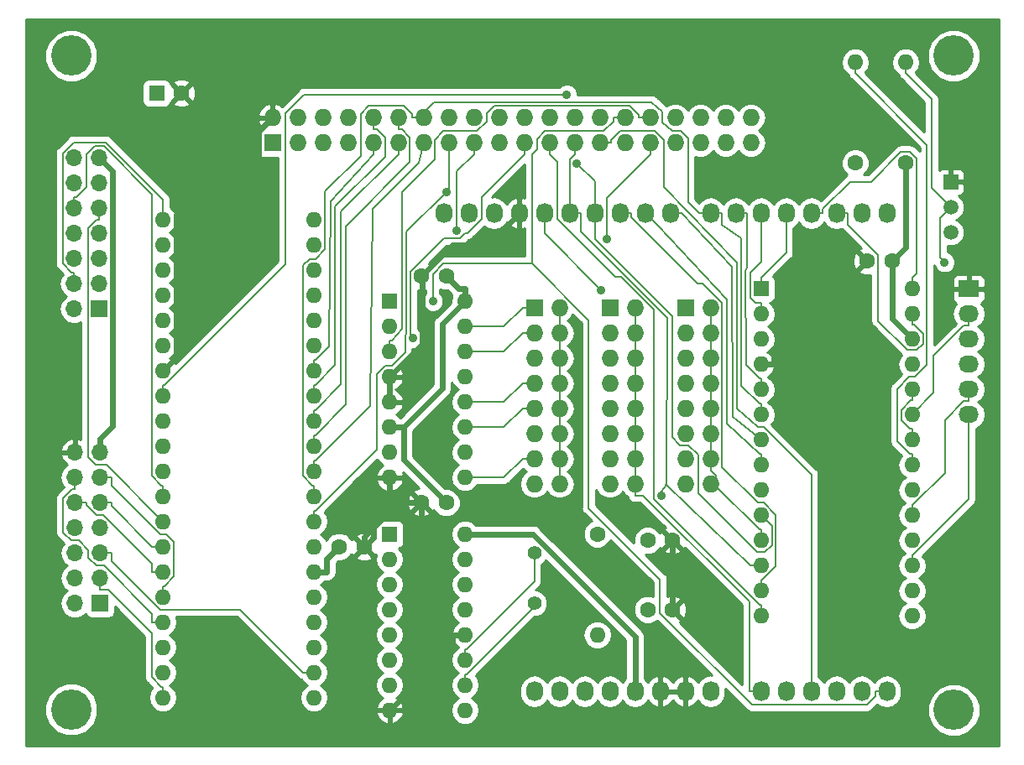
<source format=gbl>
G04 #@! TF.GenerationSoftware,KiCad,Pcbnew,(5.0.0-3-g5ebb6b6)*
G04 #@! TF.CreationDate,2018-11-18T15:08:20+09:00*
G04 #@! TF.ProjectId,Z80-8251-PPI,5A38302D383235312D5050492E6B6963,rev?*
G04 #@! TF.SameCoordinates,Original*
G04 #@! TF.FileFunction,Copper,L2,Bot,Signal*
G04 #@! TF.FilePolarity,Positive*
%FSLAX46Y46*%
G04 Gerber Fmt 4.6, Leading zero omitted, Abs format (unit mm)*
G04 Created by KiCad (PCBNEW (5.0.0-3-g5ebb6b6)) date *
%MOMM*%
%LPD*%
G01*
G04 APERTURE LIST*
G04 #@! TA.AperFunction,ComponentPad*
%ADD10O,1.727200X2.032000*%
G04 #@! TD*
G04 #@! TA.AperFunction,ComponentPad*
%ADD11C,1.600000*%
G04 #@! TD*
G04 #@! TA.AperFunction,ComponentPad*
%ADD12R,1.727200X1.727200*%
G04 #@! TD*
G04 #@! TA.AperFunction,ComponentPad*
%ADD13O,1.727200X1.727200*%
G04 #@! TD*
G04 #@! TA.AperFunction,ComponentPad*
%ADD14R,2.032000X1.727200*%
G04 #@! TD*
G04 #@! TA.AperFunction,ComponentPad*
%ADD15O,2.032000X1.727200*%
G04 #@! TD*
G04 #@! TA.AperFunction,ComponentPad*
%ADD16R,1.700000X1.700000*%
G04 #@! TD*
G04 #@! TA.AperFunction,ComponentPad*
%ADD17O,1.700000X1.700000*%
G04 #@! TD*
G04 #@! TA.AperFunction,ComponentPad*
%ADD18C,4.064000*%
G04 #@! TD*
G04 #@! TA.AperFunction,ComponentPad*
%ADD19O,1.600000X1.600000*%
G04 #@! TD*
G04 #@! TA.AperFunction,ComponentPad*
%ADD20R,1.600000X1.600000*%
G04 #@! TD*
G04 #@! TA.AperFunction,ComponentPad*
%ADD21C,1.422400*%
G04 #@! TD*
G04 #@! TA.AperFunction,ComponentPad*
%ADD22C,1.500000*%
G04 #@! TD*
G04 #@! TA.AperFunction,ComponentPad*
%ADD23R,1.500000X1.500000*%
G04 #@! TD*
G04 #@! TA.AperFunction,ViaPad*
%ADD24C,0.889000*%
G04 #@! TD*
G04 #@! TA.AperFunction,Conductor*
%ADD25C,0.609600*%
G04 #@! TD*
G04 #@! TA.AperFunction,Conductor*
%ADD26C,0.203200*%
G04 #@! TD*
G04 #@! TA.AperFunction,Conductor*
%ADD27C,0.254000*%
G04 #@! TD*
G04 APERTURE END LIST*
D10*
G04 #@! TO.P,P1,1*
G04 #@! TO.N,N/C*
X133223000Y-131445000D03*
G04 #@! TO.P,P1,2*
X135763000Y-131445000D03*
G04 #@! TO.P,P1,3*
X138303000Y-131445000D03*
G04 #@! TO.P,P1,4*
X140843000Y-131445000D03*
G04 #@! TO.P,P1,5*
G04 #@! TO.N,VCC*
X143383000Y-131445000D03*
G04 #@! TO.P,P1,6*
G04 #@! TO.N,GND*
X145923000Y-131445000D03*
G04 #@! TO.P,P1,7*
X148463000Y-131445000D03*
G04 #@! TO.P,P1,8*
G04 #@! TO.N,N/C*
X151003000Y-131445000D03*
G04 #@! TD*
G04 #@! TO.P,P2,1*
G04 #@! TO.N,~CE*
X156083000Y-131445000D03*
G04 #@! TO.P,P2,2*
G04 #@! TO.N,A1*
X158623000Y-131445000D03*
G04 #@! TO.P,P2,3*
G04 #@! TO.N,A2*
X161163000Y-131445000D03*
G04 #@! TO.P,P2,4*
G04 #@! TO.N,A3*
X163703000Y-131445000D03*
G04 #@! TO.P,P2,5*
G04 #@! TO.N,A4*
X166243000Y-131445000D03*
G04 #@! TO.P,P2,6*
G04 #@! TO.N,A5*
X168783000Y-131445000D03*
G04 #@! TD*
G04 #@! TO.P,P3,1*
G04 #@! TO.N,N/C*
X124079000Y-83185000D03*
G04 #@! TO.P,P3,2*
X126619000Y-83185000D03*
G04 #@! TO.P,P3,3*
X129159000Y-83185000D03*
G04 #@! TO.P,P3,4*
G04 #@! TO.N,GND*
X131699000Y-83185000D03*
G04 #@! TO.P,P3,5*
G04 #@! TO.N,/~RESIN*
X134239000Y-83185000D03*
G04 #@! TO.P,P3,6*
G04 #@! TO.N,A0*
X136779000Y-83185000D03*
G04 #@! TO.P,P3,7*
G04 #@! TO.N,~IOW*
X139319000Y-83185000D03*
G04 #@! TO.P,P3,8*
G04 #@! TO.N,~IOR*
X141859000Y-83185000D03*
G04 #@! TO.P,P3,9*
G04 #@! TO.N,D7*
X144399000Y-83185000D03*
G04 #@! TO.P,P3,10*
G04 #@! TO.N,D6*
X146939000Y-83185000D03*
G04 #@! TD*
G04 #@! TO.P,P4,1*
G04 #@! TO.N,D5*
X151003000Y-83185000D03*
G04 #@! TO.P,P4,2*
G04 #@! TO.N,D4*
X153543000Y-83185000D03*
G04 #@! TO.P,P4,3*
G04 #@! TO.N,D3*
X156083000Y-83185000D03*
G04 #@! TO.P,P4,4*
G04 #@! TO.N,D2*
X158623000Y-83185000D03*
G04 #@! TO.P,P4,5*
G04 #@! TO.N,D1*
X161163000Y-83185000D03*
G04 #@! TO.P,P4,6*
G04 #@! TO.N,D0*
X163703000Y-83185000D03*
G04 #@! TO.P,P4,7*
G04 #@! TO.N,N/C*
X166243000Y-83185000D03*
G04 #@! TO.P,P4,8*
X168783000Y-83185000D03*
G04 #@! TD*
D11*
G04 #@! TO.P,C1,1*
G04 #@! TO.N,Net-(C1-Pad1)*
X144653000Y-123190000D03*
G04 #@! TO.P,C1,2*
G04 #@! TO.N,GND*
X147153000Y-123190000D03*
G04 #@! TD*
G04 #@! TO.P,C2,1*
G04 #@! TO.N,Net-(C2-Pad1)*
X144653000Y-116205000D03*
G04 #@! TO.P,C2,2*
G04 #@! TO.N,GND*
X147153000Y-116205000D03*
G04 #@! TD*
G04 #@! TO.P,C3,1*
G04 #@! TO.N,VCC*
X113538000Y-116840000D03*
G04 #@! TO.P,C3,2*
G04 #@! TO.N,GND*
X116038000Y-116840000D03*
G04 #@! TD*
G04 #@! TO.P,C4,1*
G04 #@! TO.N,VCC*
X124333000Y-112395000D03*
G04 #@! TO.P,C4,2*
G04 #@! TO.N,GND*
X121833000Y-112395000D03*
G04 #@! TD*
G04 #@! TO.P,C5,1*
G04 #@! TO.N,VCC*
X124333000Y-89535000D03*
G04 #@! TO.P,C5,2*
G04 #@! TO.N,GND*
X121833000Y-89535000D03*
G04 #@! TD*
G04 #@! TO.P,C6,1*
G04 #@! TO.N,VCC*
X169291000Y-88011000D03*
G04 #@! TO.P,C6,2*
G04 #@! TO.N,GND*
X166791000Y-88011000D03*
G04 #@! TD*
D12*
G04 #@! TO.P,J1,1*
G04 #@! TO.N,VCC*
X106807000Y-76073000D03*
D13*
G04 #@! TO.P,J1,2*
G04 #@! TO.N,GND*
X106807000Y-73533000D03*
G04 #@! TO.P,J1,3*
G04 #@! TO.N,VCC*
X109347000Y-76073000D03*
G04 #@! TO.P,J1,4*
G04 #@! TO.N,GND*
X109347000Y-73533000D03*
G04 #@! TO.P,J1,5*
G04 #@! TO.N,N/C*
X111887000Y-76073000D03*
G04 #@! TO.P,J1,6*
X111887000Y-73533000D03*
G04 #@! TO.P,J1,7*
X114427000Y-76073000D03*
G04 #@! TO.P,J1,8*
G04 #@! TO.N,CLK*
X114427000Y-73533000D03*
G04 #@! TO.P,J1,9*
G04 #@! TO.N,D0*
X116967000Y-76073000D03*
G04 #@! TO.P,J1,10*
G04 #@! TO.N,D1*
X116967000Y-73533000D03*
G04 #@! TO.P,J1,11*
G04 #@! TO.N,D2*
X119507000Y-76073000D03*
G04 #@! TO.P,J1,12*
G04 #@! TO.N,D3*
X119507000Y-73533000D03*
G04 #@! TO.P,J1,13*
G04 #@! TO.N,D4*
X122047000Y-76073000D03*
G04 #@! TO.P,J1,14*
G04 #@! TO.N,D5*
X122047000Y-73533000D03*
G04 #@! TO.P,J1,15*
G04 #@! TO.N,D6*
X124587000Y-76073000D03*
G04 #@! TO.P,J1,16*
G04 #@! TO.N,D7*
X124587000Y-73533000D03*
G04 #@! TO.P,J1,17*
G04 #@! TO.N,~IOR*
X127127000Y-76073000D03*
G04 #@! TO.P,J1,18*
G04 #@! TO.N,N/C*
X127127000Y-73533000D03*
G04 #@! TO.P,J1,19*
G04 #@! TO.N,~IOW*
X129667000Y-76073000D03*
G04 #@! TO.P,J1,20*
G04 #@! TO.N,N/C*
X129667000Y-73533000D03*
G04 #@! TO.P,J1,21*
G04 #@! TO.N,RES*
X132207000Y-76073000D03*
G04 #@! TO.P,J1,22*
G04 #@! TO.N,N/C*
X132207000Y-73533000D03*
G04 #@! TO.P,J1,23*
G04 #@! TO.N,INT*
X134747000Y-76073000D03*
G04 #@! TO.P,J1,24*
G04 #@! TO.N,N/C*
X134747000Y-73533000D03*
G04 #@! TO.P,J1,25*
G04 #@! TO.N,A0*
X137287000Y-76073000D03*
G04 #@! TO.P,J1,26*
G04 #@! TO.N,A1*
X137287000Y-73533000D03*
G04 #@! TO.P,J1,27*
G04 #@! TO.N,A2*
X139827000Y-76073000D03*
G04 #@! TO.P,J1,28*
G04 #@! TO.N,A3*
X139827000Y-73533000D03*
G04 #@! TO.P,J1,29*
G04 #@! TO.N,A4*
X142367000Y-76073000D03*
G04 #@! TO.P,J1,30*
G04 #@! TO.N,A5*
X142367000Y-73533000D03*
G04 #@! TO.P,J1,31*
G04 #@! TO.N,A6*
X144907000Y-76073000D03*
G04 #@! TO.P,J1,32*
G04 #@! TO.N,A7*
X144907000Y-73533000D03*
G04 #@! TO.P,J1,33*
G04 #@! TO.N,N/C*
X147447000Y-76073000D03*
G04 #@! TO.P,J1,34*
X147447000Y-73533000D03*
G04 #@! TO.P,J1,35*
X149987000Y-76073000D03*
G04 #@! TO.P,J1,36*
X149987000Y-73533000D03*
G04 #@! TO.P,J1,37*
X152527000Y-76073000D03*
G04 #@! TO.P,J1,38*
X152527000Y-73533000D03*
G04 #@! TO.P,J1,39*
X155067000Y-76073000D03*
G04 #@! TO.P,J1,40*
X155067000Y-73533000D03*
G04 #@! TD*
D12*
G04 #@! TO.P,J2,1*
G04 #@! TO.N,Net-(J2-Pad1)*
X148463000Y-92710000D03*
D13*
G04 #@! TO.P,J2,2*
G04 #@! TO.N,Net-(J2-Pad10)*
X151003000Y-92710000D03*
G04 #@! TO.P,J2,3*
G04 #@! TO.N,Net-(J2-Pad3)*
X148463000Y-95250000D03*
G04 #@! TO.P,J2,4*
G04 #@! TO.N,Net-(J2-Pad10)*
X151003000Y-95250000D03*
G04 #@! TO.P,J2,5*
G04 #@! TO.N,Net-(J2-Pad5)*
X148463000Y-97790000D03*
G04 #@! TO.P,J2,6*
G04 #@! TO.N,Net-(J2-Pad10)*
X151003000Y-97790000D03*
G04 #@! TO.P,J2,7*
G04 #@! TO.N,Net-(J2-Pad7)*
X148463000Y-100330000D03*
G04 #@! TO.P,J2,8*
G04 #@! TO.N,Net-(J2-Pad10)*
X151003000Y-100330000D03*
G04 #@! TO.P,J2,9*
G04 #@! TO.N,Net-(J2-Pad9)*
X148463000Y-102870000D03*
G04 #@! TO.P,J2,10*
G04 #@! TO.N,Net-(J2-Pad10)*
X151003000Y-102870000D03*
G04 #@! TO.P,J2,11*
G04 #@! TO.N,Net-(J2-Pad11)*
X148463000Y-105410000D03*
G04 #@! TO.P,J2,12*
G04 #@! TO.N,Net-(J2-Pad10)*
X151003000Y-105410000D03*
G04 #@! TO.P,J2,13*
G04 #@! TO.N,Net-(J2-Pad13)*
X148463000Y-107950000D03*
G04 #@! TO.P,J2,14*
G04 #@! TO.N,Net-(J2-Pad10)*
X151003000Y-107950000D03*
G04 #@! TO.P,J2,15*
G04 #@! TO.N,Net-(J2-Pad15)*
X148463000Y-110490000D03*
G04 #@! TO.P,J2,16*
G04 #@! TO.N,Net-(J2-Pad10)*
X151003000Y-110490000D03*
G04 #@! TD*
D12*
G04 #@! TO.P,J3,1*
G04 #@! TO.N,Net-(J2-Pad1)*
X133223000Y-92710000D03*
D13*
G04 #@! TO.P,J3,2*
G04 #@! TO.N,Net-(J3-Pad10)*
X135763000Y-92710000D03*
G04 #@! TO.P,J3,3*
G04 #@! TO.N,Net-(J2-Pad3)*
X133223000Y-95250000D03*
G04 #@! TO.P,J3,4*
G04 #@! TO.N,Net-(J3-Pad10)*
X135763000Y-95250000D03*
G04 #@! TO.P,J3,5*
G04 #@! TO.N,Net-(J2-Pad5)*
X133223000Y-97790000D03*
G04 #@! TO.P,J3,6*
G04 #@! TO.N,Net-(J3-Pad10)*
X135763000Y-97790000D03*
G04 #@! TO.P,J3,7*
G04 #@! TO.N,Net-(J2-Pad7)*
X133223000Y-100330000D03*
G04 #@! TO.P,J3,8*
G04 #@! TO.N,Net-(J3-Pad10)*
X135763000Y-100330000D03*
G04 #@! TO.P,J3,9*
G04 #@! TO.N,Net-(J2-Pad9)*
X133223000Y-102870000D03*
G04 #@! TO.P,J3,10*
G04 #@! TO.N,Net-(J3-Pad10)*
X135763000Y-102870000D03*
G04 #@! TO.P,J3,11*
G04 #@! TO.N,Net-(J2-Pad11)*
X133223000Y-105410000D03*
G04 #@! TO.P,J3,12*
G04 #@! TO.N,Net-(J3-Pad10)*
X135763000Y-105410000D03*
G04 #@! TO.P,J3,13*
G04 #@! TO.N,Net-(J2-Pad13)*
X133223000Y-107950000D03*
G04 #@! TO.P,J3,14*
G04 #@! TO.N,Net-(J3-Pad10)*
X135763000Y-107950000D03*
G04 #@! TO.P,J3,15*
G04 #@! TO.N,Net-(J2-Pad15)*
X133223000Y-110490000D03*
G04 #@! TO.P,J3,16*
G04 #@! TO.N,Net-(J3-Pad10)*
X135763000Y-110490000D03*
G04 #@! TD*
D14*
G04 #@! TO.P,J4,1*
G04 #@! TO.N,GND*
X177038000Y-90805000D03*
D15*
G04 #@! TO.P,J4,2*
G04 #@! TO.N,Net-(J4-Pad2)*
X177038000Y-93345000D03*
G04 #@! TO.P,J4,3*
G04 #@! TO.N,N/C*
X177038000Y-95885000D03*
G04 #@! TO.P,J4,4*
G04 #@! TO.N,Net-(J4-Pad4)*
X177038000Y-98425000D03*
G04 #@! TO.P,J4,5*
G04 #@! TO.N,Net-(J4-Pad5)*
X177038000Y-100965000D03*
G04 #@! TO.P,J4,6*
G04 #@! TO.N,Net-(J4-Pad6)*
X177038000Y-103505000D03*
G04 #@! TD*
D16*
G04 #@! TO.P,J5,1*
G04 #@! TO.N,PA0*
X89344500Y-92837000D03*
D17*
G04 #@! TO.P,J5,2*
G04 #@! TO.N,PA1*
X86804500Y-92837000D03*
G04 #@! TO.P,J5,3*
G04 #@! TO.N,PA2*
X89344500Y-90297000D03*
G04 #@! TO.P,J5,4*
G04 #@! TO.N,PA3*
X86804500Y-90297000D03*
G04 #@! TO.P,J5,5*
G04 #@! TO.N,PA4*
X89344500Y-87757000D03*
G04 #@! TO.P,J5,6*
G04 #@! TO.N,PA5*
X86804500Y-87757000D03*
G04 #@! TO.P,J5,7*
G04 #@! TO.N,PA6*
X89344500Y-85217000D03*
G04 #@! TO.P,J5,8*
G04 #@! TO.N,PA7*
X86804500Y-85217000D03*
G04 #@! TO.P,J5,9*
G04 #@! TO.N,PC4*
X89344500Y-82677000D03*
G04 #@! TO.P,J5,10*
G04 #@! TO.N,PC5*
X86804500Y-82677000D03*
G04 #@! TO.P,J5,11*
G04 #@! TO.N,PC6*
X89344500Y-80137000D03*
G04 #@! TO.P,J5,12*
G04 #@! TO.N,PC7*
X86804500Y-80137000D03*
G04 #@! TO.P,J5,13*
G04 #@! TO.N,VCC*
X89344500Y-77597000D03*
G04 #@! TO.P,J5,14*
G04 #@! TO.N,GND*
X86804500Y-77597000D03*
G04 #@! TD*
D16*
G04 #@! TO.P,J6,1*
G04 #@! TO.N,PB0*
X89408000Y-122555000D03*
D17*
G04 #@! TO.P,J6,2*
G04 #@! TO.N,PB1*
X86868000Y-122555000D03*
G04 #@! TO.P,J6,3*
G04 #@! TO.N,PB2*
X89408000Y-120015000D03*
G04 #@! TO.P,J6,4*
G04 #@! TO.N,PB3*
X86868000Y-120015000D03*
G04 #@! TO.P,J6,5*
G04 #@! TO.N,PB4*
X89408000Y-117475000D03*
G04 #@! TO.P,J6,6*
G04 #@! TO.N,PB5*
X86868000Y-117475000D03*
G04 #@! TO.P,J6,7*
G04 #@! TO.N,PB6*
X89408000Y-114935000D03*
G04 #@! TO.P,J6,8*
G04 #@! TO.N,PB7*
X86868000Y-114935000D03*
G04 #@! TO.P,J6,9*
G04 #@! TO.N,PC0*
X89408000Y-112395000D03*
G04 #@! TO.P,J6,10*
G04 #@! TO.N,PC1*
X86868000Y-112395000D03*
G04 #@! TO.P,J6,11*
G04 #@! TO.N,PC2*
X89408000Y-109855000D03*
G04 #@! TO.P,J6,12*
G04 #@! TO.N,PC3*
X86868000Y-109855000D03*
G04 #@! TO.P,J6,13*
G04 #@! TO.N,VCC*
X89408000Y-107315000D03*
G04 #@! TO.P,J6,14*
G04 #@! TO.N,GND*
X86868000Y-107315000D03*
G04 #@! TD*
D12*
G04 #@! TO.P,J7,1*
G04 #@! TO.N,Net-(J2-Pad1)*
X140843000Y-92710000D03*
D13*
G04 #@! TO.P,J7,2*
G04 #@! TO.N,~CE*
X143383000Y-92710000D03*
G04 #@! TO.P,J7,3*
G04 #@! TO.N,Net-(J2-Pad3)*
X140843000Y-95250000D03*
G04 #@! TO.P,J7,4*
G04 #@! TO.N,~CE*
X143383000Y-95250000D03*
G04 #@! TO.P,J7,5*
G04 #@! TO.N,Net-(J2-Pad5)*
X140843000Y-97790000D03*
G04 #@! TO.P,J7,6*
G04 #@! TO.N,~CE*
X143383000Y-97790000D03*
G04 #@! TO.P,J7,7*
G04 #@! TO.N,Net-(J2-Pad7)*
X140843000Y-100330000D03*
G04 #@! TO.P,J7,8*
G04 #@! TO.N,~CE*
X143383000Y-100330000D03*
G04 #@! TO.P,J7,9*
G04 #@! TO.N,Net-(J2-Pad9)*
X140843000Y-102870000D03*
G04 #@! TO.P,J7,10*
G04 #@! TO.N,~CE*
X143383000Y-102870000D03*
G04 #@! TO.P,J7,11*
G04 #@! TO.N,Net-(J2-Pad11)*
X140843000Y-105410000D03*
G04 #@! TO.P,J7,12*
G04 #@! TO.N,~CE*
X143383000Y-105410000D03*
G04 #@! TO.P,J7,13*
G04 #@! TO.N,Net-(J2-Pad13)*
X140843000Y-107950000D03*
G04 #@! TO.P,J7,14*
G04 #@! TO.N,~CE*
X143383000Y-107950000D03*
G04 #@! TO.P,J7,15*
G04 #@! TO.N,Net-(J2-Pad15)*
X140843000Y-110490000D03*
G04 #@! TO.P,J7,16*
G04 #@! TO.N,~CE*
X143383000Y-110490000D03*
G04 #@! TD*
D18*
G04 #@! TO.P,P5,1*
G04 #@! TO.N,N/C*
X86523000Y-67285000D03*
G04 #@! TD*
G04 #@! TO.P,P6,1*
G04 #@! TO.N,N/C*
X175523000Y-67285000D03*
G04 #@! TD*
G04 #@! TO.P,P7,1*
G04 #@! TO.N,N/C*
X86513000Y-133285000D03*
G04 #@! TD*
G04 #@! TO.P,P8,1*
G04 #@! TO.N,N/C*
X175533000Y-133315000D03*
G04 #@! TD*
D11*
G04 #@! TO.P,R1,1*
G04 #@! TO.N,Net-(C2-Pad1)*
X139573000Y-115570000D03*
D19*
G04 #@! TO.P,R1,2*
G04 #@! TO.N,Net-(C1-Pad1)*
X139573000Y-125730000D03*
G04 #@! TD*
D20*
G04 #@! TO.P,U1,1*
G04 #@! TO.N,A5*
X118618000Y-92075000D03*
D19*
G04 #@! TO.P,U1,9*
G04 #@! TO.N,Net-(J2-Pad13)*
X126238000Y-109855000D03*
G04 #@! TO.P,U1,2*
G04 #@! TO.N,A6*
X118618000Y-94615000D03*
G04 #@! TO.P,U1,10*
G04 #@! TO.N,Net-(J2-Pad11)*
X126238000Y-107315000D03*
G04 #@! TO.P,U1,3*
G04 #@! TO.N,A7*
X118618000Y-97155000D03*
G04 #@! TO.P,U1,11*
G04 #@! TO.N,Net-(J2-Pad9)*
X126238000Y-104775000D03*
G04 #@! TO.P,U1,4*
G04 #@! TO.N,GND*
X118618000Y-99695000D03*
G04 #@! TO.P,U1,12*
G04 #@! TO.N,Net-(J2-Pad7)*
X126238000Y-102235000D03*
G04 #@! TO.P,U1,5*
G04 #@! TO.N,GND*
X118618000Y-102235000D03*
G04 #@! TO.P,U1,13*
G04 #@! TO.N,Net-(J2-Pad5)*
X126238000Y-99695000D03*
G04 #@! TO.P,U1,6*
G04 #@! TO.N,VCC*
X118618000Y-104775000D03*
G04 #@! TO.P,U1,14*
G04 #@! TO.N,Net-(J2-Pad3)*
X126238000Y-97155000D03*
G04 #@! TO.P,U1,7*
G04 #@! TO.N,Net-(J2-Pad15)*
X118618000Y-107315000D03*
G04 #@! TO.P,U1,15*
G04 #@! TO.N,Net-(J2-Pad1)*
X126238000Y-94615000D03*
G04 #@! TO.P,U1,8*
G04 #@! TO.N,GND*
X118618000Y-109855000D03*
G04 #@! TO.P,U1,16*
G04 #@! TO.N,VCC*
X126238000Y-92075000D03*
G04 #@! TD*
D20*
G04 #@! TO.P,U2,1*
G04 #@! TO.N,D2*
X156083000Y-90805000D03*
D19*
G04 #@! TO.P,U2,15*
G04 #@! TO.N,N/C*
X171323000Y-123825000D03*
G04 #@! TO.P,U2,2*
G04 #@! TO.N,D3*
X156083000Y-93345000D03*
G04 #@! TO.P,U2,16*
G04 #@! TO.N,N/C*
X171323000Y-121285000D03*
G04 #@! TO.P,U2,3*
G04 #@! TO.N,Net-(J4-Pad4)*
X156083000Y-95885000D03*
G04 #@! TO.P,U2,17*
G04 #@! TO.N,Net-(J4-Pad6)*
X171323000Y-118745000D03*
G04 #@! TO.P,U2,4*
G04 #@! TO.N,GND*
X156083000Y-98425000D03*
G04 #@! TO.P,U2,18*
G04 #@! TO.N,N/C*
X171323000Y-116205000D03*
G04 #@! TO.P,U2,5*
G04 #@! TO.N,D4*
X156083000Y-100965000D03*
G04 #@! TO.P,U2,19*
G04 #@! TO.N,Net-(J4-Pad5)*
X171323000Y-113665000D03*
G04 #@! TO.P,U2,6*
G04 #@! TO.N,D5*
X156083000Y-103505000D03*
G04 #@! TO.P,U2,20*
G04 #@! TO.N,CLK*
X171323000Y-111125000D03*
G04 #@! TO.P,U2,7*
G04 #@! TO.N,D6*
X156083000Y-106045000D03*
G04 #@! TO.P,U2,21*
G04 #@! TO.N,RES*
X171323000Y-108585000D03*
G04 #@! TO.P,U2,8*
G04 #@! TO.N,D7*
X156083000Y-108585000D03*
G04 #@! TO.P,U2,22*
G04 #@! TO.N,Net-(U2-Pad22)*
X171323000Y-106045000D03*
G04 #@! TO.P,U2,9*
G04 #@! TO.N,Net-(U2-Pad25)*
X156083000Y-111125000D03*
G04 #@! TO.P,U2,23*
G04 #@! TO.N,Net-(J4-Pad2)*
X171323000Y-103505000D03*
G04 #@! TO.P,U2,10*
G04 #@! TO.N,~IOW*
X156083000Y-113665000D03*
G04 #@! TO.P,U2,24*
G04 #@! TO.N,Net-(U2-Pad22)*
X171323000Y-100965000D03*
G04 #@! TO.P,U2,11*
G04 #@! TO.N,Net-(J2-Pad10)*
X156083000Y-116205000D03*
G04 #@! TO.P,U2,25*
G04 #@! TO.N,Net-(U2-Pad25)*
X171323000Y-98425000D03*
G04 #@! TO.P,U2,12*
G04 #@! TO.N,A0*
X156083000Y-118745000D03*
G04 #@! TO.P,U2,26*
G04 #@! TO.N,VCC*
X171323000Y-95885000D03*
G04 #@! TO.P,U2,13*
G04 #@! TO.N,~IOR*
X156083000Y-121285000D03*
G04 #@! TO.P,U2,27*
G04 #@! TO.N,D0*
X171323000Y-93345000D03*
G04 #@! TO.P,U2,14*
G04 #@! TO.N,INT*
X156083000Y-123825000D03*
G04 #@! TO.P,U2,28*
G04 #@! TO.N,D1*
X171323000Y-90805000D03*
G04 #@! TD*
G04 #@! TO.P,U3,1*
G04 #@! TO.N,PA3*
X95758000Y-83820000D03*
G04 #@! TO.P,U3,2*
G04 #@! TO.N,PA2*
X95758000Y-86360000D03*
G04 #@! TO.P,U3,3*
G04 #@! TO.N,PA1*
X95758000Y-88900000D03*
G04 #@! TO.P,U3,4*
G04 #@! TO.N,PA0*
X95758000Y-91440000D03*
G04 #@! TO.P,U3,5*
G04 #@! TO.N,~IOR*
X95758000Y-93980000D03*
G04 #@! TO.P,U3,6*
G04 #@! TO.N,Net-(J3-Pad10)*
X95758000Y-96520000D03*
G04 #@! TO.P,U3,7*
G04 #@! TO.N,GND*
X95758000Y-99060000D03*
G04 #@! TO.P,U3,8*
G04 #@! TO.N,A1*
X95758000Y-101600000D03*
G04 #@! TO.P,U3,9*
G04 #@! TO.N,A0*
X95758000Y-104140000D03*
G04 #@! TO.P,U3,10*
G04 #@! TO.N,PC7*
X95758000Y-106680000D03*
G04 #@! TO.P,U3,11*
G04 #@! TO.N,PC6*
X95758000Y-109220000D03*
G04 #@! TO.P,U3,12*
G04 #@! TO.N,PC5*
X95758000Y-111760000D03*
G04 #@! TO.P,U3,13*
G04 #@! TO.N,PC4*
X95758000Y-114300000D03*
G04 #@! TO.P,U3,14*
G04 #@! TO.N,PC0*
X95758000Y-116840000D03*
G04 #@! TO.P,U3,15*
G04 #@! TO.N,PC1*
X95758000Y-119380000D03*
G04 #@! TO.P,U3,16*
G04 #@! TO.N,PC2*
X95758000Y-121920000D03*
G04 #@! TO.P,U3,17*
G04 #@! TO.N,PC3*
X95758000Y-124460000D03*
G04 #@! TO.P,U3,18*
G04 #@! TO.N,PB0*
X95758000Y-127000000D03*
G04 #@! TO.P,U3,19*
G04 #@! TO.N,PB1*
X95758000Y-129540000D03*
G04 #@! TO.P,U3,20*
G04 #@! TO.N,PB2*
X95758000Y-132080000D03*
G04 #@! TO.P,U3,21*
G04 #@! TO.N,PB3*
X110998000Y-132080000D03*
G04 #@! TO.P,U3,22*
G04 #@! TO.N,PB4*
X110998000Y-129540000D03*
G04 #@! TO.P,U3,23*
G04 #@! TO.N,PB5*
X110998000Y-127000000D03*
G04 #@! TO.P,U3,24*
G04 #@! TO.N,PB6*
X110998000Y-124460000D03*
G04 #@! TO.P,U3,25*
G04 #@! TO.N,PB7*
X110998000Y-121920000D03*
G04 #@! TO.P,U3,26*
G04 #@! TO.N,VCC*
X110998000Y-119380000D03*
G04 #@! TO.P,U3,27*
G04 #@! TO.N,D7*
X110998000Y-116840000D03*
G04 #@! TO.P,U3,28*
G04 #@! TO.N,D6*
X110998000Y-114300000D03*
G04 #@! TO.P,U3,29*
G04 #@! TO.N,D5*
X110998000Y-111760000D03*
G04 #@! TO.P,U3,30*
G04 #@! TO.N,D4*
X110998000Y-109220000D03*
G04 #@! TO.P,U3,31*
G04 #@! TO.N,D3*
X110998000Y-106680000D03*
G04 #@! TO.P,U3,32*
G04 #@! TO.N,D2*
X110998000Y-104140000D03*
G04 #@! TO.P,U3,33*
G04 #@! TO.N,D1*
X110998000Y-101600000D03*
G04 #@! TO.P,U3,34*
G04 #@! TO.N,D0*
X110998000Y-99060000D03*
G04 #@! TO.P,U3,35*
G04 #@! TO.N,RES*
X110998000Y-96520000D03*
G04 #@! TO.P,U3,36*
G04 #@! TO.N,~IOW*
X110998000Y-93980000D03*
G04 #@! TO.P,U3,37*
G04 #@! TO.N,PA7*
X110998000Y-91440000D03*
G04 #@! TO.P,U3,38*
G04 #@! TO.N,PA6*
X110998000Y-88900000D03*
G04 #@! TO.P,U3,39*
G04 #@! TO.N,PA5*
X110998000Y-86360000D03*
G04 #@! TO.P,U3,40*
G04 #@! TO.N,PA4*
X110998000Y-83820000D03*
G04 #@! TD*
D20*
G04 #@! TO.P,U4,1*
G04 #@! TO.N,N/C*
X118618000Y-115570000D03*
D19*
G04 #@! TO.P,U4,9*
X126238000Y-133350000D03*
G04 #@! TO.P,U4,2*
X118618000Y-118110000D03*
G04 #@! TO.P,U4,10*
G04 #@! TO.N,Net-(C1-Pad1)*
X126238000Y-130810000D03*
G04 #@! TO.P,U4,3*
G04 #@! TO.N,N/C*
X118618000Y-120650000D03*
G04 #@! TO.P,U4,11*
G04 #@! TO.N,Net-(C2-Pad1)*
X126238000Y-128270000D03*
G04 #@! TO.P,U4,4*
G04 #@! TO.N,N/C*
X118618000Y-123190000D03*
G04 #@! TO.P,U4,12*
G04 #@! TO.N,GND*
X126238000Y-125730000D03*
G04 #@! TO.P,U4,5*
G04 #@! TO.N,Net-(U2-Pad25)*
X118618000Y-125730000D03*
G04 #@! TO.P,U4,13*
G04 #@! TO.N,N/C*
X126238000Y-123190000D03*
G04 #@! TO.P,U4,6*
X118618000Y-128270000D03*
G04 #@! TO.P,U4,14*
X126238000Y-120650000D03*
G04 #@! TO.P,U4,7*
X118618000Y-130810000D03*
G04 #@! TO.P,U4,15*
X126238000Y-118110000D03*
G04 #@! TO.P,U4,8*
G04 #@! TO.N,GND*
X118618000Y-133350000D03*
G04 #@! TO.P,U4,16*
G04 #@! TO.N,VCC*
X126238000Y-115570000D03*
G04 #@! TD*
D21*
G04 #@! TO.P,Y1,1*
G04 #@! TO.N,Net-(C2-Pad1)*
X133223000Y-117475000D03*
G04 #@! TO.P,Y1,2*
G04 #@! TO.N,Net-(C1-Pad1)*
X133223000Y-122555000D03*
G04 #@! TD*
D11*
G04 #@! TO.P,R2,1*
G04 #@! TO.N,Net-(Q1-Pad3)*
X165608000Y-78105000D03*
D19*
G04 #@! TO.P,R2,2*
G04 #@! TO.N,RES*
X165608000Y-67945000D03*
G04 #@! TD*
G04 #@! TO.P,R3,2*
G04 #@! TO.N,/~RESIN*
X170688000Y-67945000D03*
D11*
G04 #@! TO.P,R3,1*
G04 #@! TO.N,VCC*
X170688000Y-78105000D03*
G04 #@! TD*
D20*
G04 #@! TO.P,C7,1*
G04 #@! TO.N,VCC*
X95123000Y-71056500D03*
D11*
G04 #@! TO.P,C7,2*
G04 #@! TO.N,GND*
X97623000Y-71056500D03*
G04 #@! TD*
D22*
G04 #@! TO.P,Q1,2*
G04 #@! TO.N,/~RESIN*
X175243000Y-82565000D03*
G04 #@! TO.P,Q1,3*
G04 #@! TO.N,Net-(Q1-Pad3)*
X175243000Y-85105000D03*
D23*
G04 #@! TO.P,Q1,1*
G04 #@! TO.N,GND*
X175243000Y-80025000D03*
G04 #@! TD*
D24*
G04 #@! TO.N,GND*
X105438000Y-79257200D03*
G04 #@! TO.N,D6*
X124345000Y-81007600D03*
G04 #@! TO.N,~IOR*
X125420000Y-84970400D03*
G04 #@! TO.N,~IOW*
X137533000Y-78200800D03*
G04 #@! TO.N,A0*
X146022000Y-111656000D03*
G04 #@! TO.N,RES*
X120950000Y-95815400D03*
G04 #@! TO.N,A1*
X136511000Y-71184300D03*
G04 #@! TO.N,A5*
X122992000Y-92075000D03*
G04 #@! TO.N,A6*
X140528000Y-85781900D03*
G04 #@! TO.N,/~RESIN*
X174604200Y-88136400D03*
X139972400Y-90927000D03*
G04 #@! TD*
D25*
G04 #@! TO.N,GND*
X124933000Y-125730000D02*
X124933000Y-127035000D01*
X124933000Y-127035000D02*
X118618000Y-133350000D01*
X126238000Y-125730000D02*
X124933000Y-125730000D01*
X95758000Y-99060000D02*
X97116600Y-97701400D01*
X97116600Y-97701400D02*
X97116600Y-83316600D01*
X97116600Y-83316600D02*
X101379000Y-83316600D01*
X101379000Y-83316600D02*
X105438000Y-79257200D01*
X147153000Y-116205000D02*
X147153000Y-123190000D01*
X118618000Y-102235000D02*
X118618000Y-99695000D01*
X106807000Y-73533000D02*
X105438000Y-74901700D01*
X105438000Y-74901700D02*
X105438000Y-79257200D01*
X121833000Y-89535000D02*
X124982000Y-86385900D01*
X124982000Y-86385900D02*
X128498000Y-86385900D01*
X128498000Y-86385900D02*
X131699000Y-83185000D01*
X118618000Y-99695000D02*
X121946000Y-96366600D01*
X121946000Y-96366600D02*
X121946000Y-89648400D01*
X121946000Y-89648400D02*
X121833000Y-89535000D01*
X121833000Y-112395000D02*
X119853000Y-112395000D01*
X119853000Y-112395000D02*
X119660000Y-112202000D01*
X121833000Y-112395000D02*
X121833000Y-122630000D01*
X121833000Y-122630000D02*
X124933000Y-125730000D01*
X166791000Y-88011000D02*
X157388000Y-97413900D01*
X157388000Y-97413900D02*
X157388000Y-98425000D01*
X157388000Y-98425000D02*
X156083000Y-98425000D01*
X118618000Y-109855000D02*
X118618000Y-111160000D01*
X118618000Y-111160000D02*
X119660000Y-112202000D01*
X119660000Y-112202000D02*
X116038000Y-115824000D01*
X116038000Y-115824000D02*
X116038000Y-116840000D01*
G04 #@! TO.N,VCC*
X126238000Y-92075000D02*
X126238000Y-90769900D01*
X126238000Y-90769900D02*
X125568000Y-90769900D01*
X125568000Y-90769900D02*
X124333000Y-89535000D01*
X120020000Y-104775000D02*
X123942000Y-100853000D01*
X123942000Y-100853000D02*
X123942000Y-94370800D01*
X123942000Y-94370800D02*
X126238000Y-92075000D01*
X118618000Y-104775000D02*
X120020000Y-104775000D01*
X110998000Y-119380000D02*
X112303000Y-119380000D01*
X112303000Y-119380000D02*
X112303000Y-118075000D01*
X112303000Y-118075000D02*
X113538000Y-116840000D01*
X171323000Y-95885000D02*
X169291000Y-93853000D01*
X169291000Y-93853000D02*
X169291000Y-88011000D01*
X170688000Y-78105000D02*
X170688000Y-86614000D01*
X170688000Y-86614000D02*
X169291000Y-88011000D01*
X143383000Y-131445000D02*
X143383000Y-125903000D01*
X143383000Y-125903000D02*
X133050000Y-115570000D01*
X133050000Y-115570000D02*
X126238000Y-115570000D01*
X120020000Y-104775000D02*
X120020000Y-108082000D01*
X120020000Y-108082000D02*
X124333000Y-112395000D01*
X89344500Y-77597000D02*
X90699700Y-78952200D01*
X90699700Y-78952200D02*
X90699700Y-104668000D01*
X90699700Y-104668000D02*
X89408000Y-105960000D01*
X89408000Y-105960000D02*
X89408000Y-107315000D01*
D26*
G04 #@! TO.N,D0*
X110998000Y-99060000D02*
X110998000Y-97958100D01*
X110998000Y-97958100D02*
X111136000Y-97958100D01*
X111136000Y-97958100D02*
X112503000Y-96590600D01*
X112503000Y-96590600D02*
X112663000Y-81945000D01*
X112663000Y-81945000D02*
X116967000Y-77238500D01*
X116967000Y-77238500D02*
X116967000Y-76073000D01*
X163703000Y-83185000D02*
X164868000Y-83185000D01*
X164868000Y-83185000D02*
X164868000Y-84350500D01*
X164868000Y-84350500D02*
X167898000Y-87380300D01*
X167898000Y-87380300D02*
X167898000Y-94057800D01*
X167898000Y-94057800D02*
X170845000Y-97004200D01*
X170845000Y-97004200D02*
X171772000Y-97004200D01*
X171772000Y-97004200D02*
X172426000Y-96350100D01*
X172426000Y-96350100D02*
X172426000Y-95321500D01*
X172426000Y-95321500D02*
X171551000Y-94446900D01*
X171551000Y-94446900D02*
X171323000Y-94446900D01*
X171323000Y-94446900D02*
X171323000Y-93345000D01*
G04 #@! TO.N,D1*
X161163000Y-83185000D02*
X162328000Y-83185000D01*
X162328000Y-83185000D02*
X162328000Y-82747900D01*
X162328000Y-82747900D02*
X165075000Y-80001600D01*
X165075000Y-80001600D02*
X167184000Y-80001600D01*
X167184000Y-80001600D02*
X170191000Y-76994800D01*
X170191000Y-76994800D02*
X171145000Y-76994800D01*
X171145000Y-76994800D02*
X171802000Y-77652200D01*
X171802000Y-77652200D02*
X171802000Y-89223800D01*
X171802000Y-89223800D02*
X171323000Y-89703100D01*
X171323000Y-89703100D02*
X171323000Y-90805000D01*
X110998000Y-101600000D02*
X110998000Y-100498000D01*
X110998000Y-100498000D02*
X111136000Y-100498000D01*
X111136000Y-100498000D02*
X113109000Y-98525000D01*
X113109000Y-98525000D02*
X113109000Y-82524700D01*
X113109000Y-82524700D02*
X118158000Y-77475900D01*
X118158000Y-77475900D02*
X118158000Y-75526900D01*
X118158000Y-75526900D02*
X117329000Y-74698500D01*
X117329000Y-74698500D02*
X116967000Y-74698500D01*
X116967000Y-74698500D02*
X116967000Y-73533000D01*
G04 #@! TO.N,D2*
X158623000Y-83185000D02*
X158623000Y-87163100D01*
X158623000Y-87163100D02*
X156083000Y-89703100D01*
X156083000Y-89703100D02*
X156083000Y-90805000D01*
X110998000Y-104140000D02*
X110998000Y-103038000D01*
X110998000Y-103038000D02*
X111136000Y-103038000D01*
X111136000Y-103038000D02*
X113714000Y-100460000D01*
X113714000Y-100460000D02*
X113714000Y-83031700D01*
X113714000Y-83031700D02*
X119507000Y-77238500D01*
X119507000Y-77238500D02*
X119507000Y-76073000D01*
G04 #@! TO.N,D3*
X156083000Y-83185000D02*
X156083000Y-88091200D01*
X156083000Y-88091200D02*
X154981000Y-89193100D01*
X154981000Y-89193100D02*
X154981000Y-91730100D01*
X154981000Y-91730100D02*
X155494000Y-92243100D01*
X155494000Y-92243100D02*
X156083000Y-92243100D01*
X156083000Y-92243100D02*
X156083000Y-93345000D01*
X110998000Y-106680000D02*
X110998000Y-105578000D01*
X110998000Y-105578000D02*
X111136000Y-105578000D01*
X111136000Y-105578000D02*
X114220000Y-102494000D01*
X114220000Y-102494000D02*
X114220000Y-84495000D01*
X114220000Y-84495000D02*
X120680000Y-78035200D01*
X120680000Y-78035200D02*
X120680000Y-75508900D01*
X120680000Y-75508900D02*
X119869000Y-74698500D01*
X119869000Y-74698500D02*
X119507000Y-74698500D01*
X119507000Y-74698500D02*
X119507000Y-73533000D01*
G04 #@! TO.N,D4*
X156083000Y-100965000D02*
X156083000Y-99863100D01*
X156083000Y-99863100D02*
X155945000Y-99863100D01*
X155945000Y-99863100D02*
X154578000Y-98495500D01*
X154578000Y-98495500D02*
X154543000Y-89015000D01*
X154543000Y-89015000D02*
X154708000Y-88693400D01*
X154708000Y-88693400D02*
X154708000Y-83185000D01*
X154708000Y-83185000D02*
X153543000Y-83185000D01*
X110998000Y-109220000D02*
X110998000Y-108118000D01*
X110998000Y-108118000D02*
X111136000Y-108118000D01*
X111136000Y-108118000D02*
X116658000Y-102596000D01*
X116658000Y-102596000D02*
X116943000Y-82765000D01*
X116943000Y-82765000D02*
X121553000Y-78085000D01*
X121553000Y-78085000D02*
X122047000Y-76073000D01*
G04 #@! TO.N,D5*
X121565000Y-73533000D02*
X123140000Y-71958200D01*
X123140000Y-71958200D02*
X145055000Y-71958200D01*
X145055000Y-71958200D02*
X146163000Y-72955000D01*
X146163000Y-72955000D02*
X146143000Y-74035000D01*
X146143000Y-74035000D02*
X147139000Y-74907400D01*
X147139000Y-74907400D02*
X147973000Y-74907400D01*
X147973000Y-74907400D02*
X148717000Y-75651400D01*
X148717000Y-75651400D02*
X148717000Y-82064500D01*
X148717000Y-82064500D02*
X149838000Y-83185000D01*
X149838000Y-83185000D02*
X151003000Y-83185000D01*
X156083000Y-103505000D02*
X156083000Y-102403000D01*
X156083000Y-102403000D02*
X155945000Y-102403000D01*
X155945000Y-102403000D02*
X154093000Y-100605000D01*
X154093000Y-100605000D02*
X154123000Y-85705000D01*
X154123000Y-85705000D02*
X152168000Y-84350500D01*
X152168000Y-84350500D02*
X152168000Y-83185000D01*
X152168000Y-83185000D02*
X151003000Y-83185000D01*
X110998000Y-111760000D02*
X110998000Y-110658000D01*
X110998000Y-110658000D02*
X110860000Y-110658000D01*
X110860000Y-110658000D02*
X109896000Y-109694000D01*
X109896000Y-109694000D02*
X109896000Y-88443500D01*
X109896000Y-88443500D02*
X110542000Y-87798100D01*
X110542000Y-87798100D02*
X111141000Y-87798100D01*
X111141000Y-87798100D02*
X112100000Y-86839000D01*
X112100000Y-86839000D02*
X112100000Y-80993600D01*
X112100000Y-80993600D02*
X115697000Y-77396500D01*
X115697000Y-77396500D02*
X115697000Y-73152300D01*
X115697000Y-73152300D02*
X116520000Y-72328900D01*
X116520000Y-72328900D02*
X120040000Y-72328900D01*
X120040000Y-72328900D02*
X120882000Y-73170800D01*
X120882000Y-73170800D02*
X120882000Y-73533000D01*
X120882000Y-73533000D02*
X121565000Y-73533000D01*
X122047000Y-73533000D02*
X121565000Y-73533000D01*
G04 #@! TO.N,D6*
X146939000Y-83185000D02*
X148104000Y-83185000D01*
X148104000Y-83185000D02*
X153153000Y-88605000D01*
X153153000Y-88605000D02*
X153213000Y-103755000D01*
X153213000Y-103755000D02*
X156083000Y-106045000D01*
X110998000Y-114300000D02*
X110998000Y-113198000D01*
X110998000Y-113198000D02*
X111136000Y-113198000D01*
X111136000Y-113198000D02*
X117314000Y-107020000D01*
X117314000Y-107020000D02*
X117314000Y-99404900D01*
X117314000Y-99404900D02*
X118152000Y-98567700D01*
X118152000Y-98567700D02*
X118847000Y-98567700D01*
X118847000Y-98567700D02*
X120199000Y-97215300D01*
X120199000Y-97215300D02*
X120199000Y-95492700D01*
X120199000Y-95492700D02*
X120327000Y-95364400D01*
X120327000Y-95364400D02*
X120327000Y-85024900D01*
X120327000Y-85024900D02*
X124345000Y-81007600D01*
X124587000Y-76073000D02*
X124587000Y-80765200D01*
X124587000Y-80765200D02*
X124345000Y-81007600D01*
G04 #@! TO.N,D7*
X156083000Y-108585000D02*
X156083000Y-107483000D01*
X156083000Y-107483000D02*
X155945000Y-107483000D01*
X155945000Y-107483000D02*
X152673000Y-104395000D01*
X152673000Y-104395000D02*
X152653000Y-91865000D01*
X152653000Y-91865000D02*
X144537000Y-83185000D01*
X144537000Y-83185000D02*
X144399000Y-83185000D01*
G04 #@! TO.N,~IOR*
X127127000Y-76073000D02*
X127127000Y-77238500D01*
X127127000Y-77238500D02*
X125420000Y-78945200D01*
X125420000Y-78945200D02*
X125420000Y-84970400D01*
X141859000Y-83185000D02*
X143024000Y-83185000D01*
X143024000Y-83185000D02*
X143024000Y-83622100D01*
X143024000Y-83622100D02*
X149657000Y-90254900D01*
X149657000Y-90254900D02*
X150228000Y-90254900D01*
X150228000Y-90254900D02*
X152169000Y-92195800D01*
X152169000Y-92195800D02*
X152169000Y-108779000D01*
X152169000Y-108779000D02*
X155785000Y-112395000D01*
X155785000Y-112395000D02*
X156377000Y-112395000D01*
X156377000Y-112395000D02*
X157589000Y-113608000D01*
X157589000Y-113608000D02*
X157589000Y-118814000D01*
X157589000Y-118814000D02*
X156221000Y-120183000D01*
X156221000Y-120183000D02*
X156083000Y-120183000D01*
X156083000Y-120183000D02*
X156083000Y-121285000D01*
G04 #@! TO.N,~IOW*
X139319000Y-83185000D02*
X139319000Y-79987000D01*
X139319000Y-79987000D02*
X137533000Y-78200800D01*
X139319000Y-83185000D02*
X139319000Y-85748200D01*
X139319000Y-85748200D02*
X147161000Y-93590600D01*
X147161000Y-93590600D02*
X147161000Y-105804000D01*
X147161000Y-105804000D02*
X147932000Y-106576000D01*
X147932000Y-106576000D02*
X148771000Y-106576000D01*
X148771000Y-106576000D02*
X149733000Y-107538000D01*
X149733000Y-107538000D02*
X149733000Y-111417000D01*
X149733000Y-111417000D02*
X155690000Y-117374000D01*
X155690000Y-117374000D02*
X156497000Y-117374000D01*
X156497000Y-117374000D02*
X157185000Y-116686000D01*
X157185000Y-116686000D02*
X157185000Y-114767000D01*
X157185000Y-114767000D02*
X156083000Y-113665000D01*
G04 #@! TO.N,A0*
X146528000Y-110505000D02*
X146573000Y-110460000D01*
X146573000Y-110460000D02*
X146573000Y-110455000D01*
X146528000Y-110505000D02*
X146583000Y-110485000D01*
X146583000Y-110485000D02*
X146520700Y-110571100D01*
X146520700Y-110571100D02*
X146473000Y-110525000D01*
X146473000Y-110525000D02*
X146528000Y-110505000D01*
X146520700Y-110571100D02*
X146022000Y-111261000D01*
X146022000Y-111261000D02*
X146022000Y-111656000D01*
X156083000Y-118745000D02*
X154981000Y-118745000D01*
X154981000Y-118745000D02*
X146520700Y-110571100D01*
X136779000Y-83185000D02*
X137944000Y-83185000D01*
X137944000Y-83185000D02*
X137944000Y-84992400D01*
X137944000Y-84992400D02*
X146663000Y-93745000D01*
X146663000Y-93745000D02*
X146573000Y-110455000D01*
X137287000Y-76073000D02*
X137287000Y-77238500D01*
X137287000Y-77238500D02*
X136779000Y-77746500D01*
X136779000Y-77746500D02*
X136779000Y-83185000D01*
G04 #@! TO.N,~CE*
X143383000Y-110490000D02*
X143383000Y-111656000D01*
X143383000Y-111656000D02*
X144184000Y-111656000D01*
X144184000Y-111656000D02*
X154918000Y-122389000D01*
X154918000Y-122389000D02*
X154918000Y-131445000D01*
X154918000Y-131445000D02*
X156083000Y-131445000D01*
X143383000Y-110490000D02*
X143383000Y-107950000D01*
X143383000Y-107950000D02*
X143383000Y-105410000D01*
X143383000Y-105410000D02*
X143383000Y-102870000D01*
X143383000Y-102870000D02*
X143383000Y-100330000D01*
X143383000Y-100330000D02*
X143383000Y-97790000D01*
X143383000Y-97790000D02*
X143383000Y-95250000D01*
X143383000Y-95250000D02*
X143383000Y-92710000D01*
G04 #@! TO.N,Net-(C1-Pad1)*
X126238000Y-130810000D02*
X126238000Y-129708000D01*
X126238000Y-129708000D02*
X126376000Y-129708000D01*
X126376000Y-129708000D02*
X133223000Y-122861000D01*
X133223000Y-122861000D02*
X133223000Y-122555000D01*
G04 #@! TO.N,Net-(C2-Pad1)*
X126238000Y-128270000D02*
X126238000Y-127168000D01*
X126238000Y-127168000D02*
X126376000Y-127168000D01*
X126376000Y-127168000D02*
X133223000Y-120321000D01*
X133223000Y-120321000D02*
X133223000Y-117475000D01*
G04 #@! TO.N,RES*
X165608000Y-67945000D02*
X165608000Y-69046900D01*
X165608000Y-69046900D02*
X172830000Y-76268400D01*
X172830000Y-76268400D02*
X172830000Y-98504600D01*
X172830000Y-98504600D02*
X171639000Y-99695000D01*
X171639000Y-99695000D02*
X171019000Y-99695000D01*
X171019000Y-99695000D02*
X169813000Y-100901000D01*
X169813000Y-100901000D02*
X169813000Y-106201000D01*
X169813000Y-106201000D02*
X171095000Y-107483000D01*
X171095000Y-107483000D02*
X171323000Y-107483000D01*
X171323000Y-107483000D02*
X171323000Y-108585000D01*
X132207000Y-76073000D02*
X132207000Y-77238500D01*
X132207000Y-77238500D02*
X127896000Y-81549900D01*
X127896000Y-81549900D02*
X127896000Y-83742100D01*
X127896000Y-83742100D02*
X126456000Y-85181500D01*
X126456000Y-85181500D02*
X126265000Y-85181500D01*
X126265000Y-85181500D02*
X126265000Y-85181600D01*
X126265000Y-85181600D02*
X125730000Y-85716800D01*
X125730000Y-85716800D02*
X124080000Y-85716800D01*
X124080000Y-85716800D02*
X120731000Y-89066100D01*
X120731000Y-89066100D02*
X120731000Y-95596600D01*
X120731000Y-95596600D02*
X120950000Y-95815400D01*
G04 #@! TO.N,INT*
X156083000Y-123825000D02*
X156083000Y-122723000D01*
X156083000Y-122723000D02*
X155953000Y-122723000D01*
X155953000Y-122723000D02*
X145247000Y-112018000D01*
X145247000Y-112018000D02*
X145247000Y-92926100D01*
X145247000Y-92926100D02*
X141940000Y-89618400D01*
X141940000Y-89618400D02*
X141361000Y-89618400D01*
X141361000Y-89618400D02*
X135509000Y-83766000D01*
X135509000Y-83766000D02*
X135509000Y-78000500D01*
X135509000Y-78000500D02*
X134747000Y-77238500D01*
X134747000Y-77238500D02*
X134747000Y-76073000D01*
G04 #@! TO.N,A1*
X95758000Y-101600000D02*
X95758000Y-100498000D01*
X95758000Y-100498000D02*
X95895700Y-100498000D01*
X95895700Y-100498000D02*
X108077000Y-88316800D01*
X108077000Y-88316800D02*
X108077000Y-73111100D01*
X108077000Y-73111100D02*
X110004000Y-71184300D01*
X110004000Y-71184300D02*
X136511000Y-71184300D01*
G04 #@! TO.N,A5*
X132969000Y-88247100D02*
X124051000Y-88247100D01*
X124051000Y-88247100D02*
X122992000Y-89305200D01*
X122992000Y-89305200D02*
X122992000Y-92075000D01*
X168783000Y-131445000D02*
X167618000Y-131445000D01*
X167618000Y-131445000D02*
X167618000Y-131922000D01*
X167618000Y-131922000D02*
X166760000Y-132779000D01*
X166760000Y-132779000D02*
X155154000Y-132779000D01*
X155154000Y-132779000D02*
X145903000Y-123527000D01*
X145903000Y-123527000D02*
X145903000Y-120137000D01*
X145903000Y-120137000D02*
X138706000Y-112941000D01*
X138706000Y-112941000D02*
X138706000Y-93984600D01*
X138706000Y-93984600D02*
X132969000Y-88247100D01*
X132969000Y-88247100D02*
X132969000Y-77238400D01*
X132969000Y-77238400D02*
X133477000Y-76730400D01*
X133477000Y-76730400D02*
X133477000Y-75680500D01*
X133477000Y-75680500D02*
X134250000Y-74907400D01*
X134250000Y-74907400D02*
X140189000Y-74907400D01*
X140189000Y-74907400D02*
X141202000Y-73895200D01*
X141202000Y-73895200D02*
X141202000Y-73533000D01*
X141202000Y-73533000D02*
X142367000Y-73533000D01*
G04 #@! TO.N,A6*
X144907000Y-76073000D02*
X144907000Y-77238500D01*
X144907000Y-77238500D02*
X140528000Y-81617800D01*
X140528000Y-81617800D02*
X140528000Y-85781900D01*
G04 #@! TO.N,A7*
X118618000Y-97155000D02*
X118618000Y-96053100D01*
X118618000Y-96053100D02*
X118846000Y-96053100D01*
X118846000Y-96053100D02*
X119893000Y-94865000D01*
X119893000Y-94865000D02*
X119924000Y-81063100D01*
X119924000Y-81063100D02*
X123218000Y-77768500D01*
X123218000Y-77768500D02*
X123218000Y-75759100D01*
X123218000Y-75759100D02*
X124070000Y-74907400D01*
X124070000Y-74907400D02*
X127417000Y-74907400D01*
X127417000Y-74907400D02*
X128397000Y-73927500D01*
X128397000Y-73927500D02*
X128397000Y-73120600D01*
X128397000Y-73120600D02*
X129156000Y-72361800D01*
X129156000Y-72361800D02*
X142862000Y-72361800D01*
X142862000Y-72361800D02*
X143742000Y-73241600D01*
X143742000Y-73241600D02*
X143742000Y-73533000D01*
X143742000Y-73533000D02*
X144907000Y-73533000D01*
G04 #@! TO.N,Net-(J2-Pad1)*
X126238000Y-94615000D02*
X130152000Y-94615000D01*
X130152000Y-94615000D02*
X132058000Y-92710000D01*
X132058000Y-92710000D02*
X133223000Y-92710000D01*
G04 #@! TO.N,Net-(J2-Pad10)*
X156083000Y-116205000D02*
X156083000Y-115103000D01*
X156083000Y-115103000D02*
X155945000Y-115103000D01*
X155945000Y-115103000D02*
X151586000Y-110744000D01*
X151586000Y-110744000D02*
X151586000Y-110490000D01*
X151003000Y-110490000D02*
X151586000Y-110490000D01*
X151586000Y-110490000D02*
X151586000Y-109698000D01*
X151586000Y-109698000D02*
X151003000Y-109116000D01*
X151003000Y-109116000D02*
X151003000Y-107950000D01*
X151003000Y-107950000D02*
X151003000Y-105410000D01*
X151003000Y-105410000D02*
X151003000Y-102870000D01*
X151003000Y-102870000D02*
X151003000Y-100330000D01*
X151003000Y-100330000D02*
X151003000Y-97790000D01*
X151003000Y-97790000D02*
X151003000Y-95250000D01*
X151003000Y-95250000D02*
X151003000Y-92710000D01*
G04 #@! TO.N,Net-(J2-Pad3)*
X126238000Y-97155000D02*
X130152000Y-97155000D01*
X130152000Y-97155000D02*
X132058000Y-95250000D01*
X132058000Y-95250000D02*
X133223000Y-95250000D01*
G04 #@! TO.N,Net-(J2-Pad7)*
X126238000Y-102235000D02*
X130152000Y-102235000D01*
X130152000Y-102235000D02*
X132058000Y-100330000D01*
X132058000Y-100330000D02*
X133223000Y-100330000D01*
G04 #@! TO.N,Net-(J2-Pad9)*
X126238000Y-104775000D02*
X130152000Y-104775000D01*
X130152000Y-104775000D02*
X132058000Y-102870000D01*
X132058000Y-102870000D02*
X133223000Y-102870000D01*
G04 #@! TO.N,Net-(J2-Pad13)*
X126238000Y-109855000D02*
X130152000Y-109855000D01*
X130152000Y-109855000D02*
X132058000Y-107950000D01*
X132058000Y-107950000D02*
X133223000Y-107950000D01*
G04 #@! TO.N,Net-(J3-Pad10)*
X135763000Y-110490000D02*
X135763000Y-107950000D01*
X135763000Y-107950000D02*
X135763000Y-105410000D01*
X135763000Y-105410000D02*
X135763000Y-102870000D01*
X135763000Y-102870000D02*
X135763000Y-100330000D01*
X135763000Y-100330000D02*
X135763000Y-97790000D01*
X135763000Y-97790000D02*
X135763000Y-95250000D01*
X135763000Y-95250000D02*
X135763000Y-92710000D01*
G04 #@! TO.N,Net-(J4-Pad2)*
X177038000Y-93345000D02*
X177038000Y-94510500D01*
X177038000Y-94510500D02*
X176562000Y-94510500D01*
X176562000Y-94510500D02*
X173515000Y-97557000D01*
X173515000Y-97557000D02*
X173515000Y-101313000D01*
X173515000Y-101313000D02*
X171323000Y-103505000D01*
G04 #@! TO.N,Net-(J4-Pad5)*
X171323000Y-113665000D02*
X171323000Y-112563000D01*
X171323000Y-112563000D02*
X171461000Y-112563000D01*
X171461000Y-112563000D02*
X174633000Y-109391000D01*
X174633000Y-109391000D02*
X174633000Y-104059000D01*
X174633000Y-104059000D02*
X176562000Y-102130000D01*
X176562000Y-102130000D02*
X177038000Y-102130000D01*
X177038000Y-102130000D02*
X177038000Y-100965000D01*
G04 #@! TO.N,Net-(J4-Pad6)*
X171323000Y-118745000D02*
X171323000Y-117643000D01*
X171323000Y-117643000D02*
X171461000Y-117643000D01*
X171461000Y-117643000D02*
X177038000Y-112066000D01*
X177038000Y-112066000D02*
X177038000Y-103505000D01*
G04 #@! TO.N,PA3*
X95758000Y-83820000D02*
X95758000Y-81775400D01*
X95758000Y-81775400D02*
X89996300Y-76013700D01*
X89996300Y-76013700D02*
X86755500Y-76013700D01*
X86755500Y-76013700D02*
X85637800Y-77131400D01*
X85637800Y-77131400D02*
X85637800Y-88247000D01*
X85637800Y-88247000D02*
X86535900Y-89145100D01*
X86535900Y-89145100D02*
X86804500Y-89145100D01*
X86804500Y-89145100D02*
X86804500Y-90297000D01*
G04 #@! TO.N,PC0*
X95758000Y-116840000D02*
X94656100Y-116840000D01*
X94656100Y-116840000D02*
X90559900Y-112744000D01*
X90559900Y-112744000D02*
X90559900Y-112395000D01*
X90559900Y-112395000D02*
X89408000Y-112395000D01*
G04 #@! TO.N,PC1*
X95758000Y-119380000D02*
X94656100Y-119380000D01*
X94656100Y-119380000D02*
X94656100Y-118554000D01*
X94656100Y-118554000D02*
X89767500Y-113665000D01*
X89767500Y-113665000D02*
X89021300Y-113665000D01*
X89021300Y-113665000D02*
X88019900Y-112664000D01*
X88019900Y-112664000D02*
X88019900Y-112395000D01*
X88019900Y-112395000D02*
X86868000Y-112395000D01*
G04 #@! TO.N,PC2*
X95758000Y-121920000D02*
X95758000Y-120818000D01*
X95758000Y-120818000D02*
X95895700Y-120818000D01*
X95895700Y-120818000D02*
X96878800Y-119835000D01*
X96878800Y-119835000D02*
X96878800Y-116388000D01*
X96878800Y-116388000D02*
X96117500Y-115627000D01*
X96117500Y-115627000D02*
X95517300Y-115627000D01*
X95517300Y-115627000D02*
X90559900Y-110670000D01*
X90559900Y-110670000D02*
X90559900Y-109855000D01*
X90559900Y-109855000D02*
X89408000Y-109855000D01*
G04 #@! TO.N,PC3*
X95758000Y-124460000D02*
X94656100Y-124460000D01*
X94656100Y-124460000D02*
X94656100Y-123609000D01*
X94656100Y-123609000D02*
X89791700Y-118745000D01*
X89791700Y-118745000D02*
X89037800Y-118745000D01*
X89037800Y-118745000D02*
X88256000Y-117963000D01*
X88256000Y-117963000D02*
X88256000Y-117199000D01*
X88256000Y-117199000D02*
X87262200Y-116205000D01*
X87262200Y-116205000D02*
X86489000Y-116205000D01*
X86489000Y-116205000D02*
X85669200Y-115385000D01*
X85669200Y-115385000D02*
X85669200Y-111937000D01*
X85669200Y-111937000D02*
X86599400Y-111007000D01*
X86599400Y-111007000D02*
X86868000Y-111007000D01*
X86868000Y-111007000D02*
X86868000Y-109855000D01*
G04 #@! TO.N,PB2*
X95758000Y-132080000D02*
X95758000Y-130978000D01*
X95758000Y-130978000D02*
X95620100Y-130978000D01*
X95620100Y-130978000D02*
X94656100Y-130014000D01*
X94656100Y-130014000D02*
X94656100Y-125600000D01*
X94656100Y-125600000D02*
X90222600Y-121167000D01*
X90222600Y-121167000D02*
X89408000Y-121167000D01*
X89408000Y-121167000D02*
X89408000Y-120015000D01*
G04 #@! TO.N,PB4*
X110998000Y-129540000D02*
X109896000Y-129540000D01*
X109896000Y-129540000D02*
X103546000Y-123190000D01*
X103546000Y-123190000D02*
X95460200Y-123190000D01*
X95460200Y-123190000D02*
X90559900Y-118290000D01*
X90559900Y-118290000D02*
X90559900Y-117475000D01*
X90559900Y-117475000D02*
X89408000Y-117475000D01*
G04 #@! TO.N,PC4*
X95758000Y-114300000D02*
X90043000Y-108585000D01*
X90043000Y-108585000D02*
X89011500Y-108585000D01*
X89011500Y-108585000D02*
X88191600Y-107765000D01*
X88191600Y-107765000D02*
X88191600Y-84713200D01*
X88191600Y-84713200D02*
X89075900Y-83828900D01*
X89075900Y-83828900D02*
X89344500Y-83828900D01*
X89344500Y-83828900D02*
X89344500Y-82677000D01*
G04 #@! TO.N,PC5*
X95758000Y-111760000D02*
X95758000Y-110658000D01*
X95758000Y-110658000D02*
X95620100Y-110658000D01*
X95620100Y-110658000D02*
X94656100Y-109694000D01*
X94656100Y-109694000D02*
X94656100Y-81262900D01*
X94656100Y-81262900D02*
X89819300Y-76426100D01*
X89819300Y-76426100D02*
X88867700Y-76426100D01*
X88867700Y-76426100D02*
X88074500Y-77219300D01*
X88074500Y-77219300D02*
X88074500Y-80523600D01*
X88074500Y-80523600D02*
X87073000Y-81525100D01*
X87073000Y-81525100D02*
X86804500Y-81525100D01*
X86804500Y-81525100D02*
X86804500Y-82677000D01*
G04 #@! TO.N,Net-(U2-Pad22)*
X171323000Y-100965000D02*
X171323000Y-102067000D01*
X171323000Y-102067000D02*
X171185000Y-102067000D01*
X171185000Y-102067000D02*
X170219000Y-103033000D01*
X170219000Y-103033000D02*
X170219000Y-104068000D01*
X170219000Y-104068000D02*
X171095000Y-104943000D01*
X171095000Y-104943000D02*
X171323000Y-104943000D01*
X171323000Y-104943000D02*
X171323000Y-106045000D01*
G04 #@! TO.N,/~RESIN*
X174604200Y-88136400D02*
X174151600Y-87683800D01*
X174151600Y-87683800D02*
X174151600Y-83656400D01*
X174151600Y-83656400D02*
X175243000Y-82565000D01*
X175243000Y-82565000D02*
X173301100Y-80623100D01*
X173301100Y-80623100D02*
X173301100Y-71660000D01*
X173301100Y-71660000D02*
X170688000Y-69046900D01*
X134239000Y-83185000D02*
X134239000Y-85193600D01*
X134239000Y-85193600D02*
X139972400Y-90927000D01*
X170688000Y-67945000D02*
X170688000Y-69046900D01*
G04 #@! TO.N,A2*
X139827000Y-76073000D02*
X140992000Y-76073000D01*
X140992000Y-76073000D02*
X140992000Y-75781600D01*
X140992000Y-75781600D02*
X141873000Y-74901300D01*
X141873000Y-74901300D02*
X145384000Y-74901300D01*
X145384000Y-74901300D02*
X146280000Y-75797400D01*
X146280000Y-75797400D02*
X146280000Y-80526800D01*
X146280000Y-80526800D02*
X153673000Y-88145000D01*
X153673000Y-88145000D02*
X153673000Y-102875000D01*
X153673000Y-102875000D02*
X155753000Y-104775000D01*
X155753000Y-104775000D02*
X156380000Y-104775000D01*
X156380000Y-104775000D02*
X161163000Y-109558000D01*
X161163000Y-109558000D02*
X161163000Y-131445000D01*
G04 #@! TD*
D27*
G04 #@! TO.N,GND*
G36*
X180086000Y-136906000D02*
X81915000Y-136906000D01*
X81915000Y-132754501D01*
X83846000Y-132754501D01*
X83846000Y-133815499D01*
X84252026Y-134795734D01*
X85002266Y-135545974D01*
X85982501Y-135952000D01*
X87043499Y-135952000D01*
X88023734Y-135545974D01*
X88773974Y-134795734D01*
X89180000Y-133815499D01*
X89180000Y-133699039D01*
X117226096Y-133699039D01*
X117386959Y-134087423D01*
X117762866Y-134502389D01*
X118268959Y-134741914D01*
X118491000Y-134620629D01*
X118491000Y-133477000D01*
X118745000Y-133477000D01*
X118745000Y-134620629D01*
X118967041Y-134741914D01*
X119473134Y-134502389D01*
X119849041Y-134087423D01*
X120009904Y-133699039D01*
X119887915Y-133477000D01*
X118745000Y-133477000D01*
X118491000Y-133477000D01*
X117348085Y-133477000D01*
X117226096Y-133699039D01*
X89180000Y-133699039D01*
X89180000Y-132754501D01*
X88773974Y-131774266D01*
X88023734Y-131024026D01*
X87043499Y-130618000D01*
X85982501Y-130618000D01*
X85002266Y-131024026D01*
X84252026Y-131774266D01*
X83846000Y-132754501D01*
X81915000Y-132754501D01*
X81915000Y-106958110D01*
X85426524Y-106958110D01*
X85547845Y-107188000D01*
X86741000Y-107188000D01*
X86741000Y-105994181D01*
X86511108Y-105873514D01*
X85986642Y-106119817D01*
X85596355Y-106548076D01*
X85426524Y-106958110D01*
X81915000Y-106958110D01*
X81915000Y-77131400D01*
X84886771Y-77131400D01*
X84901200Y-77203940D01*
X84901201Y-88174455D01*
X84886771Y-88247000D01*
X84943939Y-88534406D01*
X85065649Y-88716558D01*
X85065652Y-88716561D01*
X85106743Y-88778058D01*
X85168240Y-88819149D01*
X85670425Y-89321335D01*
X85405661Y-89717582D01*
X85290408Y-90297000D01*
X85405661Y-90876418D01*
X85733875Y-91367625D01*
X86032261Y-91567000D01*
X85733875Y-91766375D01*
X85405661Y-92257582D01*
X85290408Y-92837000D01*
X85405661Y-93416418D01*
X85733875Y-93907625D01*
X86225082Y-94235839D01*
X86658244Y-94322000D01*
X86950756Y-94322000D01*
X87383918Y-94235839D01*
X87455001Y-94188343D01*
X87455000Y-105981579D01*
X87224892Y-105873514D01*
X86995000Y-105994181D01*
X86995000Y-107188000D01*
X87015000Y-107188000D01*
X87015000Y-107442000D01*
X86995000Y-107442000D01*
X86995000Y-107462000D01*
X86741000Y-107462000D01*
X86741000Y-107442000D01*
X85547845Y-107442000D01*
X85426524Y-107671890D01*
X85596355Y-108081924D01*
X85986642Y-108510183D01*
X86116478Y-108571157D01*
X85797375Y-108784375D01*
X85469161Y-109275582D01*
X85353908Y-109855000D01*
X85469161Y-110434418D01*
X85733935Y-110830681D01*
X85199673Y-111364829D01*
X85138143Y-111405942D01*
X85058520Y-111525105D01*
X84975370Y-111649520D01*
X84975362Y-111649560D01*
X84975340Y-111649593D01*
X84947228Y-111790919D01*
X84918171Y-111936920D01*
X84932601Y-112009506D01*
X84932600Y-115312414D01*
X84918171Y-115384909D01*
X84932600Y-115457495D01*
X84932600Y-115457543D01*
X84947310Y-115531493D01*
X84975304Y-115672321D01*
X84975330Y-115672360D01*
X84975339Y-115672406D01*
X85058051Y-115796194D01*
X85096992Y-115854488D01*
X85097023Y-115854519D01*
X85138142Y-115916058D01*
X85199605Y-115957127D01*
X85737032Y-116494685D01*
X85469161Y-116895582D01*
X85353908Y-117475000D01*
X85469161Y-118054418D01*
X85797375Y-118545625D01*
X86095761Y-118745000D01*
X85797375Y-118944375D01*
X85469161Y-119435582D01*
X85353908Y-120015000D01*
X85469161Y-120594418D01*
X85797375Y-121085625D01*
X86095761Y-121285000D01*
X85797375Y-121484375D01*
X85469161Y-121975582D01*
X85353908Y-122555000D01*
X85469161Y-123134418D01*
X85797375Y-123625625D01*
X86288582Y-123953839D01*
X86721744Y-124040000D01*
X87014256Y-124040000D01*
X87447418Y-123953839D01*
X87938625Y-123625625D01*
X87950816Y-123607381D01*
X87959843Y-123652765D01*
X88100191Y-123862809D01*
X88310235Y-124003157D01*
X88558000Y-124052440D01*
X90258000Y-124052440D01*
X90505765Y-124003157D01*
X90715809Y-123862809D01*
X90856157Y-123652765D01*
X90905440Y-123405000D01*
X90905440Y-122891413D01*
X93919501Y-125905135D01*
X93919500Y-129941460D01*
X93905071Y-130014000D01*
X93919500Y-130086540D01*
X93919500Y-130086543D01*
X93962239Y-130301406D01*
X94125042Y-130545058D01*
X94186542Y-130586151D01*
X94692337Y-131091947D01*
X94406260Y-131520091D01*
X94294887Y-132080000D01*
X94406260Y-132639909D01*
X94723423Y-133114577D01*
X95198091Y-133431740D01*
X95616667Y-133515000D01*
X95899333Y-133515000D01*
X96317909Y-133431740D01*
X96792577Y-133114577D01*
X97109740Y-132639909D01*
X97221113Y-132080000D01*
X97109740Y-131520091D01*
X96792577Y-131045423D01*
X96481034Y-130837257D01*
X96471463Y-130789139D01*
X96792577Y-130574577D01*
X97109740Y-130099909D01*
X97221113Y-129540000D01*
X97109740Y-128980091D01*
X96792577Y-128505423D01*
X96440242Y-128270000D01*
X96792577Y-128034577D01*
X97109740Y-127559909D01*
X97221113Y-127000000D01*
X97109740Y-126440091D01*
X96792577Y-125965423D01*
X96440242Y-125730000D01*
X96792577Y-125494577D01*
X97109740Y-125019909D01*
X97221113Y-124460000D01*
X97115013Y-123926600D01*
X103240891Y-123926600D01*
X109323851Y-130009561D01*
X109364942Y-130071058D01*
X109426439Y-130112149D01*
X109426441Y-130112151D01*
X109576130Y-130212170D01*
X109608593Y-130233861D01*
X109755257Y-130263034D01*
X109963423Y-130574577D01*
X110315758Y-130810000D01*
X109963423Y-131045423D01*
X109646260Y-131520091D01*
X109534887Y-132080000D01*
X109646260Y-132639909D01*
X109963423Y-133114577D01*
X110438091Y-133431740D01*
X110856667Y-133515000D01*
X111139333Y-133515000D01*
X111557909Y-133431740D01*
X112032577Y-133114577D01*
X112349740Y-132639909D01*
X112461113Y-132080000D01*
X112349740Y-131520091D01*
X112032577Y-131045423D01*
X111680242Y-130810000D01*
X112032577Y-130574577D01*
X112349740Y-130099909D01*
X112461113Y-129540000D01*
X112349740Y-128980091D01*
X112032577Y-128505423D01*
X111680242Y-128270000D01*
X112032577Y-128034577D01*
X112349740Y-127559909D01*
X112461113Y-127000000D01*
X112349740Y-126440091D01*
X112032577Y-125965423D01*
X111680242Y-125730000D01*
X112032577Y-125494577D01*
X112349740Y-125019909D01*
X112461113Y-124460000D01*
X112349740Y-123900091D01*
X112032577Y-123425423D01*
X111680242Y-123190000D01*
X112032577Y-122954577D01*
X112349740Y-122479909D01*
X112461113Y-121920000D01*
X112349740Y-121360091D01*
X112032577Y-120885423D01*
X111680242Y-120650000D01*
X112032577Y-120414577D01*
X112095905Y-120319800D01*
X112210441Y-120319800D01*
X112303000Y-120338211D01*
X112395559Y-120319800D01*
X112669691Y-120265272D01*
X112980557Y-120057557D01*
X113188272Y-119746691D01*
X113261211Y-119380000D01*
X113242800Y-119287441D01*
X113242800Y-118464277D01*
X113432077Y-118275000D01*
X113823439Y-118275000D01*
X114350862Y-118056534D01*
X114559651Y-117847745D01*
X115209861Y-117847745D01*
X115283995Y-118093864D01*
X115821223Y-118286965D01*
X116391454Y-118259778D01*
X116792005Y-118093864D01*
X116866139Y-117847745D01*
X116038000Y-117019605D01*
X115209861Y-117847745D01*
X114559651Y-117847745D01*
X114754534Y-117652862D01*
X114781525Y-117587701D01*
X114784136Y-117594005D01*
X115030255Y-117668139D01*
X115858395Y-116840000D01*
X116217605Y-116840000D01*
X117045745Y-117668139D01*
X117255336Y-117605008D01*
X117154887Y-118110000D01*
X117266260Y-118669909D01*
X117583423Y-119144577D01*
X117935758Y-119380000D01*
X117583423Y-119615423D01*
X117266260Y-120090091D01*
X117154887Y-120650000D01*
X117266260Y-121209909D01*
X117583423Y-121684577D01*
X117935758Y-121920000D01*
X117583423Y-122155423D01*
X117266260Y-122630091D01*
X117154887Y-123190000D01*
X117266260Y-123749909D01*
X117583423Y-124224577D01*
X117935758Y-124460000D01*
X117583423Y-124695423D01*
X117266260Y-125170091D01*
X117154887Y-125730000D01*
X117266260Y-126289909D01*
X117583423Y-126764577D01*
X117935758Y-127000000D01*
X117583423Y-127235423D01*
X117266260Y-127710091D01*
X117154887Y-128270000D01*
X117266260Y-128829909D01*
X117583423Y-129304577D01*
X117935758Y-129540000D01*
X117583423Y-129775423D01*
X117266260Y-130250091D01*
X117154887Y-130810000D01*
X117266260Y-131369909D01*
X117583423Y-131844577D01*
X117967108Y-132100947D01*
X117762866Y-132197611D01*
X117386959Y-132612577D01*
X117226096Y-133000961D01*
X117348085Y-133223000D01*
X118491000Y-133223000D01*
X118491000Y-133203000D01*
X118745000Y-133203000D01*
X118745000Y-133223000D01*
X119887915Y-133223000D01*
X120009904Y-133000961D01*
X119849041Y-132612577D01*
X119473134Y-132197611D01*
X119268892Y-132100947D01*
X119652577Y-131844577D01*
X119969740Y-131369909D01*
X120081113Y-130810000D01*
X119969740Y-130250091D01*
X119652577Y-129775423D01*
X119300242Y-129540000D01*
X119652577Y-129304577D01*
X119969740Y-128829909D01*
X120081113Y-128270000D01*
X119969740Y-127710091D01*
X119652577Y-127235423D01*
X119300242Y-127000000D01*
X119652577Y-126764577D01*
X119969740Y-126289909D01*
X120081113Y-125730000D01*
X119969740Y-125170091D01*
X119652577Y-124695423D01*
X119300242Y-124460000D01*
X119652577Y-124224577D01*
X119969740Y-123749909D01*
X120081113Y-123190000D01*
X119969740Y-122630091D01*
X119652577Y-122155423D01*
X119300242Y-121920000D01*
X119652577Y-121684577D01*
X119969740Y-121209909D01*
X120081113Y-120650000D01*
X119969740Y-120090091D01*
X119652577Y-119615423D01*
X119300242Y-119380000D01*
X119652577Y-119144577D01*
X119969740Y-118669909D01*
X120081113Y-118110000D01*
X119969740Y-117550091D01*
X119652577Y-117075423D01*
X119531894Y-116994785D01*
X119665765Y-116968157D01*
X119875809Y-116827809D01*
X120016157Y-116617765D01*
X120065440Y-116370000D01*
X120065440Y-115570000D01*
X124774887Y-115570000D01*
X124886260Y-116129909D01*
X125203423Y-116604577D01*
X125555758Y-116840000D01*
X125203423Y-117075423D01*
X124886260Y-117550091D01*
X124774887Y-118110000D01*
X124886260Y-118669909D01*
X125203423Y-119144577D01*
X125555758Y-119380000D01*
X125203423Y-119615423D01*
X124886260Y-120090091D01*
X124774887Y-120650000D01*
X124886260Y-121209909D01*
X125203423Y-121684577D01*
X125555758Y-121920000D01*
X125203423Y-122155423D01*
X124886260Y-122630091D01*
X124774887Y-123190000D01*
X124886260Y-123749909D01*
X125203423Y-124224577D01*
X125587108Y-124480947D01*
X125382866Y-124577611D01*
X125006959Y-124992577D01*
X124846096Y-125380961D01*
X124968085Y-125603000D01*
X126111000Y-125603000D01*
X126111000Y-125583000D01*
X126365000Y-125583000D01*
X126365000Y-125603000D01*
X126385000Y-125603000D01*
X126385000Y-125857000D01*
X126365000Y-125857000D01*
X126365000Y-125877000D01*
X126111000Y-125877000D01*
X126111000Y-125857000D01*
X124968085Y-125857000D01*
X124846096Y-126079039D01*
X125006959Y-126467423D01*
X125382866Y-126882389D01*
X125529936Y-126951995D01*
X125514966Y-127027257D01*
X125203423Y-127235423D01*
X124886260Y-127710091D01*
X124774887Y-128270000D01*
X124886260Y-128829909D01*
X125203423Y-129304577D01*
X125524537Y-129519139D01*
X125514966Y-129567257D01*
X125203423Y-129775423D01*
X124886260Y-130250091D01*
X124774887Y-130810000D01*
X124886260Y-131369909D01*
X125203423Y-131844577D01*
X125555758Y-132080000D01*
X125203423Y-132315423D01*
X124886260Y-132790091D01*
X124774887Y-133350000D01*
X124886260Y-133909909D01*
X125203423Y-134384577D01*
X125678091Y-134701740D01*
X126096667Y-134785000D01*
X126379333Y-134785000D01*
X126797909Y-134701740D01*
X127272577Y-134384577D01*
X127589740Y-133909909D01*
X127701113Y-133350000D01*
X127589740Y-132790091D01*
X127272577Y-132315423D01*
X126920242Y-132080000D01*
X127272577Y-131844577D01*
X127589740Y-131369909D01*
X127701113Y-130810000D01*
X127589740Y-130250091D01*
X127303703Y-129822006D01*
X131395709Y-125730000D01*
X138109887Y-125730000D01*
X138221260Y-126289909D01*
X138538423Y-126764577D01*
X139013091Y-127081740D01*
X139431667Y-127165000D01*
X139714333Y-127165000D01*
X140132909Y-127081740D01*
X140607577Y-126764577D01*
X140924740Y-126289909D01*
X141036113Y-125730000D01*
X140924740Y-125170091D01*
X140607577Y-124695423D01*
X140132909Y-124378260D01*
X139714333Y-124295000D01*
X139431667Y-124295000D01*
X139013091Y-124378260D01*
X138538423Y-124695423D01*
X138221260Y-125170091D01*
X138109887Y-125730000D01*
X131395709Y-125730000D01*
X133224510Y-123901200D01*
X133490776Y-123901200D01*
X133985561Y-123696254D01*
X134364254Y-123317561D01*
X134569200Y-122822776D01*
X134569200Y-122287224D01*
X134364254Y-121792439D01*
X133985561Y-121413746D01*
X133490776Y-121208800D01*
X133376910Y-121208800D01*
X133692561Y-120893149D01*
X133754058Y-120852058D01*
X133795149Y-120790561D01*
X133795151Y-120790559D01*
X133916861Y-120608407D01*
X133943764Y-120473155D01*
X133959600Y-120393544D01*
X133959600Y-120393541D01*
X133974029Y-120321001D01*
X133959600Y-120248460D01*
X133959600Y-118627007D01*
X133985561Y-118616254D01*
X134364254Y-118237561D01*
X134371351Y-118220428D01*
X142443201Y-126292279D01*
X142443200Y-130118204D01*
X142302570Y-130212170D01*
X142113000Y-130495881D01*
X141923430Y-130212170D01*
X141427724Y-129880950D01*
X140843000Y-129764641D01*
X140258275Y-129880950D01*
X139762570Y-130212170D01*
X139573000Y-130495881D01*
X139383430Y-130212170D01*
X138887724Y-129880950D01*
X138303000Y-129764641D01*
X137718275Y-129880950D01*
X137222570Y-130212170D01*
X137033000Y-130495881D01*
X136843430Y-130212170D01*
X136347724Y-129880950D01*
X135763000Y-129764641D01*
X135178275Y-129880950D01*
X134682570Y-130212170D01*
X134493000Y-130495881D01*
X134303430Y-130212170D01*
X133807724Y-129880950D01*
X133223000Y-129764641D01*
X132638275Y-129880950D01*
X132142570Y-130212170D01*
X131811350Y-130707876D01*
X131724400Y-131145003D01*
X131724400Y-131744998D01*
X131811350Y-132182125D01*
X132142570Y-132677830D01*
X132638276Y-133009050D01*
X133223000Y-133125359D01*
X133807725Y-133009050D01*
X134303430Y-132677830D01*
X134493000Y-132394119D01*
X134682570Y-132677830D01*
X135178276Y-133009050D01*
X135763000Y-133125359D01*
X136347725Y-133009050D01*
X136843430Y-132677830D01*
X137033000Y-132394119D01*
X137222570Y-132677830D01*
X137718276Y-133009050D01*
X138303000Y-133125359D01*
X138887725Y-133009050D01*
X139383430Y-132677830D01*
X139573000Y-132394119D01*
X139762570Y-132677830D01*
X140258276Y-133009050D01*
X140843000Y-133125359D01*
X141427725Y-133009050D01*
X141923430Y-132677830D01*
X142113000Y-132394119D01*
X142302570Y-132677830D01*
X142798276Y-133009050D01*
X143383000Y-133125359D01*
X143967725Y-133009050D01*
X144463430Y-132677830D01*
X144656909Y-132388267D01*
X145020964Y-132795732D01*
X145548209Y-133049709D01*
X145563974Y-133052358D01*
X145796000Y-132931217D01*
X145796000Y-131572000D01*
X146050000Y-131572000D01*
X146050000Y-132931217D01*
X146282026Y-133052358D01*
X146297791Y-133049709D01*
X146825036Y-132795732D01*
X147193000Y-132383892D01*
X147560964Y-132795732D01*
X148088209Y-133049709D01*
X148103974Y-133052358D01*
X148336000Y-132931217D01*
X148336000Y-131572000D01*
X146050000Y-131572000D01*
X145796000Y-131572000D01*
X145776000Y-131572000D01*
X145776000Y-131318000D01*
X145796000Y-131318000D01*
X145796000Y-129958783D01*
X146050000Y-129958783D01*
X146050000Y-131318000D01*
X148336000Y-131318000D01*
X148336000Y-129958783D01*
X148103974Y-129837642D01*
X148088209Y-129840291D01*
X147560964Y-130094268D01*
X147193000Y-130506108D01*
X146825036Y-130094268D01*
X146297791Y-129840291D01*
X146282026Y-129837642D01*
X146050000Y-129958783D01*
X145796000Y-129958783D01*
X145563974Y-129837642D01*
X145548209Y-129840291D01*
X145020964Y-130094268D01*
X144656910Y-130501732D01*
X144463430Y-130212170D01*
X144322800Y-130118204D01*
X144322800Y-125995554D01*
X144341210Y-125903000D01*
X144322800Y-125810446D01*
X144322800Y-125810441D01*
X144268272Y-125536309D01*
X144221909Y-125466923D01*
X144112988Y-125303910D01*
X144112986Y-125303908D01*
X144060557Y-125225443D01*
X143982092Y-125173014D01*
X133779988Y-114970911D01*
X133727557Y-114892443D01*
X133416691Y-114684728D01*
X133142559Y-114630200D01*
X133142554Y-114630200D01*
X133050000Y-114611790D01*
X132957446Y-114630200D01*
X127335905Y-114630200D01*
X127272577Y-114535423D01*
X126797909Y-114218260D01*
X126379333Y-114135000D01*
X126096667Y-114135000D01*
X125678091Y-114218260D01*
X125203423Y-114535423D01*
X124886260Y-115010091D01*
X124774887Y-115570000D01*
X120065440Y-115570000D01*
X120065440Y-114770000D01*
X120016157Y-114522235D01*
X119875809Y-114312191D01*
X119665765Y-114171843D01*
X119418000Y-114122560D01*
X117818000Y-114122560D01*
X117570235Y-114171843D01*
X117360191Y-114312191D01*
X117219843Y-114522235D01*
X117170560Y-114770000D01*
X117170560Y-116049457D01*
X117045745Y-116011861D01*
X116217605Y-116840000D01*
X115858395Y-116840000D01*
X115030255Y-116011861D01*
X114784136Y-116085995D01*
X114781710Y-116092746D01*
X114754534Y-116027138D01*
X114559651Y-115832255D01*
X115209861Y-115832255D01*
X116038000Y-116660395D01*
X116866139Y-115832255D01*
X116792005Y-115586136D01*
X116254777Y-115393035D01*
X115684546Y-115420222D01*
X115283995Y-115586136D01*
X115209861Y-115832255D01*
X114559651Y-115832255D01*
X114350862Y-115623466D01*
X113823439Y-115405000D01*
X113252561Y-115405000D01*
X112725138Y-115623466D01*
X112321466Y-116027138D01*
X112267606Y-116157168D01*
X112032577Y-115805423D01*
X111680242Y-115570000D01*
X112032577Y-115334577D01*
X112349740Y-114859909D01*
X112461113Y-114300000D01*
X112349740Y-113740091D01*
X112124333Y-113402745D01*
X121004861Y-113402745D01*
X121078995Y-113648864D01*
X121616223Y-113841965D01*
X122186454Y-113814778D01*
X122587005Y-113648864D01*
X122661139Y-113402745D01*
X121833000Y-112574605D01*
X121004861Y-113402745D01*
X112124333Y-113402745D01*
X112063703Y-113312006D01*
X113197486Y-112178223D01*
X120386035Y-112178223D01*
X120413222Y-112748454D01*
X120579136Y-113149005D01*
X120825255Y-113223139D01*
X121653395Y-112395000D01*
X120825255Y-111566861D01*
X120579136Y-111640995D01*
X120386035Y-112178223D01*
X113197486Y-112178223D01*
X115171670Y-110204039D01*
X117226096Y-110204039D01*
X117386959Y-110592423D01*
X117762866Y-111007389D01*
X118268959Y-111246914D01*
X118491000Y-111125629D01*
X118491000Y-109982000D01*
X118745000Y-109982000D01*
X118745000Y-111125629D01*
X118967041Y-111246914D01*
X119473134Y-111007389D01*
X119849041Y-110592423D01*
X120009904Y-110204039D01*
X119887915Y-109982000D01*
X118745000Y-109982000D01*
X118491000Y-109982000D01*
X117348085Y-109982000D01*
X117226096Y-110204039D01*
X115171670Y-110204039D01*
X117360204Y-108015505D01*
X117583423Y-108349577D01*
X117967108Y-108605947D01*
X117762866Y-108702611D01*
X117386959Y-109117577D01*
X117226096Y-109505961D01*
X117348085Y-109728000D01*
X118491000Y-109728000D01*
X118491000Y-109708000D01*
X118745000Y-109708000D01*
X118745000Y-109728000D01*
X119887915Y-109728000D01*
X120009904Y-109505961D01*
X119935681Y-109326758D01*
X121579385Y-110970462D01*
X121479546Y-110975222D01*
X121078995Y-111141136D01*
X121004861Y-111387255D01*
X121833000Y-112215395D01*
X121847143Y-112201253D01*
X122026748Y-112380858D01*
X122012605Y-112395000D01*
X122840745Y-113223139D01*
X123086864Y-113149005D01*
X123089290Y-113142254D01*
X123116466Y-113207862D01*
X123520138Y-113611534D01*
X124047561Y-113830000D01*
X124618439Y-113830000D01*
X125145862Y-113611534D01*
X125549534Y-113207862D01*
X125768000Y-112680439D01*
X125768000Y-112109561D01*
X125549534Y-111582138D01*
X125145862Y-111178466D01*
X124618439Y-110960000D01*
X124227077Y-110960000D01*
X120959800Y-107692723D01*
X120959800Y-105164277D01*
X124541093Y-101582985D01*
X124619557Y-101530557D01*
X124671986Y-101452092D01*
X124671988Y-101452090D01*
X124827271Y-101219692D01*
X124827272Y-101219691D01*
X124881800Y-100945559D01*
X124881800Y-100945554D01*
X124900210Y-100853000D01*
X124881800Y-100760446D01*
X124881800Y-100232487D01*
X124886260Y-100254909D01*
X125203423Y-100729577D01*
X125555758Y-100965000D01*
X125203423Y-101200423D01*
X124886260Y-101675091D01*
X124774887Y-102235000D01*
X124886260Y-102794909D01*
X125203423Y-103269577D01*
X125555758Y-103505000D01*
X125203423Y-103740423D01*
X124886260Y-104215091D01*
X124774887Y-104775000D01*
X124886260Y-105334909D01*
X125203423Y-105809577D01*
X125555758Y-106045000D01*
X125203423Y-106280423D01*
X124886260Y-106755091D01*
X124774887Y-107315000D01*
X124886260Y-107874909D01*
X125203423Y-108349577D01*
X125555758Y-108585000D01*
X125203423Y-108820423D01*
X124886260Y-109295091D01*
X124774887Y-109855000D01*
X124886260Y-110414909D01*
X125203423Y-110889577D01*
X125678091Y-111206740D01*
X126096667Y-111290000D01*
X126379333Y-111290000D01*
X126797909Y-111206740D01*
X127272577Y-110889577D01*
X127471679Y-110591600D01*
X130079363Y-110591600D01*
X130151803Y-110606029D01*
X130224442Y-110591600D01*
X130224544Y-110591600D01*
X130298283Y-110576932D01*
X130439224Y-110548936D01*
X130439306Y-110548881D01*
X130439407Y-110548861D01*
X130562426Y-110466662D01*
X130621408Y-110427274D01*
X130621476Y-110427206D01*
X130683058Y-110386058D01*
X130724097Y-110324639D01*
X132093084Y-108956370D01*
X132142570Y-109030430D01*
X132426281Y-109220000D01*
X132142570Y-109409570D01*
X131811350Y-109905275D01*
X131695041Y-110490000D01*
X131811350Y-111074725D01*
X132142570Y-111570430D01*
X132638275Y-111901650D01*
X133075402Y-111988600D01*
X133370598Y-111988600D01*
X133807725Y-111901650D01*
X134303430Y-111570430D01*
X134493000Y-111286719D01*
X134682570Y-111570430D01*
X135178275Y-111901650D01*
X135615402Y-111988600D01*
X135910598Y-111988600D01*
X136347725Y-111901650D01*
X136843430Y-111570430D01*
X137174650Y-111074725D01*
X137290959Y-110490000D01*
X137174650Y-109905275D01*
X136843430Y-109409570D01*
X136559719Y-109220000D01*
X136843430Y-109030430D01*
X137174650Y-108534725D01*
X137290959Y-107950000D01*
X137174650Y-107365275D01*
X136843430Y-106869570D01*
X136559719Y-106680000D01*
X136843430Y-106490430D01*
X137174650Y-105994725D01*
X137290959Y-105410000D01*
X137174650Y-104825275D01*
X136843430Y-104329570D01*
X136559719Y-104140000D01*
X136843430Y-103950430D01*
X137174650Y-103454725D01*
X137290959Y-102870000D01*
X137174650Y-102285275D01*
X136843430Y-101789570D01*
X136559719Y-101600000D01*
X136843430Y-101410430D01*
X137174650Y-100914725D01*
X137290959Y-100330000D01*
X137174650Y-99745275D01*
X136843430Y-99249570D01*
X136559719Y-99060000D01*
X136843430Y-98870430D01*
X137174650Y-98374725D01*
X137290959Y-97790000D01*
X137174650Y-97205275D01*
X136843430Y-96709570D01*
X136559719Y-96520000D01*
X136843430Y-96330430D01*
X137174650Y-95834725D01*
X137290959Y-95250000D01*
X137174650Y-94665275D01*
X136843430Y-94169570D01*
X136559719Y-93980000D01*
X136843430Y-93790430D01*
X137094485Y-93414700D01*
X137969401Y-94289692D01*
X137969400Y-112868485D01*
X137954971Y-112941052D01*
X137982011Y-113076942D01*
X138012139Y-113228406D01*
X138012154Y-113228428D01*
X138012159Y-113228454D01*
X138092389Y-113348509D01*
X138174942Y-113472058D01*
X138236464Y-113513166D01*
X138984100Y-114260698D01*
X138760138Y-114353466D01*
X138356466Y-114757138D01*
X138138000Y-115284561D01*
X138138000Y-115855439D01*
X138356466Y-116382862D01*
X138760138Y-116786534D01*
X139287561Y-117005000D01*
X139858439Y-117005000D01*
X140385862Y-116786534D01*
X140789534Y-116382862D01*
X140882379Y-116158714D01*
X145166401Y-120442140D01*
X145166400Y-121849425D01*
X144938439Y-121755000D01*
X144367561Y-121755000D01*
X143840138Y-121973466D01*
X143436466Y-122377138D01*
X143218000Y-122904561D01*
X143218000Y-123475439D01*
X143436466Y-124002862D01*
X143840138Y-124406534D01*
X144367561Y-124625000D01*
X144938439Y-124625000D01*
X145465862Y-124406534D01*
X145603332Y-124269064D01*
X151121978Y-129788307D01*
X151003000Y-129764641D01*
X150418275Y-129880950D01*
X149922570Y-130212170D01*
X149729091Y-130501733D01*
X149365036Y-130094268D01*
X148837791Y-129840291D01*
X148822026Y-129837642D01*
X148590000Y-129958783D01*
X148590000Y-131318000D01*
X148610000Y-131318000D01*
X148610000Y-131572000D01*
X148590000Y-131572000D01*
X148590000Y-132931217D01*
X148822026Y-133052358D01*
X148837791Y-133049709D01*
X149365036Y-132795732D01*
X149729090Y-132388268D01*
X149922570Y-132677830D01*
X150418276Y-133009050D01*
X151003000Y-133125359D01*
X151587725Y-133009050D01*
X152083430Y-132677830D01*
X152414650Y-132182124D01*
X152501600Y-131744997D01*
X152501600Y-131168079D01*
X154581838Y-133248542D01*
X154622942Y-133310058D01*
X154748694Y-133394083D01*
X154866556Y-133472845D01*
X154866575Y-133472849D01*
X154866593Y-133472861D01*
X155023070Y-133503986D01*
X155153959Y-133530029D01*
X155226519Y-133515600D01*
X166687244Y-133515600D01*
X166759563Y-133530029D01*
X166832324Y-133515600D01*
X166832544Y-133515600D01*
X166904614Y-133501264D01*
X167047001Y-133473028D01*
X167047185Y-133472905D01*
X167047407Y-133472861D01*
X167170418Y-133390667D01*
X167229224Y-133351424D01*
X167229374Y-133351274D01*
X167291058Y-133310058D01*
X167332032Y-133248736D01*
X167823026Y-132758316D01*
X168198276Y-133009050D01*
X168783000Y-133125359D01*
X169367725Y-133009050D01*
X169703785Y-132784501D01*
X172866000Y-132784501D01*
X172866000Y-133845499D01*
X173272026Y-134825734D01*
X174022266Y-135575974D01*
X175002501Y-135982000D01*
X176063499Y-135982000D01*
X177043734Y-135575974D01*
X177793974Y-134825734D01*
X178200000Y-133845499D01*
X178200000Y-132784501D01*
X177793974Y-131804266D01*
X177043734Y-131054026D01*
X176063499Y-130648000D01*
X175002501Y-130648000D01*
X174022266Y-131054026D01*
X173272026Y-131804266D01*
X172866000Y-132784501D01*
X169703785Y-132784501D01*
X169863430Y-132677830D01*
X170194650Y-132182124D01*
X170281600Y-131744997D01*
X170281600Y-131145002D01*
X170194650Y-130707875D01*
X169863430Y-130212170D01*
X169367724Y-129880950D01*
X168783000Y-129764641D01*
X168198275Y-129880950D01*
X167702570Y-130212170D01*
X167513000Y-130495881D01*
X167323430Y-130212170D01*
X166827724Y-129880950D01*
X166243000Y-129764641D01*
X165658275Y-129880950D01*
X165162570Y-130212170D01*
X164973000Y-130495881D01*
X164783430Y-130212170D01*
X164287724Y-129880950D01*
X163703000Y-129764641D01*
X163118275Y-129880950D01*
X162622570Y-130212170D01*
X162433000Y-130495881D01*
X162243430Y-130212170D01*
X161899600Y-129982430D01*
X161899600Y-109630538D01*
X161914029Y-109557999D01*
X161899600Y-109485460D01*
X161899600Y-109485456D01*
X161856861Y-109270593D01*
X161694058Y-109026942D01*
X161632558Y-108985849D01*
X157145098Y-104498389D01*
X157434740Y-104064909D01*
X157546113Y-103505000D01*
X157434740Y-102945091D01*
X157117577Y-102470423D01*
X156806034Y-102262257D01*
X156796463Y-102214139D01*
X157117577Y-101999577D01*
X157434740Y-101524909D01*
X157546113Y-100965000D01*
X157434740Y-100405091D01*
X157117577Y-99930423D01*
X156806011Y-99722242D01*
X156791046Y-99647003D01*
X156938134Y-99577389D01*
X157314041Y-99162423D01*
X157474904Y-98774039D01*
X157352915Y-98552000D01*
X156210000Y-98552000D01*
X156210000Y-98572000D01*
X155956000Y-98572000D01*
X155956000Y-98552000D01*
X155936000Y-98552000D01*
X155936000Y-98298000D01*
X155956000Y-98298000D01*
X155956000Y-98278000D01*
X156210000Y-98278000D01*
X156210000Y-98298000D01*
X157352915Y-98298000D01*
X157474904Y-98075961D01*
X157314041Y-97687577D01*
X156938134Y-97272611D01*
X156733892Y-97175947D01*
X157117577Y-96919577D01*
X157434740Y-96444909D01*
X157546113Y-95885000D01*
X157434740Y-95325091D01*
X157117577Y-94850423D01*
X156765242Y-94615000D01*
X157117577Y-94379577D01*
X157434740Y-93904909D01*
X157546113Y-93345000D01*
X157434740Y-92785091D01*
X157117577Y-92310423D01*
X156996894Y-92229785D01*
X157130765Y-92203157D01*
X157340809Y-92062809D01*
X157481157Y-91852765D01*
X157530440Y-91605000D01*
X157530440Y-90005000D01*
X157481157Y-89757235D01*
X157340809Y-89547191D01*
X157304727Y-89523082D01*
X159033586Y-87794223D01*
X165344035Y-87794223D01*
X165371222Y-88364454D01*
X165537136Y-88765005D01*
X165783255Y-88839139D01*
X166611395Y-88011000D01*
X165783255Y-87182861D01*
X165537136Y-87256995D01*
X165344035Y-87794223D01*
X159033586Y-87794223D01*
X159092558Y-87735251D01*
X159154058Y-87694158D01*
X159316861Y-87450507D01*
X159359600Y-87235644D01*
X159359600Y-87235640D01*
X159374029Y-87163101D01*
X159359600Y-87090562D01*
X159359600Y-84647570D01*
X159703430Y-84417830D01*
X159893000Y-84134119D01*
X160082570Y-84417830D01*
X160578276Y-84749050D01*
X161163000Y-84865359D01*
X161747725Y-84749050D01*
X162243430Y-84417830D01*
X162433000Y-84134119D01*
X162622570Y-84417830D01*
X163118276Y-84749050D01*
X163703000Y-84865359D01*
X164253016Y-84755954D01*
X164253826Y-84757165D01*
X164336943Y-84881558D01*
X164398452Y-84922657D01*
X166175625Y-86699713D01*
X166036995Y-86757136D01*
X165962861Y-87003255D01*
X166791000Y-87831395D01*
X166805143Y-87817253D01*
X166984748Y-87996858D01*
X166970605Y-88011000D01*
X166984748Y-88025143D01*
X166805142Y-88204748D01*
X166791000Y-88190605D01*
X165962861Y-89018745D01*
X166036995Y-89264864D01*
X166574223Y-89457965D01*
X167144454Y-89430778D01*
X167161400Y-89423759D01*
X167161401Y-93985293D01*
X167146971Y-94057876D01*
X167175675Y-94202106D01*
X167204140Y-94345207D01*
X167204161Y-94345239D01*
X167204169Y-94345277D01*
X167286877Y-94469031D01*
X167366943Y-94588858D01*
X167428473Y-94629971D01*
X170248799Y-97449724D01*
X169971260Y-97865091D01*
X169859887Y-98425000D01*
X169971260Y-98984909D01*
X170258098Y-99414192D01*
X169343442Y-100328849D01*
X169281942Y-100369942D01*
X169119139Y-100613594D01*
X169076400Y-100828457D01*
X169076400Y-100828460D01*
X169061971Y-100901000D01*
X169076400Y-100973540D01*
X169076401Y-106128455D01*
X169061971Y-106201000D01*
X169119139Y-106488406D01*
X169240849Y-106670558D01*
X169240852Y-106670561D01*
X169281943Y-106732058D01*
X169343440Y-106773149D01*
X170221248Y-107650958D01*
X169971260Y-108025091D01*
X169859887Y-108585000D01*
X169971260Y-109144909D01*
X170288423Y-109619577D01*
X170640758Y-109855000D01*
X170288423Y-110090423D01*
X169971260Y-110565091D01*
X169859887Y-111125000D01*
X169971260Y-111684909D01*
X170288423Y-112159577D01*
X170609537Y-112374139D01*
X170599966Y-112422257D01*
X170288423Y-112630423D01*
X169971260Y-113105091D01*
X169859887Y-113665000D01*
X169971260Y-114224909D01*
X170288423Y-114699577D01*
X170640758Y-114935000D01*
X170288423Y-115170423D01*
X169971260Y-115645091D01*
X169859887Y-116205000D01*
X169971260Y-116764909D01*
X170288423Y-117239577D01*
X170609537Y-117454139D01*
X170599966Y-117502257D01*
X170288423Y-117710423D01*
X169971260Y-118185091D01*
X169859887Y-118745000D01*
X169971260Y-119304909D01*
X170288423Y-119779577D01*
X170640758Y-120015000D01*
X170288423Y-120250423D01*
X169971260Y-120725091D01*
X169859887Y-121285000D01*
X169971260Y-121844909D01*
X170288423Y-122319577D01*
X170640758Y-122555000D01*
X170288423Y-122790423D01*
X169971260Y-123265091D01*
X169859887Y-123825000D01*
X169971260Y-124384909D01*
X170288423Y-124859577D01*
X170763091Y-125176740D01*
X171181667Y-125260000D01*
X171464333Y-125260000D01*
X171882909Y-125176740D01*
X172357577Y-124859577D01*
X172674740Y-124384909D01*
X172786113Y-123825000D01*
X172674740Y-123265091D01*
X172357577Y-122790423D01*
X172005242Y-122555000D01*
X172357577Y-122319577D01*
X172674740Y-121844909D01*
X172786113Y-121285000D01*
X172674740Y-120725091D01*
X172357577Y-120250423D01*
X172005242Y-120015000D01*
X172357577Y-119779577D01*
X172674740Y-119304909D01*
X172786113Y-118745000D01*
X172674740Y-118185091D01*
X172388703Y-117757006D01*
X177507561Y-112638149D01*
X177569058Y-112597058D01*
X177610149Y-112535561D01*
X177610151Y-112535559D01*
X177731861Y-112353407D01*
X177738017Y-112322457D01*
X177774600Y-112138544D01*
X177774600Y-112138541D01*
X177789029Y-112066001D01*
X177774600Y-111993460D01*
X177774600Y-104916754D01*
X177775125Y-104916650D01*
X178270830Y-104585430D01*
X178602050Y-104089725D01*
X178718359Y-103505000D01*
X178602050Y-102920275D01*
X178270830Y-102424570D01*
X177987119Y-102235000D01*
X178270830Y-102045430D01*
X178602050Y-101549725D01*
X178718359Y-100965000D01*
X178602050Y-100380275D01*
X178270830Y-99884570D01*
X177987119Y-99695000D01*
X178270830Y-99505430D01*
X178602050Y-99009725D01*
X178718359Y-98425000D01*
X178602050Y-97840275D01*
X178270830Y-97344570D01*
X177987119Y-97155000D01*
X178270830Y-96965430D01*
X178602050Y-96469725D01*
X178718359Y-95885000D01*
X178602050Y-95300275D01*
X178270830Y-94804570D01*
X177987119Y-94615000D01*
X178270830Y-94425430D01*
X178602050Y-93929725D01*
X178718359Y-93345000D01*
X178602050Y-92760275D01*
X178271633Y-92265772D01*
X178413698Y-92206927D01*
X178592327Y-92028299D01*
X178689000Y-91794910D01*
X178689000Y-91090750D01*
X178530250Y-90932000D01*
X177165000Y-90932000D01*
X177165000Y-90952000D01*
X176911000Y-90952000D01*
X176911000Y-90932000D01*
X175545750Y-90932000D01*
X175387000Y-91090750D01*
X175387000Y-91794910D01*
X175483673Y-92028299D01*
X175662302Y-92206927D01*
X175804367Y-92265772D01*
X175473950Y-92760275D01*
X175357641Y-93345000D01*
X175473950Y-93929725D01*
X175725117Y-94305622D01*
X173566600Y-96463785D01*
X173566600Y-89815090D01*
X175387000Y-89815090D01*
X175387000Y-90519250D01*
X175545750Y-90678000D01*
X176911000Y-90678000D01*
X176911000Y-89465150D01*
X177165000Y-89465150D01*
X177165000Y-90678000D01*
X178530250Y-90678000D01*
X178689000Y-90519250D01*
X178689000Y-89815090D01*
X178592327Y-89581701D01*
X178413698Y-89403073D01*
X178180309Y-89306400D01*
X177323750Y-89306400D01*
X177165000Y-89465150D01*
X176911000Y-89465150D01*
X176752250Y-89306400D01*
X175895691Y-89306400D01*
X175662302Y-89403073D01*
X175483673Y-89581701D01*
X175387000Y-89815090D01*
X173566600Y-89815090D01*
X173566600Y-88452282D01*
X173689044Y-88747888D01*
X173992712Y-89051556D01*
X174389474Y-89215900D01*
X174818926Y-89215900D01*
X175215688Y-89051556D01*
X175519356Y-88747888D01*
X175683700Y-88351126D01*
X175683700Y-87921674D01*
X175519356Y-87524912D01*
X175215688Y-87221244D01*
X174888200Y-87085594D01*
X174888200Y-86457150D01*
X174967506Y-86490000D01*
X175518494Y-86490000D01*
X176027540Y-86279147D01*
X176417147Y-85889540D01*
X176628000Y-85380494D01*
X176628000Y-84829506D01*
X176417147Y-84320460D01*
X176027540Y-83930853D01*
X175796130Y-83835000D01*
X176027540Y-83739147D01*
X176417147Y-83349540D01*
X176628000Y-82840494D01*
X176628000Y-82289506D01*
X176417147Y-81780460D01*
X176046687Y-81410000D01*
X176119309Y-81410000D01*
X176352698Y-81313327D01*
X176531327Y-81134699D01*
X176628000Y-80901310D01*
X176628000Y-80310750D01*
X176469250Y-80152000D01*
X175370000Y-80152000D01*
X175370000Y-80172000D01*
X175116000Y-80172000D01*
X175116000Y-80152000D01*
X175096000Y-80152000D01*
X175096000Y-79898000D01*
X175116000Y-79898000D01*
X175116000Y-78798750D01*
X175370000Y-78798750D01*
X175370000Y-79898000D01*
X176469250Y-79898000D01*
X176628000Y-79739250D01*
X176628000Y-79148690D01*
X176531327Y-78915301D01*
X176352698Y-78736673D01*
X176119309Y-78640000D01*
X175528750Y-78640000D01*
X175370000Y-78798750D01*
X175116000Y-78798750D01*
X174957250Y-78640000D01*
X174366691Y-78640000D01*
X174133302Y-78736673D01*
X174037700Y-78832274D01*
X174037700Y-71732538D01*
X174052129Y-71659999D01*
X174037700Y-71587460D01*
X174037700Y-71587456D01*
X173994961Y-71372593D01*
X173832158Y-71128942D01*
X173770658Y-71087849D01*
X171686495Y-69003686D01*
X171722577Y-68979577D01*
X172039740Y-68504909D01*
X172151113Y-67945000D01*
X172039740Y-67385091D01*
X171722577Y-66910423D01*
X171489224Y-66754501D01*
X172856000Y-66754501D01*
X172856000Y-67815499D01*
X173262026Y-68795734D01*
X174012266Y-69545974D01*
X174992501Y-69952000D01*
X176053499Y-69952000D01*
X177033734Y-69545974D01*
X177783974Y-68795734D01*
X178190000Y-67815499D01*
X178190000Y-66754501D01*
X177783974Y-65774266D01*
X177033734Y-65024026D01*
X176053499Y-64618000D01*
X174992501Y-64618000D01*
X174012266Y-65024026D01*
X173262026Y-65774266D01*
X172856000Y-66754501D01*
X171489224Y-66754501D01*
X171247909Y-66593260D01*
X170829333Y-66510000D01*
X170546667Y-66510000D01*
X170128091Y-66593260D01*
X169653423Y-66910423D01*
X169336260Y-67385091D01*
X169224887Y-67945000D01*
X169336260Y-68504909D01*
X169653423Y-68979577D01*
X169964989Y-69187759D01*
X169994139Y-69334306D01*
X170115849Y-69516458D01*
X170115852Y-69516461D01*
X170156943Y-69577958D01*
X170218440Y-69619049D01*
X172564501Y-71965110D01*
X172564501Y-74961245D01*
X166606515Y-69003673D01*
X166642577Y-68979577D01*
X166959740Y-68504909D01*
X167071113Y-67945000D01*
X166959740Y-67385091D01*
X166642577Y-66910423D01*
X166167909Y-66593260D01*
X165749333Y-66510000D01*
X165466667Y-66510000D01*
X165048091Y-66593260D01*
X164573423Y-66910423D01*
X164256260Y-67385091D01*
X164144887Y-67945000D01*
X164256260Y-68504909D01*
X164573423Y-68979577D01*
X164884989Y-69187759D01*
X164887426Y-69200007D01*
X164914140Y-69334307D01*
X164914146Y-69334316D01*
X164914149Y-69334330D01*
X164998917Y-69461185D01*
X165076943Y-69577958D01*
X165138453Y-69619058D01*
X172093400Y-76573524D01*
X172093400Y-76901751D01*
X171717215Y-76525337D01*
X171676058Y-76463742D01*
X171552928Y-76381469D01*
X171432617Y-76301027D01*
X171432505Y-76301005D01*
X171432407Y-76300939D01*
X171286060Y-76271829D01*
X171145228Y-76243771D01*
X171072573Y-76258200D01*
X170263552Y-76258200D01*
X170191025Y-76243771D01*
X170118473Y-76258200D01*
X170118456Y-76258200D01*
X170028060Y-76276181D01*
X169903616Y-76300930D01*
X169903607Y-76300936D01*
X169903593Y-76300939D01*
X169784717Y-76380370D01*
X169721460Y-76422634D01*
X169721451Y-76422643D01*
X169659942Y-76463742D01*
X169618856Y-76525231D01*
X166878906Y-79265000D01*
X166477396Y-79265000D01*
X166824534Y-78917862D01*
X167043000Y-78390439D01*
X167043000Y-77819561D01*
X166824534Y-77292138D01*
X166420862Y-76888466D01*
X165893439Y-76670000D01*
X165322561Y-76670000D01*
X164795138Y-76888466D01*
X164391466Y-77292138D01*
X164173000Y-77819561D01*
X164173000Y-78390439D01*
X164391466Y-78917862D01*
X164783846Y-79310242D01*
X164668073Y-79387600D01*
X164605514Y-79429389D01*
X164605479Y-79429424D01*
X164543942Y-79470542D01*
X164502877Y-79532000D01*
X162146724Y-81887553D01*
X161747724Y-81620950D01*
X161163000Y-81504641D01*
X160578275Y-81620950D01*
X160082570Y-81952170D01*
X159893000Y-82235881D01*
X159703430Y-81952170D01*
X159207724Y-81620950D01*
X158623000Y-81504641D01*
X158038275Y-81620950D01*
X157542570Y-81952170D01*
X157353000Y-82235881D01*
X157163430Y-81952170D01*
X156667724Y-81620950D01*
X156083000Y-81504641D01*
X155498275Y-81620950D01*
X155002570Y-81952170D01*
X154813000Y-82235881D01*
X154623430Y-81952170D01*
X154127724Y-81620950D01*
X153543000Y-81504641D01*
X152958275Y-81620950D01*
X152462570Y-81952170D01*
X152273000Y-82235881D01*
X152083430Y-81952170D01*
X151587724Y-81620950D01*
X151003000Y-81504641D01*
X150418275Y-81620950D01*
X149922570Y-81952170D01*
X149812046Y-82117581D01*
X149453600Y-81759295D01*
X149453600Y-77494859D01*
X149839402Y-77571600D01*
X150134598Y-77571600D01*
X150571725Y-77484650D01*
X151067430Y-77153430D01*
X151257000Y-76869719D01*
X151446570Y-77153430D01*
X151942275Y-77484650D01*
X152379402Y-77571600D01*
X152674598Y-77571600D01*
X153111725Y-77484650D01*
X153607430Y-77153430D01*
X153797000Y-76869719D01*
X153986570Y-77153430D01*
X154482275Y-77484650D01*
X154919402Y-77571600D01*
X155214598Y-77571600D01*
X155651725Y-77484650D01*
X156147430Y-77153430D01*
X156478650Y-76657725D01*
X156594959Y-76073000D01*
X156478650Y-75488275D01*
X156147430Y-74992570D01*
X155863719Y-74803000D01*
X156147430Y-74613430D01*
X156478650Y-74117725D01*
X156594959Y-73533000D01*
X156478650Y-72948275D01*
X156147430Y-72452570D01*
X155651725Y-72121350D01*
X155214598Y-72034400D01*
X154919402Y-72034400D01*
X154482275Y-72121350D01*
X153986570Y-72452570D01*
X153797000Y-72736281D01*
X153607430Y-72452570D01*
X153111725Y-72121350D01*
X152674598Y-72034400D01*
X152379402Y-72034400D01*
X151942275Y-72121350D01*
X151446570Y-72452570D01*
X151257000Y-72736281D01*
X151067430Y-72452570D01*
X150571725Y-72121350D01*
X150134598Y-72034400D01*
X149839402Y-72034400D01*
X149402275Y-72121350D01*
X148906570Y-72452570D01*
X148717000Y-72736281D01*
X148527430Y-72452570D01*
X148031725Y-72121350D01*
X147594598Y-72034400D01*
X147299402Y-72034400D01*
X146862275Y-72121350D01*
X146561265Y-72322479D01*
X145616217Y-71472277D01*
X145586058Y-71427142D01*
X145508274Y-71375168D01*
X145493718Y-71362073D01*
X145448076Y-71334945D01*
X145342407Y-71264339D01*
X145322682Y-71260415D01*
X145305399Y-71250143D01*
X145179649Y-71231964D01*
X145127544Y-71221600D01*
X145107954Y-71221600D01*
X145015378Y-71208217D01*
X144962775Y-71221600D01*
X137590500Y-71221600D01*
X137590500Y-70969574D01*
X137426156Y-70572812D01*
X137122488Y-70269144D01*
X136725726Y-70104800D01*
X136296274Y-70104800D01*
X135899512Y-70269144D01*
X135720956Y-70447700D01*
X110076559Y-70447700D01*
X110004038Y-70433271D01*
X109931478Y-70447700D01*
X109931456Y-70447700D01*
X109854618Y-70462984D01*
X109716629Y-70490424D01*
X109716612Y-70490435D01*
X109716593Y-70490439D01*
X109594797Y-70571821D01*
X109534471Y-70612125D01*
X109534457Y-70612139D01*
X109472942Y-70653242D01*
X109431860Y-70714725D01*
X107746187Y-72400224D01*
X107581947Y-72250312D01*
X107166026Y-72078042D01*
X106934000Y-72199183D01*
X106934000Y-73406000D01*
X106954000Y-73406000D01*
X106954000Y-73660000D01*
X106934000Y-73660000D01*
X106934000Y-73680000D01*
X106680000Y-73680000D01*
X106680000Y-73660000D01*
X105472531Y-73660000D01*
X105352032Y-73892027D01*
X105600179Y-74421490D01*
X105787950Y-74592881D01*
X105695635Y-74611243D01*
X105485591Y-74751591D01*
X105345243Y-74961635D01*
X105295960Y-75209400D01*
X105295960Y-76936600D01*
X105345243Y-77184365D01*
X105485591Y-77394409D01*
X105695635Y-77534757D01*
X105943400Y-77584040D01*
X107340401Y-77584040D01*
X107340400Y-88011688D01*
X97000869Y-98351135D01*
X96989041Y-98322577D01*
X96613134Y-97907611D01*
X96408892Y-97810947D01*
X96792577Y-97554577D01*
X97109740Y-97079909D01*
X97221113Y-96520000D01*
X97109740Y-95960091D01*
X96792577Y-95485423D01*
X96440242Y-95250000D01*
X96792577Y-95014577D01*
X97109740Y-94539909D01*
X97221113Y-93980000D01*
X97109740Y-93420091D01*
X96792577Y-92945423D01*
X96440242Y-92710000D01*
X96792577Y-92474577D01*
X97109740Y-91999909D01*
X97221113Y-91440000D01*
X97109740Y-90880091D01*
X96792577Y-90405423D01*
X96440242Y-90170000D01*
X96792577Y-89934577D01*
X97109740Y-89459909D01*
X97221113Y-88900000D01*
X97109740Y-88340091D01*
X96792577Y-87865423D01*
X96440242Y-87630000D01*
X96792577Y-87394577D01*
X97109740Y-86919909D01*
X97221113Y-86360000D01*
X97109740Y-85800091D01*
X96792577Y-85325423D01*
X96440242Y-85090000D01*
X96792577Y-84854577D01*
X97109740Y-84379909D01*
X97221113Y-83820000D01*
X97109740Y-83260091D01*
X96792577Y-82785423D01*
X96494600Y-82586321D01*
X96494600Y-81847940D01*
X96509029Y-81775399D01*
X96494600Y-81702859D01*
X96494600Y-81702856D01*
X96451861Y-81487993D01*
X96360037Y-81350569D01*
X96330151Y-81305841D01*
X96330149Y-81305839D01*
X96289058Y-81244342D01*
X96227561Y-81203251D01*
X90568451Y-75544142D01*
X90527358Y-75482642D01*
X90283707Y-75319839D01*
X90068844Y-75277100D01*
X90068840Y-75277100D01*
X89996300Y-75262671D01*
X89923760Y-75277100D01*
X86828038Y-75277100D01*
X86755499Y-75262671D01*
X86682960Y-75277100D01*
X86682956Y-75277100D01*
X86468093Y-75319839D01*
X86224442Y-75482642D01*
X86183349Y-75544142D01*
X85168242Y-76559249D01*
X85106742Y-76600342D01*
X84943939Y-76843994D01*
X84901200Y-77058857D01*
X84901200Y-77058860D01*
X84886771Y-77131400D01*
X81915000Y-77131400D01*
X81915000Y-73173973D01*
X105352032Y-73173973D01*
X105472531Y-73406000D01*
X106680000Y-73406000D01*
X106680000Y-72199183D01*
X106447974Y-72078042D01*
X106032053Y-72250312D01*
X105600179Y-72644510D01*
X105352032Y-73173973D01*
X81915000Y-73173973D01*
X81915000Y-70256500D01*
X93675560Y-70256500D01*
X93675560Y-71856500D01*
X93724843Y-72104265D01*
X93865191Y-72314309D01*
X94075235Y-72454657D01*
X94323000Y-72503940D01*
X95923000Y-72503940D01*
X96170765Y-72454657D01*
X96380809Y-72314309D01*
X96521157Y-72104265D01*
X96529117Y-72064245D01*
X96794861Y-72064245D01*
X96868995Y-72310364D01*
X97406223Y-72503465D01*
X97976454Y-72476278D01*
X98377005Y-72310364D01*
X98451139Y-72064245D01*
X97623000Y-71236105D01*
X96794861Y-72064245D01*
X96529117Y-72064245D01*
X96567693Y-71870313D01*
X96615255Y-71884639D01*
X97443395Y-71056500D01*
X97802605Y-71056500D01*
X98630745Y-71884639D01*
X98876864Y-71810505D01*
X99069965Y-71273277D01*
X99042778Y-70703046D01*
X98876864Y-70302495D01*
X98630745Y-70228361D01*
X97802605Y-71056500D01*
X97443395Y-71056500D01*
X96615255Y-70228361D01*
X96567693Y-70242687D01*
X96529118Y-70048755D01*
X96794861Y-70048755D01*
X97623000Y-70876895D01*
X98451139Y-70048755D01*
X98377005Y-69802636D01*
X97839777Y-69609535D01*
X97269546Y-69636722D01*
X96868995Y-69802636D01*
X96794861Y-70048755D01*
X96529118Y-70048755D01*
X96521157Y-70008735D01*
X96380809Y-69798691D01*
X96170765Y-69658343D01*
X95923000Y-69609060D01*
X94323000Y-69609060D01*
X94075235Y-69658343D01*
X93865191Y-69798691D01*
X93724843Y-70008735D01*
X93675560Y-70256500D01*
X81915000Y-70256500D01*
X81915000Y-66754501D01*
X83856000Y-66754501D01*
X83856000Y-67815499D01*
X84262026Y-68795734D01*
X85012266Y-69545974D01*
X85992501Y-69952000D01*
X87053499Y-69952000D01*
X88033734Y-69545974D01*
X88783974Y-68795734D01*
X89190000Y-67815499D01*
X89190000Y-66754501D01*
X88783974Y-65774266D01*
X88033734Y-65024026D01*
X87053499Y-64618000D01*
X85992501Y-64618000D01*
X85012266Y-65024026D01*
X84262026Y-65774266D01*
X83856000Y-66754501D01*
X81915000Y-66754501D01*
X81915000Y-63575000D01*
X180086000Y-63575000D01*
X180086000Y-136906000D01*
X180086000Y-136906000D01*
G37*
X180086000Y-136906000D02*
X81915000Y-136906000D01*
X81915000Y-132754501D01*
X83846000Y-132754501D01*
X83846000Y-133815499D01*
X84252026Y-134795734D01*
X85002266Y-135545974D01*
X85982501Y-135952000D01*
X87043499Y-135952000D01*
X88023734Y-135545974D01*
X88773974Y-134795734D01*
X89180000Y-133815499D01*
X89180000Y-133699039D01*
X117226096Y-133699039D01*
X117386959Y-134087423D01*
X117762866Y-134502389D01*
X118268959Y-134741914D01*
X118491000Y-134620629D01*
X118491000Y-133477000D01*
X118745000Y-133477000D01*
X118745000Y-134620629D01*
X118967041Y-134741914D01*
X119473134Y-134502389D01*
X119849041Y-134087423D01*
X120009904Y-133699039D01*
X119887915Y-133477000D01*
X118745000Y-133477000D01*
X118491000Y-133477000D01*
X117348085Y-133477000D01*
X117226096Y-133699039D01*
X89180000Y-133699039D01*
X89180000Y-132754501D01*
X88773974Y-131774266D01*
X88023734Y-131024026D01*
X87043499Y-130618000D01*
X85982501Y-130618000D01*
X85002266Y-131024026D01*
X84252026Y-131774266D01*
X83846000Y-132754501D01*
X81915000Y-132754501D01*
X81915000Y-106958110D01*
X85426524Y-106958110D01*
X85547845Y-107188000D01*
X86741000Y-107188000D01*
X86741000Y-105994181D01*
X86511108Y-105873514D01*
X85986642Y-106119817D01*
X85596355Y-106548076D01*
X85426524Y-106958110D01*
X81915000Y-106958110D01*
X81915000Y-77131400D01*
X84886771Y-77131400D01*
X84901200Y-77203940D01*
X84901201Y-88174455D01*
X84886771Y-88247000D01*
X84943939Y-88534406D01*
X85065649Y-88716558D01*
X85065652Y-88716561D01*
X85106743Y-88778058D01*
X85168240Y-88819149D01*
X85670425Y-89321335D01*
X85405661Y-89717582D01*
X85290408Y-90297000D01*
X85405661Y-90876418D01*
X85733875Y-91367625D01*
X86032261Y-91567000D01*
X85733875Y-91766375D01*
X85405661Y-92257582D01*
X85290408Y-92837000D01*
X85405661Y-93416418D01*
X85733875Y-93907625D01*
X86225082Y-94235839D01*
X86658244Y-94322000D01*
X86950756Y-94322000D01*
X87383918Y-94235839D01*
X87455001Y-94188343D01*
X87455000Y-105981579D01*
X87224892Y-105873514D01*
X86995000Y-105994181D01*
X86995000Y-107188000D01*
X87015000Y-107188000D01*
X87015000Y-107442000D01*
X86995000Y-107442000D01*
X86995000Y-107462000D01*
X86741000Y-107462000D01*
X86741000Y-107442000D01*
X85547845Y-107442000D01*
X85426524Y-107671890D01*
X85596355Y-108081924D01*
X85986642Y-108510183D01*
X86116478Y-108571157D01*
X85797375Y-108784375D01*
X85469161Y-109275582D01*
X85353908Y-109855000D01*
X85469161Y-110434418D01*
X85733935Y-110830681D01*
X85199673Y-111364829D01*
X85138143Y-111405942D01*
X85058520Y-111525105D01*
X84975370Y-111649520D01*
X84975362Y-111649560D01*
X84975340Y-111649593D01*
X84947228Y-111790919D01*
X84918171Y-111936920D01*
X84932601Y-112009506D01*
X84932600Y-115312414D01*
X84918171Y-115384909D01*
X84932600Y-115457495D01*
X84932600Y-115457543D01*
X84947310Y-115531493D01*
X84975304Y-115672321D01*
X84975330Y-115672360D01*
X84975339Y-115672406D01*
X85058051Y-115796194D01*
X85096992Y-115854488D01*
X85097023Y-115854519D01*
X85138142Y-115916058D01*
X85199605Y-115957127D01*
X85737032Y-116494685D01*
X85469161Y-116895582D01*
X85353908Y-117475000D01*
X85469161Y-118054418D01*
X85797375Y-118545625D01*
X86095761Y-118745000D01*
X85797375Y-118944375D01*
X85469161Y-119435582D01*
X85353908Y-120015000D01*
X85469161Y-120594418D01*
X85797375Y-121085625D01*
X86095761Y-121285000D01*
X85797375Y-121484375D01*
X85469161Y-121975582D01*
X85353908Y-122555000D01*
X85469161Y-123134418D01*
X85797375Y-123625625D01*
X86288582Y-123953839D01*
X86721744Y-124040000D01*
X87014256Y-124040000D01*
X87447418Y-123953839D01*
X87938625Y-123625625D01*
X87950816Y-123607381D01*
X87959843Y-123652765D01*
X88100191Y-123862809D01*
X88310235Y-124003157D01*
X88558000Y-124052440D01*
X90258000Y-124052440D01*
X90505765Y-124003157D01*
X90715809Y-123862809D01*
X90856157Y-123652765D01*
X90905440Y-123405000D01*
X90905440Y-122891413D01*
X93919501Y-125905135D01*
X93919500Y-129941460D01*
X93905071Y-130014000D01*
X93919500Y-130086540D01*
X93919500Y-130086543D01*
X93962239Y-130301406D01*
X94125042Y-130545058D01*
X94186542Y-130586151D01*
X94692337Y-131091947D01*
X94406260Y-131520091D01*
X94294887Y-132080000D01*
X94406260Y-132639909D01*
X94723423Y-133114577D01*
X95198091Y-133431740D01*
X95616667Y-133515000D01*
X95899333Y-133515000D01*
X96317909Y-133431740D01*
X96792577Y-133114577D01*
X97109740Y-132639909D01*
X97221113Y-132080000D01*
X97109740Y-131520091D01*
X96792577Y-131045423D01*
X96481034Y-130837257D01*
X96471463Y-130789139D01*
X96792577Y-130574577D01*
X97109740Y-130099909D01*
X97221113Y-129540000D01*
X97109740Y-128980091D01*
X96792577Y-128505423D01*
X96440242Y-128270000D01*
X96792577Y-128034577D01*
X97109740Y-127559909D01*
X97221113Y-127000000D01*
X97109740Y-126440091D01*
X96792577Y-125965423D01*
X96440242Y-125730000D01*
X96792577Y-125494577D01*
X97109740Y-125019909D01*
X97221113Y-124460000D01*
X97115013Y-123926600D01*
X103240891Y-123926600D01*
X109323851Y-130009561D01*
X109364942Y-130071058D01*
X109426439Y-130112149D01*
X109426441Y-130112151D01*
X109576130Y-130212170D01*
X109608593Y-130233861D01*
X109755257Y-130263034D01*
X109963423Y-130574577D01*
X110315758Y-130810000D01*
X109963423Y-131045423D01*
X109646260Y-131520091D01*
X109534887Y-132080000D01*
X109646260Y-132639909D01*
X109963423Y-133114577D01*
X110438091Y-133431740D01*
X110856667Y-133515000D01*
X111139333Y-133515000D01*
X111557909Y-133431740D01*
X112032577Y-133114577D01*
X112349740Y-132639909D01*
X112461113Y-132080000D01*
X112349740Y-131520091D01*
X112032577Y-131045423D01*
X111680242Y-130810000D01*
X112032577Y-130574577D01*
X112349740Y-130099909D01*
X112461113Y-129540000D01*
X112349740Y-128980091D01*
X112032577Y-128505423D01*
X111680242Y-128270000D01*
X112032577Y-128034577D01*
X112349740Y-127559909D01*
X112461113Y-127000000D01*
X112349740Y-126440091D01*
X112032577Y-125965423D01*
X111680242Y-125730000D01*
X112032577Y-125494577D01*
X112349740Y-125019909D01*
X112461113Y-124460000D01*
X112349740Y-123900091D01*
X112032577Y-123425423D01*
X111680242Y-123190000D01*
X112032577Y-122954577D01*
X112349740Y-122479909D01*
X112461113Y-121920000D01*
X112349740Y-121360091D01*
X112032577Y-120885423D01*
X111680242Y-120650000D01*
X112032577Y-120414577D01*
X112095905Y-120319800D01*
X112210441Y-120319800D01*
X112303000Y-120338211D01*
X112395559Y-120319800D01*
X112669691Y-120265272D01*
X112980557Y-120057557D01*
X113188272Y-119746691D01*
X113261211Y-119380000D01*
X113242800Y-119287441D01*
X113242800Y-118464277D01*
X113432077Y-118275000D01*
X113823439Y-118275000D01*
X114350862Y-118056534D01*
X114559651Y-117847745D01*
X115209861Y-117847745D01*
X115283995Y-118093864D01*
X115821223Y-118286965D01*
X116391454Y-118259778D01*
X116792005Y-118093864D01*
X116866139Y-117847745D01*
X116038000Y-117019605D01*
X115209861Y-117847745D01*
X114559651Y-117847745D01*
X114754534Y-117652862D01*
X114781525Y-117587701D01*
X114784136Y-117594005D01*
X115030255Y-117668139D01*
X115858395Y-116840000D01*
X116217605Y-116840000D01*
X117045745Y-117668139D01*
X117255336Y-117605008D01*
X117154887Y-118110000D01*
X117266260Y-118669909D01*
X117583423Y-119144577D01*
X117935758Y-119380000D01*
X117583423Y-119615423D01*
X117266260Y-120090091D01*
X117154887Y-120650000D01*
X117266260Y-121209909D01*
X117583423Y-121684577D01*
X117935758Y-121920000D01*
X117583423Y-122155423D01*
X117266260Y-122630091D01*
X117154887Y-123190000D01*
X117266260Y-123749909D01*
X117583423Y-124224577D01*
X117935758Y-124460000D01*
X117583423Y-124695423D01*
X117266260Y-125170091D01*
X117154887Y-125730000D01*
X117266260Y-126289909D01*
X117583423Y-126764577D01*
X117935758Y-127000000D01*
X117583423Y-127235423D01*
X117266260Y-127710091D01*
X117154887Y-128270000D01*
X117266260Y-128829909D01*
X117583423Y-129304577D01*
X117935758Y-129540000D01*
X117583423Y-129775423D01*
X117266260Y-130250091D01*
X117154887Y-130810000D01*
X117266260Y-131369909D01*
X117583423Y-131844577D01*
X117967108Y-132100947D01*
X117762866Y-132197611D01*
X117386959Y-132612577D01*
X117226096Y-133000961D01*
X117348085Y-133223000D01*
X118491000Y-133223000D01*
X118491000Y-133203000D01*
X118745000Y-133203000D01*
X118745000Y-133223000D01*
X119887915Y-133223000D01*
X120009904Y-133000961D01*
X119849041Y-132612577D01*
X119473134Y-132197611D01*
X119268892Y-132100947D01*
X119652577Y-131844577D01*
X119969740Y-131369909D01*
X120081113Y-130810000D01*
X119969740Y-130250091D01*
X119652577Y-129775423D01*
X119300242Y-129540000D01*
X119652577Y-129304577D01*
X119969740Y-128829909D01*
X120081113Y-128270000D01*
X119969740Y-127710091D01*
X119652577Y-127235423D01*
X119300242Y-127000000D01*
X119652577Y-126764577D01*
X119969740Y-126289909D01*
X120081113Y-125730000D01*
X119969740Y-125170091D01*
X119652577Y-124695423D01*
X119300242Y-124460000D01*
X119652577Y-124224577D01*
X119969740Y-123749909D01*
X120081113Y-123190000D01*
X119969740Y-122630091D01*
X119652577Y-122155423D01*
X119300242Y-121920000D01*
X119652577Y-121684577D01*
X119969740Y-121209909D01*
X120081113Y-120650000D01*
X119969740Y-120090091D01*
X119652577Y-119615423D01*
X119300242Y-119380000D01*
X119652577Y-119144577D01*
X119969740Y-118669909D01*
X120081113Y-118110000D01*
X119969740Y-117550091D01*
X119652577Y-117075423D01*
X119531894Y-116994785D01*
X119665765Y-116968157D01*
X119875809Y-116827809D01*
X120016157Y-116617765D01*
X120065440Y-116370000D01*
X120065440Y-115570000D01*
X124774887Y-115570000D01*
X124886260Y-116129909D01*
X125203423Y-116604577D01*
X125555758Y-116840000D01*
X125203423Y-117075423D01*
X124886260Y-117550091D01*
X124774887Y-118110000D01*
X124886260Y-118669909D01*
X125203423Y-119144577D01*
X125555758Y-119380000D01*
X125203423Y-119615423D01*
X124886260Y-120090091D01*
X124774887Y-120650000D01*
X124886260Y-121209909D01*
X125203423Y-121684577D01*
X125555758Y-121920000D01*
X125203423Y-122155423D01*
X124886260Y-122630091D01*
X124774887Y-123190000D01*
X124886260Y-123749909D01*
X125203423Y-124224577D01*
X125587108Y-124480947D01*
X125382866Y-124577611D01*
X125006959Y-124992577D01*
X124846096Y-125380961D01*
X124968085Y-125603000D01*
X126111000Y-125603000D01*
X126111000Y-125583000D01*
X126365000Y-125583000D01*
X126365000Y-125603000D01*
X126385000Y-125603000D01*
X126385000Y-125857000D01*
X126365000Y-125857000D01*
X126365000Y-125877000D01*
X126111000Y-125877000D01*
X126111000Y-125857000D01*
X124968085Y-125857000D01*
X124846096Y-126079039D01*
X125006959Y-126467423D01*
X125382866Y-126882389D01*
X125529936Y-126951995D01*
X125514966Y-127027257D01*
X125203423Y-127235423D01*
X124886260Y-127710091D01*
X124774887Y-128270000D01*
X124886260Y-128829909D01*
X125203423Y-129304577D01*
X125524537Y-129519139D01*
X125514966Y-129567257D01*
X125203423Y-129775423D01*
X124886260Y-130250091D01*
X124774887Y-130810000D01*
X124886260Y-131369909D01*
X125203423Y-131844577D01*
X125555758Y-132080000D01*
X125203423Y-132315423D01*
X124886260Y-132790091D01*
X124774887Y-133350000D01*
X124886260Y-133909909D01*
X125203423Y-134384577D01*
X125678091Y-134701740D01*
X126096667Y-134785000D01*
X126379333Y-134785000D01*
X126797909Y-134701740D01*
X127272577Y-134384577D01*
X127589740Y-133909909D01*
X127701113Y-133350000D01*
X127589740Y-132790091D01*
X127272577Y-132315423D01*
X126920242Y-132080000D01*
X127272577Y-131844577D01*
X127589740Y-131369909D01*
X127701113Y-130810000D01*
X127589740Y-130250091D01*
X127303703Y-129822006D01*
X131395709Y-125730000D01*
X138109887Y-125730000D01*
X138221260Y-126289909D01*
X138538423Y-126764577D01*
X139013091Y-127081740D01*
X139431667Y-127165000D01*
X139714333Y-127165000D01*
X140132909Y-127081740D01*
X140607577Y-126764577D01*
X140924740Y-126289909D01*
X141036113Y-125730000D01*
X140924740Y-125170091D01*
X140607577Y-124695423D01*
X140132909Y-124378260D01*
X139714333Y-124295000D01*
X139431667Y-124295000D01*
X139013091Y-124378260D01*
X138538423Y-124695423D01*
X138221260Y-125170091D01*
X138109887Y-125730000D01*
X131395709Y-125730000D01*
X133224510Y-123901200D01*
X133490776Y-123901200D01*
X133985561Y-123696254D01*
X134364254Y-123317561D01*
X134569200Y-122822776D01*
X134569200Y-122287224D01*
X134364254Y-121792439D01*
X133985561Y-121413746D01*
X133490776Y-121208800D01*
X133376910Y-121208800D01*
X133692561Y-120893149D01*
X133754058Y-120852058D01*
X133795149Y-120790561D01*
X133795151Y-120790559D01*
X133916861Y-120608407D01*
X133943764Y-120473155D01*
X133959600Y-120393544D01*
X133959600Y-120393541D01*
X133974029Y-120321001D01*
X133959600Y-120248460D01*
X133959600Y-118627007D01*
X133985561Y-118616254D01*
X134364254Y-118237561D01*
X134371351Y-118220428D01*
X142443201Y-126292279D01*
X142443200Y-130118204D01*
X142302570Y-130212170D01*
X142113000Y-130495881D01*
X141923430Y-130212170D01*
X141427724Y-129880950D01*
X140843000Y-129764641D01*
X140258275Y-129880950D01*
X139762570Y-130212170D01*
X139573000Y-130495881D01*
X139383430Y-130212170D01*
X138887724Y-129880950D01*
X138303000Y-129764641D01*
X137718275Y-129880950D01*
X137222570Y-130212170D01*
X137033000Y-130495881D01*
X136843430Y-130212170D01*
X136347724Y-129880950D01*
X135763000Y-129764641D01*
X135178275Y-129880950D01*
X134682570Y-130212170D01*
X134493000Y-130495881D01*
X134303430Y-130212170D01*
X133807724Y-129880950D01*
X133223000Y-129764641D01*
X132638275Y-129880950D01*
X132142570Y-130212170D01*
X131811350Y-130707876D01*
X131724400Y-131145003D01*
X131724400Y-131744998D01*
X131811350Y-132182125D01*
X132142570Y-132677830D01*
X132638276Y-133009050D01*
X133223000Y-133125359D01*
X133807725Y-133009050D01*
X134303430Y-132677830D01*
X134493000Y-132394119D01*
X134682570Y-132677830D01*
X135178276Y-133009050D01*
X135763000Y-133125359D01*
X136347725Y-133009050D01*
X136843430Y-132677830D01*
X137033000Y-132394119D01*
X137222570Y-132677830D01*
X137718276Y-133009050D01*
X138303000Y-133125359D01*
X138887725Y-133009050D01*
X139383430Y-132677830D01*
X139573000Y-132394119D01*
X139762570Y-132677830D01*
X140258276Y-133009050D01*
X140843000Y-133125359D01*
X141427725Y-133009050D01*
X141923430Y-132677830D01*
X142113000Y-132394119D01*
X142302570Y-132677830D01*
X142798276Y-133009050D01*
X143383000Y-133125359D01*
X143967725Y-133009050D01*
X144463430Y-132677830D01*
X144656909Y-132388267D01*
X145020964Y-132795732D01*
X145548209Y-133049709D01*
X145563974Y-133052358D01*
X145796000Y-132931217D01*
X145796000Y-131572000D01*
X146050000Y-131572000D01*
X146050000Y-132931217D01*
X146282026Y-133052358D01*
X146297791Y-133049709D01*
X146825036Y-132795732D01*
X147193000Y-132383892D01*
X147560964Y-132795732D01*
X148088209Y-133049709D01*
X148103974Y-133052358D01*
X148336000Y-132931217D01*
X148336000Y-131572000D01*
X146050000Y-131572000D01*
X145796000Y-131572000D01*
X145776000Y-131572000D01*
X145776000Y-131318000D01*
X145796000Y-131318000D01*
X145796000Y-129958783D01*
X146050000Y-129958783D01*
X146050000Y-131318000D01*
X148336000Y-131318000D01*
X148336000Y-129958783D01*
X148103974Y-129837642D01*
X148088209Y-129840291D01*
X147560964Y-130094268D01*
X147193000Y-130506108D01*
X146825036Y-130094268D01*
X146297791Y-129840291D01*
X146282026Y-129837642D01*
X146050000Y-129958783D01*
X145796000Y-129958783D01*
X145563974Y-129837642D01*
X145548209Y-129840291D01*
X145020964Y-130094268D01*
X144656910Y-130501732D01*
X144463430Y-130212170D01*
X144322800Y-130118204D01*
X144322800Y-125995554D01*
X144341210Y-125903000D01*
X144322800Y-125810446D01*
X144322800Y-125810441D01*
X144268272Y-125536309D01*
X144221909Y-125466923D01*
X144112988Y-125303910D01*
X144112986Y-125303908D01*
X144060557Y-125225443D01*
X143982092Y-125173014D01*
X133779988Y-114970911D01*
X133727557Y-114892443D01*
X133416691Y-114684728D01*
X133142559Y-114630200D01*
X133142554Y-114630200D01*
X133050000Y-114611790D01*
X132957446Y-114630200D01*
X127335905Y-114630200D01*
X127272577Y-114535423D01*
X126797909Y-114218260D01*
X126379333Y-114135000D01*
X126096667Y-114135000D01*
X125678091Y-114218260D01*
X125203423Y-114535423D01*
X124886260Y-115010091D01*
X124774887Y-115570000D01*
X120065440Y-115570000D01*
X120065440Y-114770000D01*
X120016157Y-114522235D01*
X119875809Y-114312191D01*
X119665765Y-114171843D01*
X119418000Y-114122560D01*
X117818000Y-114122560D01*
X117570235Y-114171843D01*
X117360191Y-114312191D01*
X117219843Y-114522235D01*
X117170560Y-114770000D01*
X117170560Y-116049457D01*
X117045745Y-116011861D01*
X116217605Y-116840000D01*
X115858395Y-116840000D01*
X115030255Y-116011861D01*
X114784136Y-116085995D01*
X114781710Y-116092746D01*
X114754534Y-116027138D01*
X114559651Y-115832255D01*
X115209861Y-115832255D01*
X116038000Y-116660395D01*
X116866139Y-115832255D01*
X116792005Y-115586136D01*
X116254777Y-115393035D01*
X115684546Y-115420222D01*
X115283995Y-115586136D01*
X115209861Y-115832255D01*
X114559651Y-115832255D01*
X114350862Y-115623466D01*
X113823439Y-115405000D01*
X113252561Y-115405000D01*
X112725138Y-115623466D01*
X112321466Y-116027138D01*
X112267606Y-116157168D01*
X112032577Y-115805423D01*
X111680242Y-115570000D01*
X112032577Y-115334577D01*
X112349740Y-114859909D01*
X112461113Y-114300000D01*
X112349740Y-113740091D01*
X112124333Y-113402745D01*
X121004861Y-113402745D01*
X121078995Y-113648864D01*
X121616223Y-113841965D01*
X122186454Y-113814778D01*
X122587005Y-113648864D01*
X122661139Y-113402745D01*
X121833000Y-112574605D01*
X121004861Y-113402745D01*
X112124333Y-113402745D01*
X112063703Y-113312006D01*
X113197486Y-112178223D01*
X120386035Y-112178223D01*
X120413222Y-112748454D01*
X120579136Y-113149005D01*
X120825255Y-113223139D01*
X121653395Y-112395000D01*
X120825255Y-111566861D01*
X120579136Y-111640995D01*
X120386035Y-112178223D01*
X113197486Y-112178223D01*
X115171670Y-110204039D01*
X117226096Y-110204039D01*
X117386959Y-110592423D01*
X117762866Y-111007389D01*
X118268959Y-111246914D01*
X118491000Y-111125629D01*
X118491000Y-109982000D01*
X118745000Y-109982000D01*
X118745000Y-111125629D01*
X118967041Y-111246914D01*
X119473134Y-111007389D01*
X119849041Y-110592423D01*
X120009904Y-110204039D01*
X119887915Y-109982000D01*
X118745000Y-109982000D01*
X118491000Y-109982000D01*
X117348085Y-109982000D01*
X117226096Y-110204039D01*
X115171670Y-110204039D01*
X117360204Y-108015505D01*
X117583423Y-108349577D01*
X117967108Y-108605947D01*
X117762866Y-108702611D01*
X117386959Y-109117577D01*
X117226096Y-109505961D01*
X117348085Y-109728000D01*
X118491000Y-109728000D01*
X118491000Y-109708000D01*
X118745000Y-109708000D01*
X118745000Y-109728000D01*
X119887915Y-109728000D01*
X120009904Y-109505961D01*
X119935681Y-109326758D01*
X121579385Y-110970462D01*
X121479546Y-110975222D01*
X121078995Y-111141136D01*
X121004861Y-111387255D01*
X121833000Y-112215395D01*
X121847143Y-112201253D01*
X122026748Y-112380858D01*
X122012605Y-112395000D01*
X122840745Y-113223139D01*
X123086864Y-113149005D01*
X123089290Y-113142254D01*
X123116466Y-113207862D01*
X123520138Y-113611534D01*
X124047561Y-113830000D01*
X124618439Y-113830000D01*
X125145862Y-113611534D01*
X125549534Y-113207862D01*
X125768000Y-112680439D01*
X125768000Y-112109561D01*
X125549534Y-111582138D01*
X125145862Y-111178466D01*
X124618439Y-110960000D01*
X124227077Y-110960000D01*
X120959800Y-107692723D01*
X120959800Y-105164277D01*
X124541093Y-101582985D01*
X124619557Y-101530557D01*
X124671986Y-101452092D01*
X124671988Y-101452090D01*
X124827271Y-101219692D01*
X124827272Y-101219691D01*
X124881800Y-100945559D01*
X124881800Y-100945554D01*
X124900210Y-100853000D01*
X124881800Y-100760446D01*
X124881800Y-100232487D01*
X124886260Y-100254909D01*
X125203423Y-100729577D01*
X125555758Y-100965000D01*
X125203423Y-101200423D01*
X124886260Y-101675091D01*
X124774887Y-102235000D01*
X124886260Y-102794909D01*
X125203423Y-103269577D01*
X125555758Y-103505000D01*
X125203423Y-103740423D01*
X124886260Y-104215091D01*
X124774887Y-104775000D01*
X124886260Y-105334909D01*
X125203423Y-105809577D01*
X125555758Y-106045000D01*
X125203423Y-106280423D01*
X124886260Y-106755091D01*
X124774887Y-107315000D01*
X124886260Y-107874909D01*
X125203423Y-108349577D01*
X125555758Y-108585000D01*
X125203423Y-108820423D01*
X124886260Y-109295091D01*
X124774887Y-109855000D01*
X124886260Y-110414909D01*
X125203423Y-110889577D01*
X125678091Y-111206740D01*
X126096667Y-111290000D01*
X126379333Y-111290000D01*
X126797909Y-111206740D01*
X127272577Y-110889577D01*
X127471679Y-110591600D01*
X130079363Y-110591600D01*
X130151803Y-110606029D01*
X130224442Y-110591600D01*
X130224544Y-110591600D01*
X130298283Y-110576932D01*
X130439224Y-110548936D01*
X130439306Y-110548881D01*
X130439407Y-110548861D01*
X130562426Y-110466662D01*
X130621408Y-110427274D01*
X130621476Y-110427206D01*
X130683058Y-110386058D01*
X130724097Y-110324639D01*
X132093084Y-108956370D01*
X132142570Y-109030430D01*
X132426281Y-109220000D01*
X132142570Y-109409570D01*
X131811350Y-109905275D01*
X131695041Y-110490000D01*
X131811350Y-111074725D01*
X132142570Y-111570430D01*
X132638275Y-111901650D01*
X133075402Y-111988600D01*
X133370598Y-111988600D01*
X133807725Y-111901650D01*
X134303430Y-111570430D01*
X134493000Y-111286719D01*
X134682570Y-111570430D01*
X135178275Y-111901650D01*
X135615402Y-111988600D01*
X135910598Y-111988600D01*
X136347725Y-111901650D01*
X136843430Y-111570430D01*
X137174650Y-111074725D01*
X137290959Y-110490000D01*
X137174650Y-109905275D01*
X136843430Y-109409570D01*
X136559719Y-109220000D01*
X136843430Y-109030430D01*
X137174650Y-108534725D01*
X137290959Y-107950000D01*
X137174650Y-107365275D01*
X136843430Y-106869570D01*
X136559719Y-106680000D01*
X136843430Y-106490430D01*
X137174650Y-105994725D01*
X137290959Y-105410000D01*
X137174650Y-104825275D01*
X136843430Y-104329570D01*
X136559719Y-104140000D01*
X136843430Y-103950430D01*
X137174650Y-103454725D01*
X137290959Y-102870000D01*
X137174650Y-102285275D01*
X136843430Y-101789570D01*
X136559719Y-101600000D01*
X136843430Y-101410430D01*
X137174650Y-100914725D01*
X137290959Y-100330000D01*
X137174650Y-99745275D01*
X136843430Y-99249570D01*
X136559719Y-99060000D01*
X136843430Y-98870430D01*
X137174650Y-98374725D01*
X137290959Y-97790000D01*
X137174650Y-97205275D01*
X136843430Y-96709570D01*
X136559719Y-96520000D01*
X136843430Y-96330430D01*
X137174650Y-95834725D01*
X137290959Y-95250000D01*
X137174650Y-94665275D01*
X136843430Y-94169570D01*
X136559719Y-93980000D01*
X136843430Y-93790430D01*
X137094485Y-93414700D01*
X137969401Y-94289692D01*
X137969400Y-112868485D01*
X137954971Y-112941052D01*
X137982011Y-113076942D01*
X138012139Y-113228406D01*
X138012154Y-113228428D01*
X138012159Y-113228454D01*
X138092389Y-113348509D01*
X138174942Y-113472058D01*
X138236464Y-113513166D01*
X138984100Y-114260698D01*
X138760138Y-114353466D01*
X138356466Y-114757138D01*
X138138000Y-115284561D01*
X138138000Y-115855439D01*
X138356466Y-116382862D01*
X138760138Y-116786534D01*
X139287561Y-117005000D01*
X139858439Y-117005000D01*
X140385862Y-116786534D01*
X140789534Y-116382862D01*
X140882379Y-116158714D01*
X145166401Y-120442140D01*
X145166400Y-121849425D01*
X144938439Y-121755000D01*
X144367561Y-121755000D01*
X143840138Y-121973466D01*
X143436466Y-122377138D01*
X143218000Y-122904561D01*
X143218000Y-123475439D01*
X143436466Y-124002862D01*
X143840138Y-124406534D01*
X144367561Y-124625000D01*
X144938439Y-124625000D01*
X145465862Y-124406534D01*
X145603332Y-124269064D01*
X151121978Y-129788307D01*
X151003000Y-129764641D01*
X150418275Y-129880950D01*
X149922570Y-130212170D01*
X149729091Y-130501733D01*
X149365036Y-130094268D01*
X148837791Y-129840291D01*
X148822026Y-129837642D01*
X148590000Y-129958783D01*
X148590000Y-131318000D01*
X148610000Y-131318000D01*
X148610000Y-131572000D01*
X148590000Y-131572000D01*
X148590000Y-132931217D01*
X148822026Y-133052358D01*
X148837791Y-133049709D01*
X149365036Y-132795732D01*
X149729090Y-132388268D01*
X149922570Y-132677830D01*
X150418276Y-133009050D01*
X151003000Y-133125359D01*
X151587725Y-133009050D01*
X152083430Y-132677830D01*
X152414650Y-132182124D01*
X152501600Y-131744997D01*
X152501600Y-131168079D01*
X154581838Y-133248542D01*
X154622942Y-133310058D01*
X154748694Y-133394083D01*
X154866556Y-133472845D01*
X154866575Y-133472849D01*
X154866593Y-133472861D01*
X155023070Y-133503986D01*
X155153959Y-133530029D01*
X155226519Y-133515600D01*
X166687244Y-133515600D01*
X166759563Y-133530029D01*
X166832324Y-133515600D01*
X166832544Y-133515600D01*
X166904614Y-133501264D01*
X167047001Y-133473028D01*
X167047185Y-133472905D01*
X167047407Y-133472861D01*
X167170418Y-133390667D01*
X167229224Y-133351424D01*
X167229374Y-133351274D01*
X167291058Y-133310058D01*
X167332032Y-133248736D01*
X167823026Y-132758316D01*
X168198276Y-133009050D01*
X168783000Y-133125359D01*
X169367725Y-133009050D01*
X169703785Y-132784501D01*
X172866000Y-132784501D01*
X172866000Y-133845499D01*
X173272026Y-134825734D01*
X174022266Y-135575974D01*
X175002501Y-135982000D01*
X176063499Y-135982000D01*
X177043734Y-135575974D01*
X177793974Y-134825734D01*
X178200000Y-133845499D01*
X178200000Y-132784501D01*
X177793974Y-131804266D01*
X177043734Y-131054026D01*
X176063499Y-130648000D01*
X175002501Y-130648000D01*
X174022266Y-131054026D01*
X173272026Y-131804266D01*
X172866000Y-132784501D01*
X169703785Y-132784501D01*
X169863430Y-132677830D01*
X170194650Y-132182124D01*
X170281600Y-131744997D01*
X170281600Y-131145002D01*
X170194650Y-130707875D01*
X169863430Y-130212170D01*
X169367724Y-129880950D01*
X168783000Y-129764641D01*
X168198275Y-129880950D01*
X167702570Y-130212170D01*
X167513000Y-130495881D01*
X167323430Y-130212170D01*
X166827724Y-129880950D01*
X166243000Y-129764641D01*
X165658275Y-129880950D01*
X165162570Y-130212170D01*
X164973000Y-130495881D01*
X164783430Y-130212170D01*
X164287724Y-129880950D01*
X163703000Y-129764641D01*
X163118275Y-129880950D01*
X162622570Y-130212170D01*
X162433000Y-130495881D01*
X162243430Y-130212170D01*
X161899600Y-129982430D01*
X161899600Y-109630538D01*
X161914029Y-109557999D01*
X161899600Y-109485460D01*
X161899600Y-109485456D01*
X161856861Y-109270593D01*
X161694058Y-109026942D01*
X161632558Y-108985849D01*
X157145098Y-104498389D01*
X157434740Y-104064909D01*
X157546113Y-103505000D01*
X157434740Y-102945091D01*
X157117577Y-102470423D01*
X156806034Y-102262257D01*
X156796463Y-102214139D01*
X157117577Y-101999577D01*
X157434740Y-101524909D01*
X157546113Y-100965000D01*
X157434740Y-100405091D01*
X157117577Y-99930423D01*
X156806011Y-99722242D01*
X156791046Y-99647003D01*
X156938134Y-99577389D01*
X157314041Y-99162423D01*
X157474904Y-98774039D01*
X157352915Y-98552000D01*
X156210000Y-98552000D01*
X156210000Y-98572000D01*
X155956000Y-98572000D01*
X155956000Y-98552000D01*
X155936000Y-98552000D01*
X155936000Y-98298000D01*
X155956000Y-98298000D01*
X155956000Y-98278000D01*
X156210000Y-98278000D01*
X156210000Y-98298000D01*
X157352915Y-98298000D01*
X157474904Y-98075961D01*
X157314041Y-97687577D01*
X156938134Y-97272611D01*
X156733892Y-97175947D01*
X157117577Y-96919577D01*
X157434740Y-96444909D01*
X157546113Y-95885000D01*
X157434740Y-95325091D01*
X157117577Y-94850423D01*
X156765242Y-94615000D01*
X157117577Y-94379577D01*
X157434740Y-93904909D01*
X157546113Y-93345000D01*
X157434740Y-92785091D01*
X157117577Y-92310423D01*
X156996894Y-92229785D01*
X157130765Y-92203157D01*
X157340809Y-92062809D01*
X157481157Y-91852765D01*
X157530440Y-91605000D01*
X157530440Y-90005000D01*
X157481157Y-89757235D01*
X157340809Y-89547191D01*
X157304727Y-89523082D01*
X159033586Y-87794223D01*
X165344035Y-87794223D01*
X165371222Y-88364454D01*
X165537136Y-88765005D01*
X165783255Y-88839139D01*
X166611395Y-88011000D01*
X165783255Y-87182861D01*
X165537136Y-87256995D01*
X165344035Y-87794223D01*
X159033586Y-87794223D01*
X159092558Y-87735251D01*
X159154058Y-87694158D01*
X159316861Y-87450507D01*
X159359600Y-87235644D01*
X159359600Y-87235640D01*
X159374029Y-87163101D01*
X159359600Y-87090562D01*
X159359600Y-84647570D01*
X159703430Y-84417830D01*
X159893000Y-84134119D01*
X160082570Y-84417830D01*
X160578276Y-84749050D01*
X161163000Y-84865359D01*
X161747725Y-84749050D01*
X162243430Y-84417830D01*
X162433000Y-84134119D01*
X162622570Y-84417830D01*
X163118276Y-84749050D01*
X163703000Y-84865359D01*
X164253016Y-84755954D01*
X164253826Y-84757165D01*
X164336943Y-84881558D01*
X164398452Y-84922657D01*
X166175625Y-86699713D01*
X166036995Y-86757136D01*
X165962861Y-87003255D01*
X166791000Y-87831395D01*
X166805143Y-87817253D01*
X166984748Y-87996858D01*
X166970605Y-88011000D01*
X166984748Y-88025143D01*
X166805142Y-88204748D01*
X166791000Y-88190605D01*
X165962861Y-89018745D01*
X166036995Y-89264864D01*
X166574223Y-89457965D01*
X167144454Y-89430778D01*
X167161400Y-89423759D01*
X167161401Y-93985293D01*
X167146971Y-94057876D01*
X167175675Y-94202106D01*
X167204140Y-94345207D01*
X167204161Y-94345239D01*
X167204169Y-94345277D01*
X167286877Y-94469031D01*
X167366943Y-94588858D01*
X167428473Y-94629971D01*
X170248799Y-97449724D01*
X169971260Y-97865091D01*
X169859887Y-98425000D01*
X169971260Y-98984909D01*
X170258098Y-99414192D01*
X169343442Y-100328849D01*
X169281942Y-100369942D01*
X169119139Y-100613594D01*
X169076400Y-100828457D01*
X169076400Y-100828460D01*
X169061971Y-100901000D01*
X169076400Y-100973540D01*
X169076401Y-106128455D01*
X169061971Y-106201000D01*
X169119139Y-106488406D01*
X169240849Y-106670558D01*
X169240852Y-106670561D01*
X169281943Y-106732058D01*
X169343440Y-106773149D01*
X170221248Y-107650958D01*
X169971260Y-108025091D01*
X169859887Y-108585000D01*
X169971260Y-109144909D01*
X170288423Y-109619577D01*
X170640758Y-109855000D01*
X170288423Y-110090423D01*
X169971260Y-110565091D01*
X169859887Y-111125000D01*
X169971260Y-111684909D01*
X170288423Y-112159577D01*
X170609537Y-112374139D01*
X170599966Y-112422257D01*
X170288423Y-112630423D01*
X169971260Y-113105091D01*
X169859887Y-113665000D01*
X169971260Y-114224909D01*
X170288423Y-114699577D01*
X170640758Y-114935000D01*
X170288423Y-115170423D01*
X169971260Y-115645091D01*
X169859887Y-116205000D01*
X169971260Y-116764909D01*
X170288423Y-117239577D01*
X170609537Y-117454139D01*
X170599966Y-117502257D01*
X170288423Y-117710423D01*
X169971260Y-118185091D01*
X169859887Y-118745000D01*
X169971260Y-119304909D01*
X170288423Y-119779577D01*
X170640758Y-120015000D01*
X170288423Y-120250423D01*
X169971260Y-120725091D01*
X169859887Y-121285000D01*
X169971260Y-121844909D01*
X170288423Y-122319577D01*
X170640758Y-122555000D01*
X170288423Y-122790423D01*
X169971260Y-123265091D01*
X169859887Y-123825000D01*
X169971260Y-124384909D01*
X170288423Y-124859577D01*
X170763091Y-125176740D01*
X171181667Y-125260000D01*
X171464333Y-125260000D01*
X171882909Y-125176740D01*
X172357577Y-124859577D01*
X172674740Y-124384909D01*
X172786113Y-123825000D01*
X172674740Y-123265091D01*
X172357577Y-122790423D01*
X172005242Y-122555000D01*
X172357577Y-122319577D01*
X172674740Y-121844909D01*
X172786113Y-121285000D01*
X172674740Y-120725091D01*
X172357577Y-120250423D01*
X172005242Y-120015000D01*
X172357577Y-119779577D01*
X172674740Y-119304909D01*
X172786113Y-118745000D01*
X172674740Y-118185091D01*
X172388703Y-117757006D01*
X177507561Y-112638149D01*
X177569058Y-112597058D01*
X177610149Y-112535561D01*
X177610151Y-112535559D01*
X177731861Y-112353407D01*
X177738017Y-112322457D01*
X177774600Y-112138544D01*
X177774600Y-112138541D01*
X177789029Y-112066001D01*
X177774600Y-111993460D01*
X177774600Y-104916754D01*
X177775125Y-104916650D01*
X178270830Y-104585430D01*
X178602050Y-104089725D01*
X178718359Y-103505000D01*
X178602050Y-102920275D01*
X178270830Y-102424570D01*
X177987119Y-102235000D01*
X178270830Y-102045430D01*
X178602050Y-101549725D01*
X178718359Y-100965000D01*
X178602050Y-100380275D01*
X178270830Y-99884570D01*
X177987119Y-99695000D01*
X178270830Y-99505430D01*
X178602050Y-99009725D01*
X178718359Y-98425000D01*
X178602050Y-97840275D01*
X178270830Y-97344570D01*
X177987119Y-97155000D01*
X178270830Y-96965430D01*
X178602050Y-96469725D01*
X178718359Y-95885000D01*
X178602050Y-95300275D01*
X178270830Y-94804570D01*
X177987119Y-94615000D01*
X178270830Y-94425430D01*
X178602050Y-93929725D01*
X178718359Y-93345000D01*
X178602050Y-92760275D01*
X178271633Y-92265772D01*
X178413698Y-92206927D01*
X178592327Y-92028299D01*
X178689000Y-91794910D01*
X178689000Y-91090750D01*
X178530250Y-90932000D01*
X177165000Y-90932000D01*
X177165000Y-90952000D01*
X176911000Y-90952000D01*
X176911000Y-90932000D01*
X175545750Y-90932000D01*
X175387000Y-91090750D01*
X175387000Y-91794910D01*
X175483673Y-92028299D01*
X175662302Y-92206927D01*
X175804367Y-92265772D01*
X175473950Y-92760275D01*
X175357641Y-93345000D01*
X175473950Y-93929725D01*
X175725117Y-94305622D01*
X173566600Y-96463785D01*
X173566600Y-89815090D01*
X175387000Y-89815090D01*
X175387000Y-90519250D01*
X175545750Y-90678000D01*
X176911000Y-90678000D01*
X176911000Y-89465150D01*
X177165000Y-89465150D01*
X177165000Y-90678000D01*
X178530250Y-90678000D01*
X178689000Y-90519250D01*
X178689000Y-89815090D01*
X178592327Y-89581701D01*
X178413698Y-89403073D01*
X178180309Y-89306400D01*
X177323750Y-89306400D01*
X177165000Y-89465150D01*
X176911000Y-89465150D01*
X176752250Y-89306400D01*
X175895691Y-89306400D01*
X175662302Y-89403073D01*
X175483673Y-89581701D01*
X175387000Y-89815090D01*
X173566600Y-89815090D01*
X173566600Y-88452282D01*
X173689044Y-88747888D01*
X173992712Y-89051556D01*
X174389474Y-89215900D01*
X174818926Y-89215900D01*
X175215688Y-89051556D01*
X175519356Y-88747888D01*
X175683700Y-88351126D01*
X175683700Y-87921674D01*
X175519356Y-87524912D01*
X175215688Y-87221244D01*
X174888200Y-87085594D01*
X174888200Y-86457150D01*
X174967506Y-86490000D01*
X175518494Y-86490000D01*
X176027540Y-86279147D01*
X176417147Y-85889540D01*
X176628000Y-85380494D01*
X176628000Y-84829506D01*
X176417147Y-84320460D01*
X176027540Y-83930853D01*
X175796130Y-83835000D01*
X176027540Y-83739147D01*
X176417147Y-83349540D01*
X176628000Y-82840494D01*
X176628000Y-82289506D01*
X176417147Y-81780460D01*
X176046687Y-81410000D01*
X176119309Y-81410000D01*
X176352698Y-81313327D01*
X176531327Y-81134699D01*
X176628000Y-80901310D01*
X176628000Y-80310750D01*
X176469250Y-80152000D01*
X175370000Y-80152000D01*
X175370000Y-80172000D01*
X175116000Y-80172000D01*
X175116000Y-80152000D01*
X175096000Y-80152000D01*
X175096000Y-79898000D01*
X175116000Y-79898000D01*
X175116000Y-78798750D01*
X175370000Y-78798750D01*
X175370000Y-79898000D01*
X176469250Y-79898000D01*
X176628000Y-79739250D01*
X176628000Y-79148690D01*
X176531327Y-78915301D01*
X176352698Y-78736673D01*
X176119309Y-78640000D01*
X175528750Y-78640000D01*
X175370000Y-78798750D01*
X175116000Y-78798750D01*
X174957250Y-78640000D01*
X174366691Y-78640000D01*
X174133302Y-78736673D01*
X174037700Y-78832274D01*
X174037700Y-71732538D01*
X174052129Y-71659999D01*
X174037700Y-71587460D01*
X174037700Y-71587456D01*
X173994961Y-71372593D01*
X173832158Y-71128942D01*
X173770658Y-71087849D01*
X171686495Y-69003686D01*
X171722577Y-68979577D01*
X172039740Y-68504909D01*
X172151113Y-67945000D01*
X172039740Y-67385091D01*
X171722577Y-66910423D01*
X171489224Y-66754501D01*
X172856000Y-66754501D01*
X172856000Y-67815499D01*
X173262026Y-68795734D01*
X174012266Y-69545974D01*
X174992501Y-69952000D01*
X176053499Y-69952000D01*
X177033734Y-69545974D01*
X177783974Y-68795734D01*
X178190000Y-67815499D01*
X178190000Y-66754501D01*
X177783974Y-65774266D01*
X177033734Y-65024026D01*
X176053499Y-64618000D01*
X174992501Y-64618000D01*
X174012266Y-65024026D01*
X173262026Y-65774266D01*
X172856000Y-66754501D01*
X171489224Y-66754501D01*
X171247909Y-66593260D01*
X170829333Y-66510000D01*
X170546667Y-66510000D01*
X170128091Y-66593260D01*
X169653423Y-66910423D01*
X169336260Y-67385091D01*
X169224887Y-67945000D01*
X169336260Y-68504909D01*
X169653423Y-68979577D01*
X169964989Y-69187759D01*
X169994139Y-69334306D01*
X170115849Y-69516458D01*
X170115852Y-69516461D01*
X170156943Y-69577958D01*
X170218440Y-69619049D01*
X172564501Y-71965110D01*
X172564501Y-74961245D01*
X166606515Y-69003673D01*
X166642577Y-68979577D01*
X166959740Y-68504909D01*
X167071113Y-67945000D01*
X166959740Y-67385091D01*
X166642577Y-66910423D01*
X166167909Y-66593260D01*
X165749333Y-66510000D01*
X165466667Y-66510000D01*
X165048091Y-66593260D01*
X164573423Y-66910423D01*
X164256260Y-67385091D01*
X164144887Y-67945000D01*
X164256260Y-68504909D01*
X164573423Y-68979577D01*
X164884989Y-69187759D01*
X164887426Y-69200007D01*
X164914140Y-69334307D01*
X164914146Y-69334316D01*
X164914149Y-69334330D01*
X164998917Y-69461185D01*
X165076943Y-69577958D01*
X165138453Y-69619058D01*
X172093400Y-76573524D01*
X172093400Y-76901751D01*
X171717215Y-76525337D01*
X171676058Y-76463742D01*
X171552928Y-76381469D01*
X171432617Y-76301027D01*
X171432505Y-76301005D01*
X171432407Y-76300939D01*
X171286060Y-76271829D01*
X171145228Y-76243771D01*
X171072573Y-76258200D01*
X170263552Y-76258200D01*
X170191025Y-76243771D01*
X170118473Y-76258200D01*
X170118456Y-76258200D01*
X170028060Y-76276181D01*
X169903616Y-76300930D01*
X169903607Y-76300936D01*
X169903593Y-76300939D01*
X169784717Y-76380370D01*
X169721460Y-76422634D01*
X169721451Y-76422643D01*
X169659942Y-76463742D01*
X169618856Y-76525231D01*
X166878906Y-79265000D01*
X166477396Y-79265000D01*
X166824534Y-78917862D01*
X167043000Y-78390439D01*
X167043000Y-77819561D01*
X166824534Y-77292138D01*
X166420862Y-76888466D01*
X165893439Y-76670000D01*
X165322561Y-76670000D01*
X164795138Y-76888466D01*
X164391466Y-77292138D01*
X164173000Y-77819561D01*
X164173000Y-78390439D01*
X164391466Y-78917862D01*
X164783846Y-79310242D01*
X164668073Y-79387600D01*
X164605514Y-79429389D01*
X164605479Y-79429424D01*
X164543942Y-79470542D01*
X164502877Y-79532000D01*
X162146724Y-81887553D01*
X161747724Y-81620950D01*
X161163000Y-81504641D01*
X160578275Y-81620950D01*
X160082570Y-81952170D01*
X159893000Y-82235881D01*
X159703430Y-81952170D01*
X159207724Y-81620950D01*
X158623000Y-81504641D01*
X158038275Y-81620950D01*
X157542570Y-81952170D01*
X157353000Y-82235881D01*
X157163430Y-81952170D01*
X156667724Y-81620950D01*
X156083000Y-81504641D01*
X155498275Y-81620950D01*
X155002570Y-81952170D01*
X154813000Y-82235881D01*
X154623430Y-81952170D01*
X154127724Y-81620950D01*
X153543000Y-81504641D01*
X152958275Y-81620950D01*
X152462570Y-81952170D01*
X152273000Y-82235881D01*
X152083430Y-81952170D01*
X151587724Y-81620950D01*
X151003000Y-81504641D01*
X150418275Y-81620950D01*
X149922570Y-81952170D01*
X149812046Y-82117581D01*
X149453600Y-81759295D01*
X149453600Y-77494859D01*
X149839402Y-77571600D01*
X150134598Y-77571600D01*
X150571725Y-77484650D01*
X151067430Y-77153430D01*
X151257000Y-76869719D01*
X151446570Y-77153430D01*
X151942275Y-77484650D01*
X152379402Y-77571600D01*
X152674598Y-77571600D01*
X153111725Y-77484650D01*
X153607430Y-77153430D01*
X153797000Y-76869719D01*
X153986570Y-77153430D01*
X154482275Y-77484650D01*
X154919402Y-77571600D01*
X155214598Y-77571600D01*
X155651725Y-77484650D01*
X156147430Y-77153430D01*
X156478650Y-76657725D01*
X156594959Y-76073000D01*
X156478650Y-75488275D01*
X156147430Y-74992570D01*
X155863719Y-74803000D01*
X156147430Y-74613430D01*
X156478650Y-74117725D01*
X156594959Y-73533000D01*
X156478650Y-72948275D01*
X156147430Y-72452570D01*
X155651725Y-72121350D01*
X155214598Y-72034400D01*
X154919402Y-72034400D01*
X154482275Y-72121350D01*
X153986570Y-72452570D01*
X153797000Y-72736281D01*
X153607430Y-72452570D01*
X153111725Y-72121350D01*
X152674598Y-72034400D01*
X152379402Y-72034400D01*
X151942275Y-72121350D01*
X151446570Y-72452570D01*
X151257000Y-72736281D01*
X151067430Y-72452570D01*
X150571725Y-72121350D01*
X150134598Y-72034400D01*
X149839402Y-72034400D01*
X149402275Y-72121350D01*
X148906570Y-72452570D01*
X148717000Y-72736281D01*
X148527430Y-72452570D01*
X148031725Y-72121350D01*
X147594598Y-72034400D01*
X147299402Y-72034400D01*
X146862275Y-72121350D01*
X146561265Y-72322479D01*
X145616217Y-71472277D01*
X145586058Y-71427142D01*
X145508274Y-71375168D01*
X145493718Y-71362073D01*
X145448076Y-71334945D01*
X145342407Y-71264339D01*
X145322682Y-71260415D01*
X145305399Y-71250143D01*
X145179649Y-71231964D01*
X145127544Y-71221600D01*
X145107954Y-71221600D01*
X145015378Y-71208217D01*
X144962775Y-71221600D01*
X137590500Y-71221600D01*
X137590500Y-70969574D01*
X137426156Y-70572812D01*
X137122488Y-70269144D01*
X136725726Y-70104800D01*
X136296274Y-70104800D01*
X135899512Y-70269144D01*
X135720956Y-70447700D01*
X110076559Y-70447700D01*
X110004038Y-70433271D01*
X109931478Y-70447700D01*
X109931456Y-70447700D01*
X109854618Y-70462984D01*
X109716629Y-70490424D01*
X109716612Y-70490435D01*
X109716593Y-70490439D01*
X109594797Y-70571821D01*
X109534471Y-70612125D01*
X109534457Y-70612139D01*
X109472942Y-70653242D01*
X109431860Y-70714725D01*
X107746187Y-72400224D01*
X107581947Y-72250312D01*
X107166026Y-72078042D01*
X106934000Y-72199183D01*
X106934000Y-73406000D01*
X106954000Y-73406000D01*
X106954000Y-73660000D01*
X106934000Y-73660000D01*
X106934000Y-73680000D01*
X106680000Y-73680000D01*
X106680000Y-73660000D01*
X105472531Y-73660000D01*
X105352032Y-73892027D01*
X105600179Y-74421490D01*
X105787950Y-74592881D01*
X105695635Y-74611243D01*
X105485591Y-74751591D01*
X105345243Y-74961635D01*
X105295960Y-75209400D01*
X105295960Y-76936600D01*
X105345243Y-77184365D01*
X105485591Y-77394409D01*
X105695635Y-77534757D01*
X105943400Y-77584040D01*
X107340401Y-77584040D01*
X107340400Y-88011688D01*
X97000869Y-98351135D01*
X96989041Y-98322577D01*
X96613134Y-97907611D01*
X96408892Y-97810947D01*
X96792577Y-97554577D01*
X97109740Y-97079909D01*
X97221113Y-96520000D01*
X97109740Y-95960091D01*
X96792577Y-95485423D01*
X96440242Y-95250000D01*
X96792577Y-95014577D01*
X97109740Y-94539909D01*
X97221113Y-93980000D01*
X97109740Y-93420091D01*
X96792577Y-92945423D01*
X96440242Y-92710000D01*
X96792577Y-92474577D01*
X97109740Y-91999909D01*
X97221113Y-91440000D01*
X97109740Y-90880091D01*
X96792577Y-90405423D01*
X96440242Y-90170000D01*
X96792577Y-89934577D01*
X97109740Y-89459909D01*
X97221113Y-88900000D01*
X97109740Y-88340091D01*
X96792577Y-87865423D01*
X96440242Y-87630000D01*
X96792577Y-87394577D01*
X97109740Y-86919909D01*
X97221113Y-86360000D01*
X97109740Y-85800091D01*
X96792577Y-85325423D01*
X96440242Y-85090000D01*
X96792577Y-84854577D01*
X97109740Y-84379909D01*
X97221113Y-83820000D01*
X97109740Y-83260091D01*
X96792577Y-82785423D01*
X96494600Y-82586321D01*
X96494600Y-81847940D01*
X96509029Y-81775399D01*
X96494600Y-81702859D01*
X96494600Y-81702856D01*
X96451861Y-81487993D01*
X96360037Y-81350569D01*
X96330151Y-81305841D01*
X96330149Y-81305839D01*
X96289058Y-81244342D01*
X96227561Y-81203251D01*
X90568451Y-75544142D01*
X90527358Y-75482642D01*
X90283707Y-75319839D01*
X90068844Y-75277100D01*
X90068840Y-75277100D01*
X89996300Y-75262671D01*
X89923760Y-75277100D01*
X86828038Y-75277100D01*
X86755499Y-75262671D01*
X86682960Y-75277100D01*
X86682956Y-75277100D01*
X86468093Y-75319839D01*
X86224442Y-75482642D01*
X86183349Y-75544142D01*
X85168242Y-76559249D01*
X85106742Y-76600342D01*
X84943939Y-76843994D01*
X84901200Y-77058857D01*
X84901200Y-77058860D01*
X84886771Y-77131400D01*
X81915000Y-77131400D01*
X81915000Y-73173973D01*
X105352032Y-73173973D01*
X105472531Y-73406000D01*
X106680000Y-73406000D01*
X106680000Y-72199183D01*
X106447974Y-72078042D01*
X106032053Y-72250312D01*
X105600179Y-72644510D01*
X105352032Y-73173973D01*
X81915000Y-73173973D01*
X81915000Y-70256500D01*
X93675560Y-70256500D01*
X93675560Y-71856500D01*
X93724843Y-72104265D01*
X93865191Y-72314309D01*
X94075235Y-72454657D01*
X94323000Y-72503940D01*
X95923000Y-72503940D01*
X96170765Y-72454657D01*
X96380809Y-72314309D01*
X96521157Y-72104265D01*
X96529117Y-72064245D01*
X96794861Y-72064245D01*
X96868995Y-72310364D01*
X97406223Y-72503465D01*
X97976454Y-72476278D01*
X98377005Y-72310364D01*
X98451139Y-72064245D01*
X97623000Y-71236105D01*
X96794861Y-72064245D01*
X96529117Y-72064245D01*
X96567693Y-71870313D01*
X96615255Y-71884639D01*
X97443395Y-71056500D01*
X97802605Y-71056500D01*
X98630745Y-71884639D01*
X98876864Y-71810505D01*
X99069965Y-71273277D01*
X99042778Y-70703046D01*
X98876864Y-70302495D01*
X98630745Y-70228361D01*
X97802605Y-71056500D01*
X97443395Y-71056500D01*
X96615255Y-70228361D01*
X96567693Y-70242687D01*
X96529118Y-70048755D01*
X96794861Y-70048755D01*
X97623000Y-70876895D01*
X98451139Y-70048755D01*
X98377005Y-69802636D01*
X97839777Y-69609535D01*
X97269546Y-69636722D01*
X96868995Y-69802636D01*
X96794861Y-70048755D01*
X96529118Y-70048755D01*
X96521157Y-70008735D01*
X96380809Y-69798691D01*
X96170765Y-69658343D01*
X95923000Y-69609060D01*
X94323000Y-69609060D01*
X94075235Y-69658343D01*
X93865191Y-69798691D01*
X93724843Y-70008735D01*
X93675560Y-70256500D01*
X81915000Y-70256500D01*
X81915000Y-66754501D01*
X83856000Y-66754501D01*
X83856000Y-67815499D01*
X84262026Y-68795734D01*
X85012266Y-69545974D01*
X85992501Y-69952000D01*
X87053499Y-69952000D01*
X88033734Y-69545974D01*
X88783974Y-68795734D01*
X89190000Y-67815499D01*
X89190000Y-66754501D01*
X88783974Y-65774266D01*
X88033734Y-65024026D01*
X87053499Y-64618000D01*
X85992501Y-64618000D01*
X85012266Y-65024026D01*
X84262026Y-65774266D01*
X83856000Y-66754501D01*
X81915000Y-66754501D01*
X81915000Y-63575000D01*
X180086000Y-63575000D01*
X180086000Y-136906000D01*
G36*
X139762570Y-111570430D02*
X140258275Y-111901650D01*
X140695402Y-111988600D01*
X140990598Y-111988600D01*
X141427725Y-111901650D01*
X141923430Y-111570430D01*
X142113000Y-111286719D01*
X142302570Y-111570430D01*
X142662831Y-111811149D01*
X142689139Y-111943407D01*
X142851942Y-112187058D01*
X143095593Y-112349861D01*
X143310456Y-112392600D01*
X143383000Y-112407030D01*
X143455544Y-112392600D01*
X143878911Y-112392600D01*
X146426352Y-114939804D01*
X146398995Y-114951136D01*
X146324861Y-115197255D01*
X147153000Y-116025395D01*
X147167143Y-116011253D01*
X147346748Y-116190858D01*
X147332605Y-116205000D01*
X148160745Y-117033139D01*
X148406864Y-116959005D01*
X148417143Y-116930409D01*
X154181400Y-122694130D01*
X154181401Y-130764530D01*
X147874769Y-124457217D01*
X147907005Y-124443864D01*
X147981139Y-124197745D01*
X147153000Y-123369605D01*
X147138858Y-123383748D01*
X146959253Y-123204143D01*
X146973395Y-123190000D01*
X147332605Y-123190000D01*
X148160745Y-124018139D01*
X148406864Y-123944005D01*
X148599965Y-123406777D01*
X148572778Y-122836546D01*
X148406864Y-122435995D01*
X148160745Y-122361861D01*
X147332605Y-123190000D01*
X146973395Y-123190000D01*
X146959253Y-123175858D01*
X147138858Y-122996252D01*
X147153000Y-123010395D01*
X147981139Y-122182255D01*
X147907005Y-121936136D01*
X147369777Y-121743035D01*
X146799546Y-121770222D01*
X146639600Y-121836474D01*
X146639600Y-120209514D01*
X146654029Y-120136947D01*
X146626632Y-119999259D01*
X146596861Y-119849593D01*
X146596846Y-119849571D01*
X146596841Y-119849545D01*
X146514361Y-119726123D01*
X146434058Y-119605942D01*
X146372539Y-119564836D01*
X144447435Y-117640000D01*
X144938439Y-117640000D01*
X145465862Y-117421534D01*
X145674651Y-117212745D01*
X146324861Y-117212745D01*
X146398995Y-117458864D01*
X146936223Y-117651965D01*
X147506454Y-117624778D01*
X147907005Y-117458864D01*
X147981139Y-117212745D01*
X147153000Y-116384605D01*
X146324861Y-117212745D01*
X145674651Y-117212745D01*
X145869534Y-117017862D01*
X145896525Y-116952701D01*
X145899136Y-116959005D01*
X146145255Y-117033139D01*
X146973395Y-116205000D01*
X146145255Y-115376861D01*
X145899136Y-115450995D01*
X145896710Y-115457746D01*
X145869534Y-115392138D01*
X145465862Y-114988466D01*
X144938439Y-114770000D01*
X144367561Y-114770000D01*
X143840138Y-114988466D01*
X143436466Y-115392138D01*
X143218000Y-115919561D01*
X143218000Y-116410736D01*
X139442600Y-112635862D01*
X139442600Y-111091562D01*
X139762570Y-111570430D01*
X139762570Y-111570430D01*
G37*
X139762570Y-111570430D02*
X140258275Y-111901650D01*
X140695402Y-111988600D01*
X140990598Y-111988600D01*
X141427725Y-111901650D01*
X141923430Y-111570430D01*
X142113000Y-111286719D01*
X142302570Y-111570430D01*
X142662831Y-111811149D01*
X142689139Y-111943407D01*
X142851942Y-112187058D01*
X143095593Y-112349861D01*
X143310456Y-112392600D01*
X143383000Y-112407030D01*
X143455544Y-112392600D01*
X143878911Y-112392600D01*
X146426352Y-114939804D01*
X146398995Y-114951136D01*
X146324861Y-115197255D01*
X147153000Y-116025395D01*
X147167143Y-116011253D01*
X147346748Y-116190858D01*
X147332605Y-116205000D01*
X148160745Y-117033139D01*
X148406864Y-116959005D01*
X148417143Y-116930409D01*
X154181400Y-122694130D01*
X154181401Y-130764530D01*
X147874769Y-124457217D01*
X147907005Y-124443864D01*
X147981139Y-124197745D01*
X147153000Y-123369605D01*
X147138858Y-123383748D01*
X146959253Y-123204143D01*
X146973395Y-123190000D01*
X147332605Y-123190000D01*
X148160745Y-124018139D01*
X148406864Y-123944005D01*
X148599965Y-123406777D01*
X148572778Y-122836546D01*
X148406864Y-122435995D01*
X148160745Y-122361861D01*
X147332605Y-123190000D01*
X146973395Y-123190000D01*
X146959253Y-123175858D01*
X147138858Y-122996252D01*
X147153000Y-123010395D01*
X147981139Y-122182255D01*
X147907005Y-121936136D01*
X147369777Y-121743035D01*
X146799546Y-121770222D01*
X146639600Y-121836474D01*
X146639600Y-120209514D01*
X146654029Y-120136947D01*
X146626632Y-119999259D01*
X146596861Y-119849593D01*
X146596846Y-119849571D01*
X146596841Y-119849545D01*
X146514361Y-119726123D01*
X146434058Y-119605942D01*
X146372539Y-119564836D01*
X144447435Y-117640000D01*
X144938439Y-117640000D01*
X145465862Y-117421534D01*
X145674651Y-117212745D01*
X146324861Y-117212745D01*
X146398995Y-117458864D01*
X146936223Y-117651965D01*
X147506454Y-117624778D01*
X147907005Y-117458864D01*
X147981139Y-117212745D01*
X147153000Y-116384605D01*
X146324861Y-117212745D01*
X145674651Y-117212745D01*
X145869534Y-117017862D01*
X145896525Y-116952701D01*
X145899136Y-116959005D01*
X146145255Y-117033139D01*
X146973395Y-116205000D01*
X146145255Y-115376861D01*
X145899136Y-115450995D01*
X145896710Y-115457746D01*
X145869534Y-115392138D01*
X145465862Y-114988466D01*
X144938439Y-114770000D01*
X144367561Y-114770000D01*
X143840138Y-114988466D01*
X143436466Y-115392138D01*
X143218000Y-115919561D01*
X143218000Y-116410736D01*
X139442600Y-112635862D01*
X139442600Y-111091562D01*
X139762570Y-111570430D01*
G36*
X124047561Y-90970000D02*
X124438985Y-90970000D01*
X124838025Y-91369009D01*
X124890443Y-91447457D01*
X124918794Y-91466401D01*
X124886260Y-91515091D01*
X124774887Y-92075000D01*
X124797114Y-92186741D01*
X123342928Y-93640802D01*
X123264444Y-93693243D01*
X123167486Y-93838350D01*
X123056745Y-94004070D01*
X123056741Y-94004091D01*
X123056729Y-94004109D01*
X123019968Y-94188919D01*
X122983790Y-94370759D01*
X123002201Y-94463339D01*
X123002200Y-100463722D01*
X119681786Y-103784137D01*
X119652577Y-103740423D01*
X119268892Y-103484053D01*
X119473134Y-103387389D01*
X119849041Y-102972423D01*
X120009904Y-102584039D01*
X119887915Y-102362000D01*
X118745000Y-102362000D01*
X118745000Y-102382000D01*
X118491000Y-102382000D01*
X118491000Y-102362000D01*
X118471000Y-102362000D01*
X118471000Y-102108000D01*
X118491000Y-102108000D01*
X118491000Y-99822000D01*
X118745000Y-99822000D01*
X118745000Y-102108000D01*
X119887915Y-102108000D01*
X120009904Y-101885961D01*
X119849041Y-101497577D01*
X119473134Y-101082611D01*
X119224633Y-100965000D01*
X119473134Y-100847389D01*
X119849041Y-100432423D01*
X120009904Y-100044039D01*
X119887915Y-99822000D01*
X118745000Y-99822000D01*
X118491000Y-99822000D01*
X118471000Y-99822000D01*
X118471000Y-99568000D01*
X118491000Y-99568000D01*
X118491000Y-99548000D01*
X118745000Y-99548000D01*
X118745000Y-99568000D01*
X119887915Y-99568000D01*
X120009904Y-99345961D01*
X119849041Y-98957577D01*
X119682540Y-98773776D01*
X120668604Y-97787420D01*
X120730058Y-97746358D01*
X120771182Y-97684812D01*
X120771220Y-97684774D01*
X120811407Y-97624611D01*
X120892861Y-97502707D01*
X120892872Y-97502652D01*
X120892904Y-97502604D01*
X120921155Y-97360466D01*
X120935600Y-97287844D01*
X120935600Y-97287786D01*
X120950029Y-97215189D01*
X120935600Y-97142704D01*
X120935600Y-96894900D01*
X121164726Y-96894900D01*
X121561488Y-96730556D01*
X121865156Y-96426888D01*
X122029500Y-96030126D01*
X122029500Y-95600674D01*
X121865156Y-95203912D01*
X121561488Y-94900244D01*
X121467600Y-94861354D01*
X121467600Y-90928544D01*
X121616223Y-90981965D01*
X122186454Y-90954778D01*
X122255401Y-90926219D01*
X122255401Y-91284955D01*
X122076844Y-91463512D01*
X121912500Y-91860274D01*
X121912500Y-92289726D01*
X122076844Y-92686488D01*
X122380512Y-92990156D01*
X122777274Y-93154500D01*
X123206726Y-93154500D01*
X123603488Y-92990156D01*
X123907156Y-92686488D01*
X124071500Y-92289726D01*
X124071500Y-91860274D01*
X123907156Y-91463512D01*
X123728600Y-91284956D01*
X123728600Y-90837882D01*
X124047561Y-90970000D01*
X124047561Y-90970000D01*
G37*
X124047561Y-90970000D02*
X124438985Y-90970000D01*
X124838025Y-91369009D01*
X124890443Y-91447457D01*
X124918794Y-91466401D01*
X124886260Y-91515091D01*
X124774887Y-92075000D01*
X124797114Y-92186741D01*
X123342928Y-93640802D01*
X123264444Y-93693243D01*
X123167486Y-93838350D01*
X123056745Y-94004070D01*
X123056741Y-94004091D01*
X123056729Y-94004109D01*
X123019968Y-94188919D01*
X122983790Y-94370759D01*
X123002201Y-94463339D01*
X123002200Y-100463722D01*
X119681786Y-103784137D01*
X119652577Y-103740423D01*
X119268892Y-103484053D01*
X119473134Y-103387389D01*
X119849041Y-102972423D01*
X120009904Y-102584039D01*
X119887915Y-102362000D01*
X118745000Y-102362000D01*
X118745000Y-102382000D01*
X118491000Y-102382000D01*
X118491000Y-102362000D01*
X118471000Y-102362000D01*
X118471000Y-102108000D01*
X118491000Y-102108000D01*
X118491000Y-99822000D01*
X118745000Y-99822000D01*
X118745000Y-102108000D01*
X119887915Y-102108000D01*
X120009904Y-101885961D01*
X119849041Y-101497577D01*
X119473134Y-101082611D01*
X119224633Y-100965000D01*
X119473134Y-100847389D01*
X119849041Y-100432423D01*
X120009904Y-100044039D01*
X119887915Y-99822000D01*
X118745000Y-99822000D01*
X118491000Y-99822000D01*
X118471000Y-99822000D01*
X118471000Y-99568000D01*
X118491000Y-99568000D01*
X118491000Y-99548000D01*
X118745000Y-99548000D01*
X118745000Y-99568000D01*
X119887915Y-99568000D01*
X120009904Y-99345961D01*
X119849041Y-98957577D01*
X119682540Y-98773776D01*
X120668604Y-97787420D01*
X120730058Y-97746358D01*
X120771182Y-97684812D01*
X120771220Y-97684774D01*
X120811407Y-97624611D01*
X120892861Y-97502707D01*
X120892872Y-97502652D01*
X120892904Y-97502604D01*
X120921155Y-97360466D01*
X120935600Y-97287844D01*
X120935600Y-97287786D01*
X120950029Y-97215189D01*
X120935600Y-97142704D01*
X120935600Y-96894900D01*
X121164726Y-96894900D01*
X121561488Y-96730556D01*
X121865156Y-96426888D01*
X122029500Y-96030126D01*
X122029500Y-95600674D01*
X121865156Y-95203912D01*
X121561488Y-94900244D01*
X121467600Y-94861354D01*
X121467600Y-90928544D01*
X121616223Y-90981965D01*
X122186454Y-90954778D01*
X122255401Y-90926219D01*
X122255401Y-91284955D01*
X122076844Y-91463512D01*
X121912500Y-91860274D01*
X121912500Y-92289726D01*
X122076844Y-92686488D01*
X122380512Y-92990156D01*
X122777274Y-93154500D01*
X123206726Y-93154500D01*
X123603488Y-92990156D01*
X123907156Y-92686488D01*
X124071500Y-92289726D01*
X124071500Y-91860274D01*
X123907156Y-91463512D01*
X123728600Y-91284956D01*
X123728600Y-90837882D01*
X124047561Y-90970000D01*
G36*
X95885000Y-98933000D02*
X95905000Y-98933000D01*
X95905000Y-99187000D01*
X95885000Y-99187000D01*
X95885000Y-99207000D01*
X95631000Y-99207000D01*
X95631000Y-99187000D01*
X95611000Y-99187000D01*
X95611000Y-98933000D01*
X95631000Y-98933000D01*
X95631000Y-98913000D01*
X95885000Y-98913000D01*
X95885000Y-98933000D01*
X95885000Y-98933000D01*
G37*
X95885000Y-98933000D02*
X95905000Y-98933000D01*
X95905000Y-99187000D01*
X95885000Y-99187000D01*
X95885000Y-99207000D01*
X95631000Y-99207000D01*
X95631000Y-99187000D01*
X95611000Y-99187000D01*
X95611000Y-98933000D01*
X95631000Y-98933000D01*
X95631000Y-98913000D01*
X95885000Y-98913000D01*
X95885000Y-98933000D01*
G36*
X122026748Y-89520858D02*
X122012605Y-89535000D01*
X122026748Y-89549143D01*
X121847142Y-89728748D01*
X121833000Y-89714605D01*
X121818858Y-89728748D01*
X121639253Y-89549143D01*
X121653395Y-89535000D01*
X121639253Y-89520858D01*
X121818858Y-89341253D01*
X121833000Y-89355395D01*
X121847142Y-89341252D01*
X122026748Y-89520858D01*
X122026748Y-89520858D01*
G37*
X122026748Y-89520858D02*
X122012605Y-89535000D01*
X122026748Y-89549143D01*
X121847142Y-89728748D01*
X121833000Y-89714605D01*
X121818858Y-89728748D01*
X121639253Y-89549143D01*
X121653395Y-89535000D01*
X121639253Y-89520858D01*
X121818858Y-89341253D01*
X121833000Y-89355395D01*
X121847142Y-89341252D01*
X122026748Y-89520858D01*
G36*
X132232401Y-81656694D02*
X132073791Y-81580291D01*
X132058026Y-81577642D01*
X131826000Y-81698783D01*
X131826000Y-83058000D01*
X131846000Y-83058000D01*
X131846000Y-83312000D01*
X131826000Y-83312000D01*
X131826000Y-84671217D01*
X132058026Y-84792358D01*
X132073791Y-84789709D01*
X132232400Y-84713306D01*
X132232400Y-87510500D01*
X124123699Y-87510500D01*
X124051319Y-87496071D01*
X123978617Y-87510500D01*
X123978456Y-87510500D01*
X123906408Y-87524831D01*
X123763888Y-87553117D01*
X123763753Y-87553207D01*
X123763593Y-87553239D01*
X123641990Y-87634492D01*
X123581684Y-87674750D01*
X123581572Y-87674862D01*
X123519942Y-87716042D01*
X123478938Y-87777409D01*
X122809707Y-88446071D01*
X122776014Y-88412378D01*
X122661139Y-88527253D01*
X122587005Y-88281136D01*
X122565342Y-88273350D01*
X124385129Y-86453400D01*
X125657530Y-86453400D01*
X125730140Y-86467829D01*
X125870139Y-86439954D01*
X126017407Y-86410661D01*
X126017467Y-86410621D01*
X126017536Y-86410607D01*
X126137597Y-86330352D01*
X126261058Y-86247858D01*
X126302190Y-86186300D01*
X126580651Y-85907735D01*
X126601840Y-85903520D01*
X126743261Y-85875421D01*
X126743327Y-85875377D01*
X126743407Y-85875361D01*
X126865648Y-85793682D01*
X126925439Y-85753749D01*
X126925494Y-85753694D01*
X126987058Y-85712558D01*
X127028108Y-85651123D01*
X128188459Y-84491255D01*
X128574276Y-84749050D01*
X129159000Y-84865359D01*
X129743725Y-84749050D01*
X130239430Y-84417830D01*
X130432909Y-84128267D01*
X130796964Y-84535732D01*
X131324209Y-84789709D01*
X131339974Y-84792358D01*
X131572000Y-84671217D01*
X131572000Y-83312000D01*
X131552000Y-83312000D01*
X131552000Y-83058000D01*
X131572000Y-83058000D01*
X131572000Y-81698783D01*
X131339974Y-81577642D01*
X131324209Y-81580291D01*
X130796964Y-81834268D01*
X130432910Y-82241732D01*
X130239430Y-81952170D01*
X129743724Y-81620950D01*
X129159000Y-81504641D01*
X128939199Y-81548362D01*
X132232401Y-78254855D01*
X132232401Y-81656694D01*
X132232401Y-81656694D01*
G37*
X132232401Y-81656694D02*
X132073791Y-81580291D01*
X132058026Y-81577642D01*
X131826000Y-81698783D01*
X131826000Y-83058000D01*
X131846000Y-83058000D01*
X131846000Y-83312000D01*
X131826000Y-83312000D01*
X131826000Y-84671217D01*
X132058026Y-84792358D01*
X132073791Y-84789709D01*
X132232400Y-84713306D01*
X132232400Y-87510500D01*
X124123699Y-87510500D01*
X124051319Y-87496071D01*
X123978617Y-87510500D01*
X123978456Y-87510500D01*
X123906408Y-87524831D01*
X123763888Y-87553117D01*
X123763753Y-87553207D01*
X123763593Y-87553239D01*
X123641990Y-87634492D01*
X123581684Y-87674750D01*
X123581572Y-87674862D01*
X123519942Y-87716042D01*
X123478938Y-87777409D01*
X122809707Y-88446071D01*
X122776014Y-88412378D01*
X122661139Y-88527253D01*
X122587005Y-88281136D01*
X122565342Y-88273350D01*
X124385129Y-86453400D01*
X125657530Y-86453400D01*
X125730140Y-86467829D01*
X125870139Y-86439954D01*
X126017407Y-86410661D01*
X126017467Y-86410621D01*
X126017536Y-86410607D01*
X126137597Y-86330352D01*
X126261058Y-86247858D01*
X126302190Y-86186300D01*
X126580651Y-85907735D01*
X126601840Y-85903520D01*
X126743261Y-85875421D01*
X126743327Y-85875377D01*
X126743407Y-85875361D01*
X126865648Y-85793682D01*
X126925439Y-85753749D01*
X126925494Y-85753694D01*
X126987058Y-85712558D01*
X127028108Y-85651123D01*
X128188459Y-84491255D01*
X128574276Y-84749050D01*
X129159000Y-84865359D01*
X129743725Y-84749050D01*
X130239430Y-84417830D01*
X130432909Y-84128267D01*
X130796964Y-84535732D01*
X131324209Y-84789709D01*
X131339974Y-84792358D01*
X131572000Y-84671217D01*
X131572000Y-83312000D01*
X131552000Y-83312000D01*
X131552000Y-83058000D01*
X131572000Y-83058000D01*
X131572000Y-81698783D01*
X131339974Y-81577642D01*
X131324209Y-81580291D01*
X130796964Y-81834268D01*
X130432910Y-82241732D01*
X130239430Y-81952170D01*
X129743724Y-81620950D01*
X129159000Y-81504641D01*
X128939199Y-81548362D01*
X132232401Y-78254855D01*
X132232401Y-81656694D01*
G36*
X86931500Y-77470000D02*
X86951500Y-77470000D01*
X86951500Y-77724000D01*
X86931500Y-77724000D01*
X86931500Y-77744000D01*
X86677500Y-77744000D01*
X86677500Y-77724000D01*
X86657500Y-77724000D01*
X86657500Y-77470000D01*
X86677500Y-77470000D01*
X86677500Y-77450000D01*
X86931500Y-77450000D01*
X86931500Y-77470000D01*
X86931500Y-77470000D01*
G37*
X86931500Y-77470000D02*
X86951500Y-77470000D01*
X86951500Y-77724000D01*
X86931500Y-77724000D01*
X86931500Y-77744000D01*
X86677500Y-77744000D01*
X86677500Y-77724000D01*
X86657500Y-77724000D01*
X86657500Y-77470000D01*
X86677500Y-77470000D01*
X86677500Y-77450000D01*
X86931500Y-77450000D01*
X86931500Y-77470000D01*
G36*
X109474000Y-73406000D02*
X109494000Y-73406000D01*
X109494000Y-73660000D01*
X109474000Y-73660000D01*
X109474000Y-73680000D01*
X109220000Y-73680000D01*
X109220000Y-73660000D01*
X109200000Y-73660000D01*
X109200000Y-73406000D01*
X109220000Y-73406000D01*
X109220000Y-73386000D01*
X109474000Y-73386000D01*
X109474000Y-73406000D01*
X109474000Y-73406000D01*
G37*
X109474000Y-73406000D02*
X109494000Y-73406000D01*
X109494000Y-73660000D01*
X109474000Y-73660000D01*
X109474000Y-73680000D01*
X109220000Y-73680000D01*
X109220000Y-73660000D01*
X109200000Y-73660000D01*
X109200000Y-73406000D01*
X109220000Y-73406000D01*
X109220000Y-73386000D01*
X109474000Y-73386000D01*
X109474000Y-73406000D01*
G04 #@! TD*
M02*

</source>
